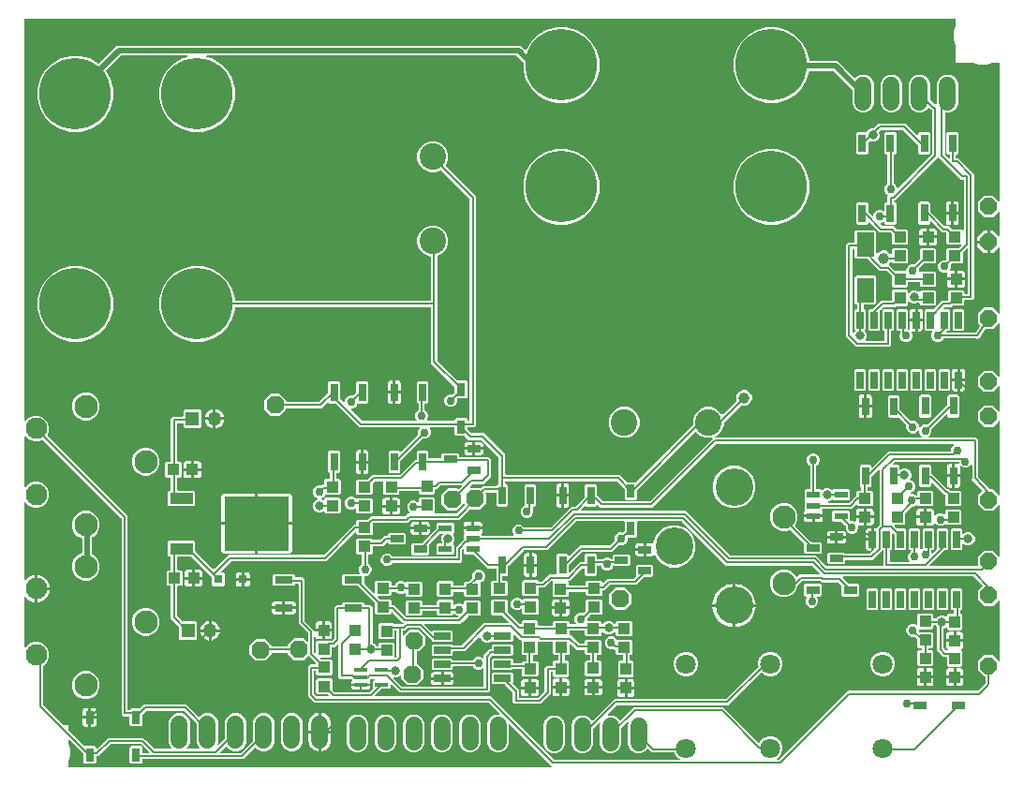
<source format=gbr>
G04 EAGLE Gerber RS-274X export*
G75*
%MOMM*%
%FSLAX34Y34*%
%LPD*%
%INTop Copper*%
%IPPOS*%
%AMOC8*
5,1,8,0,0,1.08239X$1,22.5*%
G01*
%ADD10P,1.732040X8X22.500000*%
%ADD11R,1.000000X1.100000*%
%ADD12R,1.258000X1.258000*%
%ADD13C,1.258000*%
%ADD14R,1.100000X1.000000*%
%ADD15R,2.100000X1.000000*%
%ADD16R,5.850000X4.900000*%
%ADD17R,0.750000X1.200000*%
%ADD18R,1.200000X0.750000*%
%ADD19R,0.800000X0.800000*%
%ADD20R,1.550000X2.200000*%
%ADD21R,0.650000X1.650000*%
%ADD22R,1.200000X0.600000*%
%ADD23R,0.650000X1.525000*%
%ADD24R,1.650000X0.650000*%
%ADD25R,1.525000X0.650000*%
%ADD26R,1.200000X0.400000*%
%ADD27C,6.462000*%
%ADD28C,2.400000*%
%ADD29C,2.100000*%
%ADD30C,1.950000*%
%ADD31C,1.800000*%
%ADD32R,1.200000X0.650000*%
%ADD33C,1.508000*%
%ADD34C,3.400000*%
%ADD35P,1.649562X8X22.500000*%
%ADD36C,0.200000*%
%ADD37C,0.756400*%
%ADD38C,1.006400*%
%ADD39C,0.508000*%
%ADD40C,0.152400*%
%ADD41C,0.806400*%

G36*
X689628Y49934D02*
X689628Y49934D01*
X689715Y49950D01*
X689804Y49959D01*
X689825Y49970D01*
X689848Y49974D01*
X689925Y50019D01*
X690005Y50059D01*
X690021Y50076D01*
X690042Y50088D01*
X690098Y50157D01*
X690159Y50222D01*
X690168Y50244D01*
X690183Y50262D01*
X690211Y50347D01*
X690246Y50429D01*
X690247Y50452D01*
X690255Y50475D01*
X690252Y50564D01*
X690256Y50653D01*
X690249Y50675D01*
X690248Y50699D01*
X690215Y50782D01*
X690187Y50866D01*
X690172Y50888D01*
X690164Y50907D01*
X690130Y50944D01*
X690076Y51017D01*
X688301Y52791D01*
X652013Y89079D01*
X651940Y89130D01*
X651871Y89186D01*
X651849Y89194D01*
X651829Y89208D01*
X651743Y89230D01*
X651659Y89258D01*
X651635Y89258D01*
X651612Y89263D01*
X651523Y89254D01*
X651434Y89252D01*
X651412Y89243D01*
X651389Y89240D01*
X651309Y89201D01*
X651227Y89167D01*
X651209Y89151D01*
X651188Y89141D01*
X651127Y89076D01*
X651061Y89016D01*
X651050Y88995D01*
X651034Y88978D01*
X650999Y88896D01*
X650958Y88816D01*
X650955Y88790D01*
X650946Y88771D01*
X650944Y88721D01*
X650931Y88631D01*
X650931Y71002D01*
X649478Y67496D01*
X646794Y64812D01*
X643288Y63359D01*
X639492Y63359D01*
X635986Y64812D01*
X633302Y67496D01*
X631849Y71002D01*
X631849Y89878D01*
X633302Y93384D01*
X635986Y96068D01*
X639492Y97521D01*
X642041Y97521D01*
X642129Y97537D01*
X642217Y97546D01*
X642238Y97556D01*
X642262Y97560D01*
X642339Y97606D01*
X642418Y97645D01*
X642435Y97662D01*
X642455Y97675D01*
X642511Y97744D01*
X642572Y97808D01*
X642581Y97830D01*
X642596Y97849D01*
X642625Y97933D01*
X642660Y98015D01*
X642661Y98039D01*
X642668Y98061D01*
X642666Y98150D01*
X642670Y98239D01*
X642662Y98262D01*
X642662Y98286D01*
X642628Y98368D01*
X642601Y98453D01*
X642585Y98474D01*
X642577Y98493D01*
X642543Y98531D01*
X642489Y98603D01*
X632791Y108301D01*
X632757Y108326D01*
X632728Y108357D01*
X632665Y108389D01*
X632607Y108430D01*
X632566Y108440D01*
X632528Y108460D01*
X632439Y108473D01*
X632390Y108486D01*
X632369Y108483D01*
X632343Y108487D01*
X475106Y108487D01*
X469737Y113856D01*
X469737Y141144D01*
X471356Y142763D01*
X476395Y142763D01*
X476460Y142774D01*
X476526Y142776D01*
X476569Y142794D01*
X476616Y142802D01*
X476673Y142836D01*
X476733Y142861D01*
X476768Y142892D01*
X476809Y142917D01*
X476851Y142968D01*
X476899Y143012D01*
X476921Y143054D01*
X476950Y143091D01*
X476971Y143153D01*
X477002Y143212D01*
X477010Y143266D01*
X477022Y143303D01*
X477021Y143343D01*
X477029Y143397D01*
X477029Y143801D01*
X477022Y143843D01*
X477024Y143885D01*
X477002Y143952D01*
X476990Y144022D01*
X476968Y144058D01*
X476955Y144099D01*
X476901Y144171D01*
X476875Y144215D01*
X476859Y144228D01*
X476843Y144249D01*
X470370Y150723D01*
X470316Y150761D01*
X470268Y150806D01*
X470224Y150824D01*
X470186Y150851D01*
X470122Y150868D01*
X470061Y150893D01*
X470014Y150895D01*
X469968Y150907D01*
X469903Y150900D01*
X469837Y150903D01*
X469792Y150889D01*
X469745Y150884D01*
X469686Y150855D01*
X469623Y150835D01*
X469579Y150802D01*
X469544Y150785D01*
X469517Y150756D01*
X469473Y150723D01*
X465563Y146813D01*
X457277Y146813D01*
X451418Y152672D01*
X451418Y152853D01*
X451407Y152918D01*
X451405Y152984D01*
X451387Y153027D01*
X451379Y153074D01*
X451345Y153131D01*
X451320Y153191D01*
X451289Y153226D01*
X451264Y153267D01*
X451213Y153309D01*
X451169Y153357D01*
X451127Y153379D01*
X451090Y153408D01*
X451028Y153429D01*
X450969Y153460D01*
X450915Y153468D01*
X450878Y153480D01*
X450838Y153479D01*
X450784Y153487D01*
X437151Y153487D01*
X437086Y153476D01*
X437020Y153474D01*
X436977Y153456D01*
X436930Y153448D01*
X436873Y153414D01*
X436813Y153389D01*
X436778Y153358D01*
X436737Y153333D01*
X436695Y153282D01*
X436647Y153238D01*
X436625Y153196D01*
X436596Y153159D01*
X436575Y153097D01*
X436544Y153038D01*
X436536Y152984D01*
X436524Y152947D01*
X436525Y152907D01*
X436517Y152853D01*
X436517Y151982D01*
X430658Y146123D01*
X422372Y146123D01*
X416513Y151982D01*
X416513Y160268D01*
X422372Y166127D01*
X430658Y166127D01*
X436517Y160268D01*
X436517Y159647D01*
X436528Y159582D01*
X436530Y159516D01*
X436548Y159473D01*
X436556Y159426D01*
X436590Y159369D01*
X436615Y159309D01*
X436646Y159274D01*
X436671Y159233D01*
X436722Y159191D01*
X436766Y159143D01*
X436808Y159121D01*
X436845Y159092D01*
X436907Y159071D01*
X436966Y159040D01*
X437020Y159032D01*
X437057Y159020D01*
X437097Y159021D01*
X437151Y159013D01*
X450784Y159013D01*
X450849Y159024D01*
X450915Y159026D01*
X450958Y159044D01*
X451005Y159052D01*
X451062Y159086D01*
X451122Y159111D01*
X451157Y159142D01*
X451198Y159167D01*
X451240Y159218D01*
X451288Y159262D01*
X451310Y159304D01*
X451339Y159341D01*
X451360Y159403D01*
X451391Y159462D01*
X451399Y159516D01*
X451411Y159553D01*
X451410Y159593D01*
X451418Y159647D01*
X451418Y160958D01*
X457277Y166817D01*
X465563Y166817D01*
X468655Y163725D01*
X468728Y163674D01*
X468797Y163618D01*
X468819Y163611D01*
X468839Y163597D01*
X468925Y163575D01*
X469009Y163546D01*
X469033Y163547D01*
X469056Y163541D01*
X469145Y163550D01*
X469234Y163553D01*
X469256Y163562D01*
X469279Y163564D01*
X469359Y163604D01*
X469441Y163637D01*
X469459Y163653D01*
X469480Y163664D01*
X469541Y163728D01*
X469607Y163789D01*
X469618Y163810D01*
X469634Y163827D01*
X469669Y163909D01*
X469710Y163988D01*
X469713Y164014D01*
X469722Y164034D01*
X469724Y164084D01*
X469737Y164174D01*
X469737Y171093D01*
X469730Y171135D01*
X469732Y171177D01*
X469710Y171244D01*
X469698Y171314D01*
X469676Y171350D01*
X469663Y171391D01*
X469609Y171463D01*
X469583Y171507D01*
X469567Y171520D01*
X469551Y171541D01*
X460987Y180106D01*
X460987Y215353D01*
X460976Y215418D01*
X460974Y215484D01*
X460956Y215527D01*
X460948Y215574D01*
X460914Y215631D01*
X460889Y215691D01*
X460858Y215726D01*
X460833Y215767D01*
X460782Y215809D01*
X460738Y215857D01*
X460696Y215879D01*
X460659Y215908D01*
X460597Y215929D01*
X460538Y215960D01*
X460484Y215968D01*
X460447Y215980D01*
X460407Y215979D01*
X460353Y215987D01*
X458730Y215987D01*
X458665Y215976D01*
X458599Y215974D01*
X458556Y215956D01*
X458509Y215948D01*
X458452Y215914D01*
X458392Y215889D01*
X458357Y215858D01*
X458316Y215833D01*
X458274Y215782D01*
X458226Y215738D01*
X458204Y215696D01*
X458175Y215659D01*
X458153Y215597D01*
X458123Y215538D01*
X458115Y215484D01*
X458103Y215447D01*
X458104Y215407D01*
X458096Y215353D01*
X458096Y215341D01*
X456924Y214169D01*
X438766Y214169D01*
X437594Y215341D01*
X437594Y223499D01*
X438766Y224671D01*
X456924Y224671D01*
X458096Y223499D01*
X458096Y222147D01*
X458107Y222082D01*
X458109Y222016D01*
X458127Y221973D01*
X458135Y221926D01*
X458169Y221869D01*
X458194Y221809D01*
X458225Y221774D01*
X458250Y221733D01*
X458301Y221691D01*
X458345Y221643D01*
X458387Y221621D01*
X458424Y221592D01*
X458486Y221571D01*
X458545Y221540D01*
X458599Y221532D01*
X458636Y221520D01*
X458676Y221521D01*
X458730Y221513D01*
X464894Y221513D01*
X466513Y219894D01*
X466513Y182657D01*
X466520Y182615D01*
X466518Y182573D01*
X466540Y182506D01*
X466552Y182436D01*
X466574Y182400D01*
X466587Y182359D01*
X466641Y182287D01*
X466667Y182243D01*
X466683Y182230D01*
X466699Y182209D01*
X475263Y173644D01*
X475263Y172965D01*
X475274Y172900D01*
X475276Y172835D01*
X475294Y172791D01*
X475302Y172744D01*
X475336Y172687D01*
X475361Y172627D01*
X475392Y172592D01*
X475417Y172551D01*
X475468Y172510D01*
X475512Y172461D01*
X475554Y172439D01*
X475591Y172410D01*
X475653Y172389D01*
X475712Y172358D01*
X475766Y172350D01*
X475803Y172338D01*
X475843Y172339D01*
X475897Y172331D01*
X482601Y172331D01*
X482601Y165559D01*
X478535Y165559D01*
X477889Y165732D01*
X477310Y166067D01*
X476837Y166540D01*
X476494Y167133D01*
X476492Y167149D01*
X476449Y167220D01*
X476414Y167295D01*
X476393Y167316D01*
X476377Y167342D01*
X476313Y167394D01*
X476254Y167452D01*
X476227Y167465D01*
X476203Y167484D01*
X476125Y167510D01*
X476049Y167544D01*
X476019Y167546D01*
X475991Y167556D01*
X475908Y167553D01*
X475825Y167559D01*
X475797Y167550D01*
X475766Y167549D01*
X475690Y167518D01*
X475610Y167494D01*
X475586Y167476D01*
X475559Y167465D01*
X475498Y167409D01*
X475431Y167359D01*
X475415Y167334D01*
X475393Y167313D01*
X475355Y167240D01*
X475311Y167170D01*
X475304Y167140D01*
X475290Y167114D01*
X475273Y166994D01*
X475263Y166951D01*
X475264Y166940D01*
X475263Y166928D01*
X475263Y153907D01*
X475270Y153865D01*
X475268Y153823D01*
X475290Y153756D01*
X475302Y153686D01*
X475324Y153650D01*
X475337Y153609D01*
X475375Y153557D01*
X475378Y153551D01*
X475388Y153540D01*
X475391Y153536D01*
X475417Y153493D01*
X475433Y153480D01*
X475448Y153459D01*
X475787Y153121D01*
X475860Y153070D01*
X475929Y153014D01*
X475951Y153006D01*
X475971Y152992D01*
X476057Y152970D01*
X476141Y152942D01*
X476165Y152942D01*
X476188Y152937D01*
X476277Y152946D01*
X476366Y152948D01*
X476387Y152957D01*
X476411Y152960D01*
X476491Y152999D01*
X476573Y153033D01*
X476591Y153049D01*
X476612Y153059D01*
X476673Y153124D01*
X476739Y153184D01*
X476750Y153205D01*
X476766Y153222D01*
X476801Y153305D01*
X476842Y153384D01*
X476845Y153410D01*
X476854Y153429D01*
X476856Y153479D01*
X476869Y153569D01*
X476869Y162929D01*
X478041Y164101D01*
X487094Y164101D01*
X487136Y164108D01*
X487179Y164106D01*
X487246Y164128D01*
X487315Y164140D01*
X487352Y164162D01*
X487392Y164175D01*
X487465Y164229D01*
X487502Y164251D01*
X490994Y164251D01*
X491036Y164258D01*
X491079Y164256D01*
X491146Y164278D01*
X491215Y164290D01*
X491252Y164312D01*
X491292Y164325D01*
X491365Y164379D01*
X491408Y164405D01*
X491422Y164421D01*
X491443Y164437D01*
X493063Y166057D01*
X493088Y166092D01*
X493119Y166121D01*
X493151Y166184D01*
X493192Y166241D01*
X493202Y166282D01*
X493222Y166320D01*
X493235Y166410D01*
X493248Y166459D01*
X493245Y166479D01*
X493249Y166506D01*
X493249Y194993D01*
X495007Y196751D01*
X499960Y196751D01*
X500025Y196762D01*
X500091Y196764D01*
X500134Y196782D01*
X500181Y196790D01*
X500238Y196824D01*
X500298Y196849D01*
X500333Y196880D01*
X500374Y196905D01*
X500416Y196956D01*
X500464Y197000D01*
X500486Y197042D01*
X500515Y197079D01*
X500536Y197141D01*
X500567Y197200D01*
X500575Y197254D01*
X500587Y197291D01*
X500586Y197331D01*
X500594Y197385D01*
X500594Y198099D01*
X501766Y199271D01*
X519924Y199271D01*
X521096Y198099D01*
X521096Y197385D01*
X521107Y197320D01*
X521109Y197254D01*
X521127Y197211D01*
X521135Y197164D01*
X521169Y197107D01*
X521194Y197047D01*
X521225Y197012D01*
X521250Y196971D01*
X521301Y196929D01*
X521345Y196881D01*
X521387Y196859D01*
X521424Y196830D01*
X521486Y196809D01*
X521545Y196778D01*
X521599Y196770D01*
X521636Y196758D01*
X521676Y196759D01*
X521730Y196751D01*
X526243Y196751D01*
X528001Y194993D01*
X528001Y162478D01*
X528010Y162425D01*
X528010Y162371D01*
X528030Y162316D01*
X528040Y162258D01*
X528068Y162211D01*
X528086Y162160D01*
X528125Y162115D01*
X528155Y162064D01*
X528197Y162030D01*
X528232Y161989D01*
X528293Y161952D01*
X528329Y161923D01*
X528358Y161913D01*
X528392Y161892D01*
X529667Y161364D01*
X531364Y159667D01*
X531375Y159642D01*
X531404Y159597D01*
X531424Y159547D01*
X531464Y159503D01*
X531496Y159453D01*
X531539Y159421D01*
X531576Y159381D01*
X531628Y159354D01*
X531675Y159319D01*
X531727Y159303D01*
X531775Y159278D01*
X531846Y159268D01*
X531890Y159255D01*
X531921Y159257D01*
X531961Y159251D01*
X532440Y159251D01*
X532505Y159262D01*
X532571Y159264D01*
X532614Y159282D01*
X532661Y159290D01*
X532718Y159324D01*
X532778Y159349D01*
X532813Y159380D01*
X532854Y159405D01*
X532896Y159456D01*
X532944Y159500D01*
X532966Y159542D01*
X532995Y159579D01*
X533016Y159641D01*
X533047Y159700D01*
X533055Y159754D01*
X533067Y159791D01*
X533066Y159831D01*
X533074Y159885D01*
X533074Y161724D01*
X534246Y162896D01*
X546904Y162896D01*
X548076Y161724D01*
X548076Y150054D01*
X548054Y150022D01*
X547998Y149953D01*
X547990Y149931D01*
X547977Y149911D01*
X547955Y149825D01*
X547926Y149741D01*
X547927Y149717D01*
X547921Y149694D01*
X547930Y149605D01*
X547933Y149516D01*
X547942Y149495D01*
X547944Y149471D01*
X547984Y149391D01*
X548017Y149309D01*
X548033Y149291D01*
X548044Y149270D01*
X548108Y149209D01*
X548168Y149143D01*
X548190Y149132D01*
X548207Y149116D01*
X548289Y149081D01*
X548368Y149040D01*
X548394Y149037D01*
X548413Y149028D01*
X548464Y149026D01*
X548553Y149013D01*
X548593Y149013D01*
X548627Y149019D01*
X548638Y149018D01*
X548642Y149020D01*
X548677Y149018D01*
X548744Y149040D01*
X548814Y149052D01*
X548850Y149074D01*
X548891Y149087D01*
X548963Y149141D01*
X549007Y149167D01*
X549020Y149183D01*
X549041Y149199D01*
X549551Y149709D01*
X549576Y149743D01*
X549607Y149772D01*
X549639Y149835D01*
X549680Y149893D01*
X549690Y149934D01*
X549710Y149972D01*
X549723Y150061D01*
X549736Y150110D01*
X549733Y150131D01*
X549737Y150157D01*
X549737Y172853D01*
X549726Y172918D01*
X549724Y172984D01*
X549706Y173027D01*
X549698Y173074D01*
X549664Y173131D01*
X549639Y173191D01*
X549608Y173226D01*
X549583Y173267D01*
X549532Y173309D01*
X549488Y173357D01*
X549446Y173379D01*
X549409Y173408D01*
X549347Y173429D01*
X549288Y173460D01*
X549234Y173468D01*
X549197Y173480D01*
X549157Y173479D01*
X549103Y173487D01*
X548710Y173487D01*
X548645Y173476D01*
X548579Y173474D01*
X548536Y173456D01*
X548489Y173448D01*
X548432Y173414D01*
X548372Y173389D01*
X548337Y173358D01*
X548296Y173333D01*
X548254Y173282D01*
X548206Y173238D01*
X548184Y173196D01*
X548155Y173159D01*
X548134Y173097D01*
X548103Y173038D01*
X548095Y172984D01*
X548083Y172947D01*
X548084Y172907D01*
X548076Y172853D01*
X548076Y167066D01*
X546904Y165894D01*
X534246Y165894D01*
X533074Y167066D01*
X533074Y178724D01*
X534246Y179896D01*
X546904Y179896D01*
X547601Y179199D01*
X547636Y179174D01*
X547664Y179143D01*
X547727Y179111D01*
X547785Y179070D01*
X547826Y179060D01*
X547864Y179040D01*
X547954Y179027D01*
X548002Y179014D01*
X548023Y179017D01*
X548049Y179013D01*
X554843Y179013D01*
X554885Y179020D01*
X554927Y179018D01*
X554994Y179040D01*
X555064Y179052D01*
X555100Y179074D01*
X555141Y179087D01*
X555214Y179141D01*
X555257Y179167D01*
X555270Y179183D01*
X555291Y179199D01*
X555644Y179552D01*
X555682Y179605D01*
X555727Y179653D01*
X555746Y179697D01*
X555773Y179736D01*
X555789Y179799D01*
X555815Y179860D01*
X555817Y179907D01*
X555828Y179953D01*
X555822Y180018D01*
X555825Y180084D01*
X555810Y180129D01*
X555805Y180176D01*
X555776Y180235D01*
X555756Y180298D01*
X555723Y180342D01*
X555706Y180377D01*
X555677Y180404D01*
X555644Y180448D01*
X546188Y189904D01*
X546115Y189955D01*
X546046Y190011D01*
X546024Y190019D01*
X546004Y190033D01*
X545918Y190055D01*
X545834Y190083D01*
X545810Y190083D01*
X545787Y190088D01*
X545698Y190079D01*
X545609Y190077D01*
X545587Y190068D01*
X545564Y190065D01*
X545484Y190026D01*
X545402Y189992D01*
X545384Y189976D01*
X545363Y189966D01*
X545302Y189901D01*
X545236Y189841D01*
X545225Y189820D01*
X545209Y189803D01*
X545174Y189721D01*
X545133Y189641D01*
X545130Y189615D01*
X545121Y189596D01*
X545119Y189546D01*
X545106Y189456D01*
X545106Y188691D01*
X543934Y187519D01*
X531276Y187519D01*
X530104Y188691D01*
X530104Y198226D01*
X530097Y198268D01*
X530099Y198310D01*
X530077Y198377D01*
X530065Y198447D01*
X530043Y198483D01*
X530030Y198524D01*
X529976Y198596D01*
X529950Y198640D01*
X529934Y198653D01*
X529918Y198674D01*
X514609Y213983D01*
X514581Y214004D01*
X514572Y214013D01*
X514567Y214015D01*
X514546Y214039D01*
X514483Y214071D01*
X514425Y214112D01*
X514384Y214122D01*
X514346Y214142D01*
X514257Y214155D01*
X514208Y214168D01*
X514187Y214165D01*
X514161Y214169D01*
X501766Y214169D01*
X500594Y215341D01*
X500594Y223499D01*
X501766Y224671D01*
X515731Y224671D01*
X515807Y224684D01*
X515885Y224690D01*
X515917Y224704D01*
X515952Y224710D01*
X516019Y224750D01*
X516089Y224782D01*
X516115Y224806D01*
X516145Y224825D01*
X516194Y224885D01*
X516249Y224939D01*
X516264Y224971D01*
X516287Y224999D01*
X516312Y225072D01*
X516344Y225142D01*
X516347Y225178D01*
X516359Y225211D01*
X516356Y225289D01*
X516363Y225366D01*
X516353Y225405D01*
X516352Y225436D01*
X516334Y225479D01*
X516317Y225548D01*
X515467Y227600D01*
X515467Y229900D01*
X516348Y232026D01*
X517974Y233652D01*
X518096Y233703D01*
X518141Y233732D01*
X518191Y233752D01*
X518235Y233792D01*
X518285Y233824D01*
X518317Y233867D01*
X518357Y233904D01*
X518384Y233956D01*
X518419Y234003D01*
X518435Y234055D01*
X518460Y234103D01*
X518470Y234174D01*
X518483Y234218D01*
X518481Y234249D01*
X518487Y234289D01*
X518487Y241860D01*
X518476Y241925D01*
X518474Y241991D01*
X518456Y242034D01*
X518448Y242081D01*
X518414Y242138D01*
X518389Y242198D01*
X518358Y242233D01*
X518333Y242274D01*
X518282Y242316D01*
X518238Y242364D01*
X518196Y242386D01*
X518159Y242415D01*
X518097Y242436D01*
X518038Y242467D01*
X517984Y242475D01*
X517947Y242487D01*
X517907Y242486D01*
X517853Y242494D01*
X514586Y242494D01*
X513414Y243666D01*
X513414Y255324D01*
X514586Y256496D01*
X527244Y256496D01*
X528291Y255449D01*
X528326Y255424D01*
X528354Y255393D01*
X528417Y255361D01*
X528475Y255320D01*
X528516Y255310D01*
X528554Y255290D01*
X528644Y255277D01*
X528692Y255264D01*
X528713Y255267D01*
X528739Y255263D01*
X534843Y255263D01*
X534885Y255270D01*
X534927Y255268D01*
X534994Y255290D01*
X535064Y255302D01*
X535100Y255324D01*
X535141Y255337D01*
X535213Y255391D01*
X535257Y255417D01*
X535270Y255433D01*
X535291Y255449D01*
X538856Y259013D01*
X541450Y259013D01*
X541515Y259024D01*
X541581Y259026D01*
X541624Y259044D01*
X541671Y259052D01*
X541728Y259086D01*
X541788Y259111D01*
X541823Y259142D01*
X541864Y259167D01*
X541906Y259218D01*
X541954Y259262D01*
X541976Y259304D01*
X542005Y259341D01*
X542026Y259403D01*
X542057Y259462D01*
X542065Y259516D01*
X542077Y259553D01*
X542076Y259593D01*
X542084Y259647D01*
X542084Y260474D01*
X543256Y261646D01*
X556914Y261646D01*
X558086Y260474D01*
X558086Y252316D01*
X556914Y251144D01*
X543256Y251144D01*
X542084Y252316D01*
X542084Y252853D01*
X542073Y252918D01*
X542071Y252984D01*
X542053Y253027D01*
X542045Y253074D01*
X542011Y253131D01*
X541986Y253191D01*
X541955Y253226D01*
X541930Y253267D01*
X541879Y253309D01*
X541835Y253357D01*
X541793Y253379D01*
X541756Y253408D01*
X541694Y253429D01*
X541635Y253460D01*
X541581Y253468D01*
X541544Y253480D01*
X541504Y253479D01*
X541450Y253487D01*
X541407Y253487D01*
X541365Y253480D01*
X541323Y253482D01*
X541256Y253460D01*
X541186Y253448D01*
X541150Y253426D01*
X541109Y253413D01*
X541037Y253359D01*
X540993Y253333D01*
X540980Y253318D01*
X540973Y253313D01*
X540970Y253310D01*
X540959Y253301D01*
X537394Y249737D01*
X529050Y249737D01*
X528985Y249726D01*
X528919Y249724D01*
X528876Y249706D01*
X528829Y249698D01*
X528772Y249664D01*
X528712Y249639D01*
X528677Y249608D01*
X528636Y249583D01*
X528594Y249532D01*
X528546Y249488D01*
X528524Y249446D01*
X528495Y249409D01*
X528474Y249347D01*
X528443Y249288D01*
X528435Y249234D01*
X528423Y249197D01*
X528424Y249157D01*
X528416Y249103D01*
X528416Y243666D01*
X527244Y242494D01*
X524647Y242494D01*
X524582Y242483D01*
X524516Y242481D01*
X524473Y242463D01*
X524426Y242455D01*
X524369Y242421D01*
X524309Y242396D01*
X524274Y242365D01*
X524233Y242340D01*
X524191Y242289D01*
X524143Y242245D01*
X524121Y242203D01*
X524092Y242166D01*
X524071Y242104D01*
X524040Y242045D01*
X524032Y241991D01*
X524020Y241954D01*
X524021Y241914D01*
X524013Y241860D01*
X524013Y234289D01*
X524022Y234235D01*
X524022Y234181D01*
X524042Y234126D01*
X524052Y234068D01*
X524080Y234021D01*
X524098Y233970D01*
X524137Y233925D01*
X524167Y233875D01*
X524209Y233840D01*
X524244Y233799D01*
X524305Y233762D01*
X524341Y233733D01*
X524370Y233723D01*
X524404Y233703D01*
X524526Y233652D01*
X526152Y232026D01*
X527033Y229900D01*
X527033Y227600D01*
X526152Y225474D01*
X524526Y223848D01*
X522400Y222967D01*
X521730Y222967D01*
X521665Y222956D01*
X521599Y222954D01*
X521556Y222936D01*
X521509Y222928D01*
X521452Y222894D01*
X521392Y222869D01*
X521357Y222838D01*
X521316Y222813D01*
X521274Y222762D01*
X521226Y222718D01*
X521204Y222676D01*
X521175Y222639D01*
X521154Y222577D01*
X521123Y222518D01*
X521115Y222464D01*
X521103Y222427D01*
X521104Y222387D01*
X521096Y222333D01*
X521096Y215574D01*
X521103Y215532D01*
X521101Y215490D01*
X521123Y215423D01*
X521135Y215353D01*
X521157Y215317D01*
X521170Y215276D01*
X521224Y215203D01*
X521250Y215160D01*
X521266Y215147D01*
X521282Y215126D01*
X529022Y207386D01*
X529095Y207335D01*
X529164Y207279D01*
X529186Y207271D01*
X529206Y207257D01*
X529292Y207235D01*
X529376Y207207D01*
X529400Y207207D01*
X529423Y207202D01*
X529512Y207211D01*
X529601Y207213D01*
X529623Y207222D01*
X529646Y207225D01*
X529726Y207264D01*
X529808Y207298D01*
X529826Y207314D01*
X529847Y207324D01*
X529908Y207389D01*
X529974Y207449D01*
X529985Y207470D01*
X530001Y207487D01*
X530036Y207569D01*
X530077Y207649D01*
X530080Y207675D01*
X530089Y207694D01*
X530091Y207744D01*
X530104Y207834D01*
X530104Y217349D01*
X531276Y218521D01*
X543934Y218521D01*
X545106Y217349D01*
X545106Y214647D01*
X545117Y214582D01*
X545119Y214516D01*
X545137Y214473D01*
X545145Y214426D01*
X545179Y214369D01*
X545204Y214309D01*
X545235Y214274D01*
X545260Y214233D01*
X545311Y214191D01*
X545355Y214143D01*
X545397Y214121D01*
X545434Y214092D01*
X545496Y214071D01*
X545555Y214040D01*
X545609Y214032D01*
X545646Y214020D01*
X545686Y214021D01*
X545740Y214013D01*
X547694Y214013D01*
X547747Y214022D01*
X547801Y214022D01*
X547857Y214042D01*
X547914Y214052D01*
X547961Y214080D01*
X548012Y214098D01*
X548057Y214137D01*
X548108Y214167D01*
X548142Y214209D01*
X548183Y214244D01*
X548220Y214305D01*
X548249Y214341D01*
X548259Y214370D01*
X548280Y214404D01*
X548848Y215776D01*
X550474Y217402D01*
X552600Y218283D01*
X554900Y218283D01*
X557026Y217402D01*
X557296Y217132D01*
X557350Y217095D01*
X557398Y217049D01*
X557441Y217031D01*
X557480Y217004D01*
X557544Y216988D01*
X557604Y216962D01*
X557652Y216960D01*
X557697Y216948D01*
X557763Y216955D01*
X557828Y216952D01*
X557873Y216966D01*
X557920Y216971D01*
X557980Y217001D01*
X558042Y217021D01*
X558086Y217053D01*
X558122Y217071D01*
X558149Y217099D01*
X558193Y217132D01*
X558961Y217901D01*
X571619Y217901D01*
X572791Y216729D01*
X572791Y205071D01*
X571619Y203899D01*
X558961Y203899D01*
X557789Y205071D01*
X557789Y206965D01*
X557776Y207041D01*
X557770Y207118D01*
X557756Y207151D01*
X557750Y207186D01*
X557710Y207252D01*
X557678Y207323D01*
X557654Y207348D01*
X557635Y207379D01*
X557575Y207428D01*
X557521Y207483D01*
X557489Y207498D01*
X557461Y207520D01*
X557388Y207545D01*
X557318Y207578D01*
X557282Y207581D01*
X557249Y207592D01*
X557171Y207590D01*
X557094Y207596D01*
X557055Y207586D01*
X557024Y207585D01*
X556981Y207568D01*
X556912Y207551D01*
X554900Y206717D01*
X552600Y206717D01*
X550474Y207598D01*
X549771Y208301D01*
X549736Y208326D01*
X549707Y208357D01*
X549644Y208389D01*
X549586Y208430D01*
X549545Y208440D01*
X549507Y208460D01*
X549418Y208473D01*
X549369Y208486D01*
X549348Y208483D01*
X549322Y208487D01*
X545740Y208487D01*
X545675Y208476D01*
X545609Y208474D01*
X545566Y208456D01*
X545519Y208448D01*
X545462Y208414D01*
X545402Y208389D01*
X545367Y208358D01*
X545326Y208333D01*
X545284Y208282D01*
X545236Y208238D01*
X545214Y208196D01*
X545185Y208159D01*
X545164Y208097D01*
X545133Y208038D01*
X545125Y207984D01*
X545113Y207947D01*
X545114Y207907D01*
X545106Y207853D01*
X545106Y205691D01*
X543934Y204519D01*
X533419Y204519D01*
X533331Y204503D01*
X533243Y204494D01*
X533222Y204484D01*
X533198Y204480D01*
X533121Y204434D01*
X533042Y204395D01*
X533025Y204378D01*
X533005Y204365D01*
X532949Y204296D01*
X532888Y204232D01*
X532879Y204210D01*
X532864Y204191D01*
X532835Y204107D01*
X532800Y204025D01*
X532799Y204001D01*
X532792Y203979D01*
X532794Y203890D01*
X532790Y203801D01*
X532798Y203778D01*
X532798Y203754D01*
X532832Y203672D01*
X532859Y203587D01*
X532875Y203566D01*
X532883Y203547D01*
X532917Y203509D01*
X532971Y203437D01*
X534701Y201706D01*
X534735Y201682D01*
X534764Y201651D01*
X534827Y201619D01*
X534885Y201578D01*
X534926Y201568D01*
X534964Y201548D01*
X535053Y201535D01*
X535102Y201522D01*
X535123Y201525D01*
X535149Y201521D01*
X543934Y201521D01*
X545106Y200349D01*
X545106Y197147D01*
X545117Y197082D01*
X545119Y197016D01*
X545137Y196973D01*
X545145Y196926D01*
X545179Y196869D01*
X545204Y196809D01*
X545235Y196774D01*
X545260Y196733D01*
X545311Y196691D01*
X545355Y196643D01*
X545397Y196621D01*
X545434Y196592D01*
X545496Y196571D01*
X545555Y196540D01*
X545609Y196532D01*
X545646Y196520D01*
X545686Y196521D01*
X545740Y196513D01*
X547394Y196513D01*
X558459Y185449D01*
X558493Y185424D01*
X558522Y185393D01*
X558585Y185361D01*
X558643Y185320D01*
X558684Y185310D01*
X558722Y185290D01*
X558811Y185277D01*
X558860Y185264D01*
X558881Y185267D01*
X558907Y185263D01*
X604843Y185263D01*
X604885Y185270D01*
X604927Y185268D01*
X604994Y185290D01*
X605064Y185302D01*
X605100Y185324D01*
X605141Y185337D01*
X605213Y185391D01*
X605257Y185417D01*
X605270Y185433D01*
X605291Y185448D01*
X605477Y185634D01*
X605528Y185708D01*
X605584Y185777D01*
X605592Y185799D01*
X605606Y185819D01*
X605628Y185905D01*
X605656Y185989D01*
X605656Y186013D01*
X605661Y186036D01*
X605652Y186125D01*
X605650Y186214D01*
X605641Y186235D01*
X605638Y186259D01*
X605599Y186339D01*
X605565Y186421D01*
X605549Y186439D01*
X605539Y186460D01*
X605474Y186521D01*
X605414Y186587D01*
X605393Y186598D01*
X605376Y186614D01*
X605294Y186649D01*
X605214Y186690D01*
X605188Y186693D01*
X605169Y186702D01*
X605134Y186703D01*
X602974Y187598D01*
X602212Y188360D01*
X602158Y188398D01*
X602110Y188443D01*
X602066Y188461D01*
X602028Y188488D01*
X601964Y188505D01*
X601903Y188530D01*
X601856Y188533D01*
X601810Y188544D01*
X601745Y188538D01*
X601679Y188540D01*
X601634Y188526D01*
X601587Y188521D01*
X601528Y188492D01*
X601465Y188472D01*
X601421Y188439D01*
X601386Y188422D01*
X601359Y188393D01*
X601315Y188360D01*
X600119Y187164D01*
X587461Y187164D01*
X586289Y188336D01*
X586289Y190353D01*
X586278Y190418D01*
X586276Y190484D01*
X586258Y190527D01*
X586250Y190574D01*
X586216Y190631D01*
X586191Y190691D01*
X586160Y190726D01*
X586135Y190767D01*
X586084Y190809D01*
X586040Y190857D01*
X585998Y190879D01*
X585961Y190908D01*
X585899Y190929D01*
X585840Y190960D01*
X585786Y190968D01*
X585749Y190980D01*
X585709Y190979D01*
X585655Y190987D01*
X573425Y190987D01*
X573360Y190976D01*
X573294Y190974D01*
X573251Y190956D01*
X573204Y190948D01*
X573147Y190914D01*
X573087Y190889D01*
X573052Y190858D01*
X573011Y190833D01*
X572969Y190782D01*
X572921Y190738D01*
X572899Y190696D01*
X572870Y190659D01*
X572849Y190597D01*
X572818Y190538D01*
X572810Y190484D01*
X572798Y190447D01*
X572799Y190407D01*
X572791Y190353D01*
X572791Y188071D01*
X571619Y186899D01*
X558961Y186899D01*
X557789Y188071D01*
X557789Y199729D01*
X558961Y200901D01*
X571619Y200901D01*
X572791Y199729D01*
X572791Y197147D01*
X572802Y197082D01*
X572804Y197016D01*
X572822Y196973D01*
X572830Y196926D01*
X572864Y196869D01*
X572889Y196809D01*
X572920Y196774D01*
X572945Y196733D01*
X572996Y196691D01*
X573040Y196643D01*
X573082Y196621D01*
X573119Y196592D01*
X573181Y196571D01*
X573240Y196540D01*
X573294Y196532D01*
X573331Y196520D01*
X573371Y196521D01*
X573425Y196513D01*
X585655Y196513D01*
X585720Y196524D01*
X585786Y196526D01*
X585829Y196544D01*
X585876Y196552D01*
X585933Y196586D01*
X585993Y196611D01*
X586028Y196642D01*
X586069Y196667D01*
X586111Y196718D01*
X586159Y196762D01*
X586181Y196804D01*
X586210Y196841D01*
X586231Y196903D01*
X586262Y196962D01*
X586270Y197016D01*
X586282Y197053D01*
X586281Y197093D01*
X586289Y197147D01*
X586289Y199994D01*
X587461Y201166D01*
X600119Y201166D01*
X601291Y199994D01*
X601291Y197250D01*
X601306Y197162D01*
X601316Y197074D01*
X601326Y197052D01*
X601330Y197029D01*
X601376Y196952D01*
X601415Y196873D01*
X601432Y196856D01*
X601445Y196836D01*
X601514Y196780D01*
X601578Y196719D01*
X601600Y196709D01*
X601619Y196695D01*
X601703Y196666D01*
X601785Y196631D01*
X601809Y196630D01*
X601831Y196623D01*
X601920Y196625D01*
X602009Y196621D01*
X602032Y196629D01*
X602056Y196629D01*
X602138Y196663D01*
X602223Y196690D01*
X602244Y196706D01*
X602263Y196714D01*
X602301Y196748D01*
X602373Y196801D01*
X602974Y197402D01*
X605100Y198283D01*
X607400Y198283D01*
X609526Y197402D01*
X609531Y197397D01*
X609605Y197346D01*
X609674Y197290D01*
X609696Y197282D01*
X609716Y197268D01*
X609802Y197246D01*
X609886Y197218D01*
X609910Y197218D01*
X609933Y197212D01*
X610022Y197222D01*
X610111Y197224D01*
X610132Y197233D01*
X610156Y197236D01*
X610236Y197275D01*
X610318Y197309D01*
X610336Y197325D01*
X610357Y197335D01*
X610418Y197400D01*
X610484Y197460D01*
X610495Y197481D01*
X610511Y197498D01*
X610546Y197580D01*
X610587Y197660D01*
X610590Y197686D01*
X610599Y197705D01*
X610601Y197755D01*
X610614Y197845D01*
X610614Y199604D01*
X611786Y200776D01*
X624444Y200776D01*
X625616Y199604D01*
X625616Y187946D01*
X624444Y186774D01*
X614694Y186774D01*
X614652Y186767D01*
X614610Y186769D01*
X614543Y186747D01*
X614473Y186735D01*
X614437Y186713D01*
X614396Y186700D01*
X614323Y186646D01*
X614280Y186620D01*
X614267Y186604D01*
X614246Y186588D01*
X609199Y181541D01*
X607394Y179737D01*
X575701Y179737D01*
X575613Y179721D01*
X575525Y179712D01*
X575504Y179702D01*
X575480Y179698D01*
X575403Y179652D01*
X575324Y179613D01*
X575307Y179596D01*
X575287Y179583D01*
X575231Y179514D01*
X575170Y179450D01*
X575161Y179428D01*
X575146Y179409D01*
X575117Y179325D01*
X575082Y179243D01*
X575081Y179219D01*
X575074Y179197D01*
X575076Y179108D01*
X575072Y179019D01*
X575080Y178996D01*
X575080Y178972D01*
X575114Y178890D01*
X575141Y178805D01*
X575157Y178784D01*
X575165Y178765D01*
X575199Y178727D01*
X575253Y178655D01*
X581065Y172842D01*
X581119Y172804D01*
X581167Y172759D01*
X581211Y172741D01*
X581250Y172714D01*
X581313Y172697D01*
X581374Y172672D01*
X581421Y172670D01*
X581467Y172658D01*
X581532Y172665D01*
X581598Y172662D01*
X581643Y172676D01*
X581690Y172681D01*
X581749Y172710D01*
X581812Y172730D01*
X581856Y172763D01*
X581891Y172780D01*
X581918Y172809D01*
X581962Y172842D01*
X582586Y173466D01*
X599494Y173466D01*
X600666Y172294D01*
X600666Y164136D01*
X599494Y162964D01*
X582586Y162964D01*
X581414Y164136D01*
X581414Y164416D01*
X581407Y164458D01*
X581409Y164500D01*
X581387Y164567D01*
X581375Y164637D01*
X581353Y164673D01*
X581340Y164714D01*
X581286Y164786D01*
X581260Y164830D01*
X581244Y164843D01*
X581228Y164864D01*
X579551Y166541D01*
X570291Y175801D01*
X570257Y175826D01*
X570228Y175857D01*
X570165Y175889D01*
X570107Y175930D01*
X570066Y175940D01*
X570028Y175960D01*
X569939Y175973D01*
X569890Y175986D01*
X569869Y175983D01*
X569843Y175987D01*
X560157Y175987D01*
X560115Y175980D01*
X560073Y175982D01*
X560006Y175960D01*
X559936Y175948D01*
X559900Y175926D01*
X559859Y175913D01*
X559786Y175859D01*
X559743Y175833D01*
X559730Y175817D01*
X559709Y175801D01*
X559199Y175291D01*
X559198Y175291D01*
X557394Y173487D01*
X555897Y173487D01*
X555832Y173476D01*
X555766Y173474D01*
X555723Y173456D01*
X555676Y173448D01*
X555619Y173414D01*
X555559Y173389D01*
X555524Y173358D01*
X555483Y173333D01*
X555441Y173282D01*
X555393Y173238D01*
X555371Y173196D01*
X555342Y173159D01*
X555321Y173097D01*
X555290Y173038D01*
X555282Y172984D01*
X555270Y172947D01*
X555271Y172907D01*
X555263Y172853D01*
X555263Y169944D01*
X555279Y169856D01*
X555288Y169767D01*
X555298Y169746D01*
X555302Y169723D01*
X555348Y169646D01*
X555387Y169566D01*
X555404Y169550D01*
X555417Y169529D01*
X555486Y169473D01*
X555550Y169412D01*
X555572Y169403D01*
X555591Y169388D01*
X555675Y169360D01*
X555757Y169325D01*
X555781Y169324D01*
X555803Y169316D01*
X555892Y169319D01*
X555981Y169315D01*
X556004Y169322D01*
X556028Y169323D01*
X556110Y169356D01*
X556195Y169384D01*
X556216Y169399D01*
X556235Y169407D01*
X556273Y169441D01*
X556345Y169495D01*
X561357Y174507D01*
X569643Y174507D01*
X575502Y168648D01*
X575502Y160362D01*
X569643Y154503D01*
X568397Y154503D01*
X568332Y154492D01*
X568266Y154490D01*
X568223Y154472D01*
X568176Y154464D01*
X568119Y154430D01*
X568059Y154405D01*
X568024Y154374D01*
X567983Y154349D01*
X567941Y154298D01*
X567893Y154254D01*
X567871Y154212D01*
X567842Y154175D01*
X567821Y154113D01*
X567790Y154054D01*
X567782Y154000D01*
X567770Y153963D01*
X567771Y153923D01*
X567763Y153869D01*
X567763Y144600D01*
X567770Y144558D01*
X567768Y144515D01*
X567790Y144448D01*
X567802Y144379D01*
X567824Y144342D01*
X567837Y144302D01*
X567891Y144229D01*
X567917Y144186D01*
X567933Y144172D01*
X567949Y144151D01*
X573872Y138228D01*
X573872Y129942D01*
X568013Y124083D01*
X559727Y124083D01*
X553868Y129942D01*
X553868Y132556D01*
X553853Y132643D01*
X553843Y132732D01*
X553833Y132753D01*
X553829Y132776D01*
X553783Y132853D01*
X553744Y132933D01*
X553727Y132949D01*
X553714Y132970D01*
X553645Y133026D01*
X553581Y133087D01*
X553559Y133096D01*
X553540Y133111D01*
X553456Y133139D01*
X553374Y133174D01*
X553350Y133175D01*
X553328Y133183D01*
X553239Y133180D01*
X553150Y133184D01*
X553127Y133177D01*
X553103Y133176D01*
X553021Y133143D01*
X552936Y133115D01*
X552915Y133100D01*
X552896Y133092D01*
X552858Y133058D01*
X552786Y133004D01*
X552167Y132386D01*
X549950Y131467D01*
X547721Y131467D01*
X547633Y131451D01*
X547545Y131442D01*
X547524Y131432D01*
X547500Y131428D01*
X547424Y131382D01*
X547344Y131343D01*
X547327Y131326D01*
X547307Y131313D01*
X547251Y131244D01*
X547190Y131180D01*
X547181Y131158D01*
X547166Y131139D01*
X547137Y131055D01*
X547102Y130973D01*
X547101Y130949D01*
X547094Y130927D01*
X547096Y130838D01*
X547092Y130749D01*
X547100Y130726D01*
X547100Y130702D01*
X547134Y130620D01*
X547161Y130535D01*
X547177Y130514D01*
X547185Y130495D01*
X547219Y130457D01*
X547273Y130385D01*
X554709Y122949D01*
X554743Y122924D01*
X554772Y122893D01*
X554835Y122861D01*
X554893Y122820D01*
X554934Y122810D01*
X554972Y122790D01*
X555061Y122777D01*
X555110Y122764D01*
X555131Y122767D01*
X555157Y122763D01*
X627853Y122763D01*
X627918Y122774D01*
X627984Y122776D01*
X628027Y122794D01*
X628074Y122802D01*
X628131Y122836D01*
X628191Y122861D01*
X628226Y122892D01*
X628267Y122917D01*
X628309Y122968D01*
X628357Y123012D01*
X628379Y123054D01*
X628408Y123091D01*
X628429Y123153D01*
X628460Y123212D01*
X628468Y123266D01*
X628480Y123303D01*
X628479Y123343D01*
X628487Y123397D01*
X628487Y138778D01*
X628472Y138866D01*
X628462Y138954D01*
X628452Y138976D01*
X628448Y138999D01*
X628402Y139076D01*
X628363Y139155D01*
X628346Y139172D01*
X628333Y139192D01*
X628264Y139248D01*
X628200Y139309D01*
X628178Y139319D01*
X628159Y139333D01*
X628075Y139362D01*
X627993Y139397D01*
X627969Y139398D01*
X627947Y139405D01*
X627858Y139403D01*
X627769Y139407D01*
X627746Y139399D01*
X627722Y139399D01*
X627640Y139365D01*
X627555Y139338D01*
X627534Y139322D01*
X627515Y139314D01*
X627477Y139280D01*
X627405Y139227D01*
X627026Y138848D01*
X624900Y137967D01*
X622600Y137967D01*
X620474Y138848D01*
X618848Y140474D01*
X618797Y140596D01*
X618768Y140641D01*
X618748Y140691D01*
X618708Y140735D01*
X618676Y140785D01*
X618633Y140817D01*
X618596Y140857D01*
X618544Y140884D01*
X618497Y140919D01*
X618445Y140935D01*
X618397Y140960D01*
X618326Y140970D01*
X618282Y140983D01*
X618251Y140981D01*
X618211Y140987D01*
X601300Y140987D01*
X601235Y140976D01*
X601169Y140974D01*
X601126Y140956D01*
X601079Y140948D01*
X601022Y140914D01*
X600962Y140889D01*
X600927Y140858D01*
X600886Y140833D01*
X600844Y140782D01*
X600796Y140738D01*
X600774Y140696D01*
X600745Y140659D01*
X600724Y140597D01*
X600693Y140538D01*
X600685Y140484D01*
X600673Y140447D01*
X600674Y140407D01*
X600666Y140353D01*
X600666Y138736D01*
X599494Y137564D01*
X582586Y137564D01*
X581414Y138736D01*
X581414Y146894D01*
X582586Y148066D01*
X599494Y148066D01*
X600809Y146750D01*
X600820Y146733D01*
X600871Y146691D01*
X600915Y146643D01*
X600957Y146621D01*
X600994Y146592D01*
X601056Y146571D01*
X601115Y146540D01*
X601169Y146532D01*
X601206Y146520D01*
X601246Y146521D01*
X601300Y146513D01*
X618211Y146513D01*
X618265Y146522D01*
X618319Y146522D01*
X618374Y146542D01*
X618432Y146552D01*
X618479Y146580D01*
X618530Y146598D01*
X618575Y146637D01*
X618625Y146667D01*
X618660Y146709D01*
X618701Y146744D01*
X618738Y146805D01*
X618767Y146841D01*
X618777Y146870D01*
X618797Y146904D01*
X618848Y147026D01*
X620474Y148652D01*
X622600Y149533D01*
X624900Y149533D01*
X627026Y148652D01*
X627405Y148273D01*
X627478Y148223D01*
X627547Y148167D01*
X627569Y148159D01*
X627589Y148145D01*
X627675Y148123D01*
X627759Y148095D01*
X627783Y148095D01*
X627806Y148089D01*
X627895Y148099D01*
X627984Y148101D01*
X628005Y148110D01*
X628029Y148113D01*
X628109Y148152D01*
X628191Y148186D01*
X628209Y148202D01*
X628230Y148212D01*
X628291Y148277D01*
X628357Y148337D01*
X628368Y148358D01*
X628384Y148375D01*
X628419Y148457D01*
X628460Y148537D01*
X628463Y148563D01*
X628472Y148582D01*
X628474Y148632D01*
X628487Y148722D01*
X628487Y151144D01*
X633856Y156513D01*
X635020Y156513D01*
X635085Y156524D01*
X635151Y156526D01*
X635194Y156544D01*
X635241Y156552D01*
X635298Y156586D01*
X635358Y156611D01*
X635393Y156642D01*
X635434Y156667D01*
X635476Y156718D01*
X635524Y156762D01*
X635546Y156804D01*
X635575Y156841D01*
X635596Y156903D01*
X635627Y156962D01*
X635635Y157016D01*
X635647Y157053D01*
X635646Y157093D01*
X635654Y157147D01*
X635654Y159594D01*
X636826Y160766D01*
X653734Y160766D01*
X654906Y159594D01*
X654906Y151436D01*
X653734Y150264D01*
X636826Y150264D01*
X636572Y150518D01*
X636518Y150556D01*
X636470Y150601D01*
X636427Y150619D01*
X636388Y150646D01*
X636324Y150663D01*
X636264Y150688D01*
X636217Y150690D01*
X636171Y150702D01*
X636105Y150695D01*
X636040Y150698D01*
X635995Y150684D01*
X635948Y150679D01*
X635889Y150650D01*
X635826Y150630D01*
X635782Y150597D01*
X635747Y150580D01*
X635719Y150551D01*
X635675Y150518D01*
X634198Y149041D01*
X634174Y149007D01*
X634143Y148978D01*
X634111Y148915D01*
X634070Y148857D01*
X634060Y148816D01*
X634040Y148778D01*
X634027Y148689D01*
X634014Y148640D01*
X634017Y148619D01*
X634013Y148593D01*
X634013Y118856D01*
X632394Y117237D01*
X552606Y117237D01*
X545418Y124424D01*
X545345Y124475D01*
X545276Y124531D01*
X545254Y124539D01*
X545234Y124553D01*
X545148Y124575D01*
X545064Y124603D01*
X545040Y124603D01*
X545017Y124608D01*
X544928Y124599D01*
X544839Y124597D01*
X544817Y124588D01*
X544794Y124585D01*
X544714Y124546D01*
X544632Y124512D01*
X544614Y124496D01*
X544593Y124486D01*
X544532Y124421D01*
X544466Y124361D01*
X544455Y124340D01*
X544439Y124323D01*
X544404Y124241D01*
X544363Y124161D01*
X544360Y124135D01*
X544351Y124116D01*
X544349Y124066D01*
X544336Y123976D01*
X544336Y121806D01*
X543164Y120634D01*
X536054Y120634D01*
X536012Y120627D01*
X535970Y120629D01*
X535903Y120607D01*
X535833Y120595D01*
X535797Y120573D01*
X535756Y120560D01*
X535684Y120506D01*
X535640Y120480D01*
X535627Y120464D01*
X535606Y120448D01*
X530253Y115095D01*
X530202Y115022D01*
X530146Y114953D01*
X530138Y114931D01*
X530124Y114911D01*
X530102Y114825D01*
X530074Y114741D01*
X530074Y114717D01*
X530069Y114694D01*
X530078Y114605D01*
X530080Y114516D01*
X530089Y114494D01*
X530092Y114471D01*
X530131Y114391D01*
X530165Y114309D01*
X530181Y114291D01*
X530191Y114270D01*
X530256Y114209D01*
X530316Y114143D01*
X530337Y114132D01*
X530354Y114116D01*
X530436Y114081D01*
X530516Y114040D01*
X530542Y114037D01*
X530561Y114028D01*
X530611Y114026D01*
X530701Y114013D01*
X634894Y114013D01*
X636698Y112209D01*
X636699Y112209D01*
X692209Y56699D01*
X692243Y56674D01*
X692272Y56643D01*
X692335Y56611D01*
X692393Y56570D01*
X692434Y56560D01*
X692472Y56540D01*
X692561Y56527D01*
X692610Y56514D01*
X692631Y56517D01*
X692657Y56513D01*
X805126Y56513D01*
X805225Y56531D01*
X805325Y56545D01*
X805335Y56550D01*
X805347Y56552D01*
X805434Y56604D01*
X805522Y56652D01*
X805530Y56660D01*
X805540Y56667D01*
X805604Y56745D01*
X805670Y56820D01*
X805674Y56832D01*
X805682Y56841D01*
X805714Y56936D01*
X805750Y57030D01*
X805750Y57042D01*
X805754Y57053D01*
X805751Y57153D01*
X805751Y57254D01*
X805747Y57266D01*
X805747Y57278D01*
X805709Y57370D01*
X805675Y57465D01*
X805667Y57474D01*
X805663Y57485D01*
X805595Y57560D01*
X805530Y57636D01*
X805518Y57643D01*
X805511Y57651D01*
X805470Y57672D01*
X805369Y57733D01*
X805234Y57789D01*
X802139Y60884D01*
X801223Y63096D01*
X801193Y63141D01*
X801173Y63191D01*
X801133Y63235D01*
X801102Y63285D01*
X801058Y63317D01*
X801022Y63357D01*
X800969Y63384D01*
X800922Y63419D01*
X800870Y63435D01*
X800822Y63460D01*
X800752Y63470D01*
X800707Y63483D01*
X800677Y63481D01*
X800637Y63487D01*
X780106Y63487D01*
X777166Y66427D01*
X777112Y66464D01*
X777064Y66509D01*
X777021Y66528D01*
X776982Y66555D01*
X776918Y66571D01*
X776858Y66597D01*
X776810Y66599D01*
X776765Y66611D01*
X776699Y66604D01*
X776634Y66607D01*
X776589Y66592D01*
X776542Y66587D01*
X776483Y66558D01*
X776420Y66538D01*
X776376Y66505D01*
X776340Y66488D01*
X776313Y66459D01*
X776269Y66427D01*
X773914Y64072D01*
X770408Y62619D01*
X766612Y62619D01*
X763106Y64072D01*
X760422Y66756D01*
X758969Y70262D01*
X758969Y89138D01*
X759287Y89904D01*
X759308Y90002D01*
X759333Y90100D01*
X759332Y90111D01*
X759334Y90123D01*
X759320Y90223D01*
X759310Y90323D01*
X759305Y90333D01*
X759303Y90345D01*
X759255Y90434D01*
X759210Y90524D01*
X759202Y90532D01*
X759196Y90543D01*
X759120Y90609D01*
X759047Y90678D01*
X759036Y90682D01*
X759027Y90690D01*
X758933Y90726D01*
X758841Y90765D01*
X758829Y90766D01*
X758818Y90770D01*
X758717Y90771D01*
X758616Y90775D01*
X758605Y90772D01*
X758593Y90772D01*
X758498Y90737D01*
X758403Y90707D01*
X758392Y90699D01*
X758382Y90695D01*
X758347Y90665D01*
X758252Y90595D01*
X752837Y85179D01*
X752812Y85145D01*
X752781Y85116D01*
X752749Y85053D01*
X752708Y84995D01*
X752698Y84954D01*
X752678Y84916D01*
X752665Y84827D01*
X752652Y84778D01*
X752655Y84757D01*
X752651Y84731D01*
X752651Y70262D01*
X751198Y66756D01*
X748514Y64072D01*
X745008Y62619D01*
X741212Y62619D01*
X737706Y64072D01*
X735022Y66756D01*
X733569Y70262D01*
X733569Y89138D01*
X733604Y89221D01*
X733625Y89319D01*
X733650Y89417D01*
X733649Y89429D01*
X733652Y89440D01*
X733637Y89540D01*
X733627Y89640D01*
X733622Y89650D01*
X733620Y89662D01*
X733572Y89751D01*
X733528Y89841D01*
X733519Y89849D01*
X733513Y89860D01*
X733438Y89926D01*
X733364Y89995D01*
X733353Y90000D01*
X733345Y90007D01*
X733250Y90043D01*
X733158Y90082D01*
X733146Y90083D01*
X733135Y90087D01*
X733034Y90088D01*
X732934Y90092D01*
X732922Y90089D01*
X732910Y90089D01*
X732816Y90055D01*
X732720Y90024D01*
X732709Y90016D01*
X732700Y90012D01*
X732665Y89983D01*
X732569Y89912D01*
X727437Y84779D01*
X727412Y84745D01*
X727381Y84716D01*
X727349Y84653D01*
X727308Y84595D01*
X727298Y84554D01*
X727278Y84516D01*
X727265Y84427D01*
X727252Y84378D01*
X727255Y84357D01*
X727251Y84331D01*
X727251Y70262D01*
X725798Y66756D01*
X723114Y64072D01*
X719608Y62619D01*
X715812Y62619D01*
X712306Y64072D01*
X709622Y66756D01*
X708169Y70262D01*
X708169Y89138D01*
X709622Y92644D01*
X712306Y95328D01*
X715812Y96781D01*
X719608Y96781D01*
X723114Y95328D01*
X725798Y92644D01*
X725930Y92327D01*
X725971Y92262D01*
X726006Y92192D01*
X726032Y92168D01*
X726051Y92138D01*
X726113Y92092D01*
X726169Y92039D01*
X726202Y92025D01*
X726230Y92003D01*
X726304Y91981D01*
X726376Y91951D01*
X726411Y91950D01*
X726445Y91939D01*
X726522Y91945D01*
X726600Y91941D01*
X726634Y91952D01*
X726669Y91954D01*
X726740Y91986D01*
X726813Y92010D01*
X726846Y92034D01*
X726874Y92046D01*
X726907Y92079D01*
X726964Y92121D01*
X746356Y111513D01*
X847343Y111513D01*
X847385Y111520D01*
X847427Y111518D01*
X847494Y111540D01*
X847564Y111552D01*
X847600Y111574D01*
X847641Y111587D01*
X847713Y111641D01*
X847757Y111667D01*
X847770Y111683D01*
X847791Y111699D01*
X876527Y140434D01*
X876558Y140479D01*
X876597Y140517D01*
X876622Y140570D01*
X876655Y140619D01*
X876669Y140671D01*
X876692Y140720D01*
X876697Y140779D01*
X876711Y140836D01*
X876706Y140890D01*
X876710Y140944D01*
X876693Y141013D01*
X876688Y141059D01*
X876675Y141086D01*
X876665Y141126D01*
X876664Y141127D01*
X876664Y145503D01*
X878339Y149546D01*
X881434Y152641D01*
X885477Y154316D01*
X889853Y154316D01*
X893896Y152641D01*
X896991Y149546D01*
X898666Y145503D01*
X898666Y141127D01*
X896991Y137084D01*
X893896Y133989D01*
X889853Y132314D01*
X885477Y132314D01*
X881434Y133989D01*
X880113Y135309D01*
X880059Y135347D01*
X880011Y135392D01*
X879968Y135410D01*
X879929Y135437D01*
X879865Y135454D01*
X879805Y135479D01*
X879758Y135482D01*
X879712Y135493D01*
X879646Y135486D01*
X879581Y135489D01*
X879536Y135475D01*
X879489Y135470D01*
X879430Y135441D01*
X879367Y135421D01*
X879323Y135388D01*
X879288Y135371D01*
X879260Y135342D01*
X879216Y135309D01*
X849894Y105987D01*
X748907Y105987D01*
X748865Y105980D01*
X748823Y105982D01*
X748756Y105960D01*
X748686Y105948D01*
X748650Y105926D01*
X748609Y105913D01*
X748537Y105859D01*
X748493Y105833D01*
X748480Y105817D01*
X748459Y105801D01*
X740438Y97781D01*
X740380Y97698D01*
X740320Y97618D01*
X740316Y97606D01*
X740310Y97596D01*
X740285Y97499D01*
X740256Y97403D01*
X740257Y97391D01*
X740254Y97379D01*
X740264Y97279D01*
X740271Y97179D01*
X740276Y97168D01*
X740277Y97156D01*
X740322Y97066D01*
X740363Y96974D01*
X740371Y96966D01*
X740376Y96955D01*
X740449Y96886D01*
X740520Y96814D01*
X740531Y96809D01*
X740540Y96801D01*
X740632Y96762D01*
X740724Y96719D01*
X740735Y96718D01*
X740746Y96714D01*
X740847Y96709D01*
X740947Y96701D01*
X740960Y96704D01*
X740970Y96704D01*
X741014Y96718D01*
X741129Y96746D01*
X741212Y96781D01*
X745008Y96781D01*
X748514Y95328D01*
X751198Y92644D01*
X751213Y92610D01*
X751254Y92545D01*
X751289Y92475D01*
X751315Y92451D01*
X751334Y92421D01*
X751396Y92375D01*
X751452Y92321D01*
X751485Y92308D01*
X751513Y92286D01*
X751587Y92264D01*
X751659Y92234D01*
X751694Y92232D01*
X751728Y92222D01*
X751805Y92227D01*
X751883Y92224D01*
X751916Y92235D01*
X751952Y92237D01*
X752023Y92269D01*
X752096Y92293D01*
X752129Y92317D01*
X752157Y92329D01*
X752190Y92362D01*
X752247Y92404D01*
X763856Y104013D01*
X844894Y104013D01*
X876854Y72053D01*
X876918Y72009D01*
X876976Y71958D01*
X877009Y71945D01*
X877038Y71925D01*
X877113Y71906D01*
X877186Y71878D01*
X877221Y71878D01*
X877256Y71869D01*
X877332Y71877D01*
X877410Y71876D01*
X877443Y71889D01*
X877479Y71892D01*
X877548Y71926D01*
X877621Y71953D01*
X877648Y71976D01*
X877680Y71992D01*
X877733Y72048D01*
X877792Y72098D01*
X877813Y72133D01*
X877834Y72155D01*
X877852Y72198D01*
X877889Y72259D01*
X878339Y73346D01*
X881434Y76441D01*
X885477Y78116D01*
X889853Y78116D01*
X893896Y76441D01*
X896991Y73346D01*
X898666Y69303D01*
X898666Y64927D01*
X896991Y60884D01*
X893896Y57789D01*
X893761Y57733D01*
X893677Y57679D01*
X893590Y57627D01*
X893582Y57618D01*
X893572Y57612D01*
X893512Y57531D01*
X893448Y57453D01*
X893445Y57442D01*
X893437Y57432D01*
X893409Y57336D01*
X893376Y57241D01*
X893377Y57229D01*
X893373Y57217D01*
X893380Y57117D01*
X893383Y57016D01*
X893388Y57005D01*
X893388Y56994D01*
X893430Y56902D01*
X893467Y56809D01*
X893475Y56800D01*
X893480Y56789D01*
X893551Y56717D01*
X893619Y56643D01*
X893629Y56637D01*
X893638Y56629D01*
X893729Y56586D01*
X893818Y56540D01*
X893831Y56538D01*
X893841Y56534D01*
X893886Y56530D01*
X894004Y56513D01*
X894843Y56513D01*
X894885Y56520D01*
X894927Y56518D01*
X894994Y56540D01*
X895064Y56552D01*
X895100Y56574D01*
X895141Y56587D01*
X895213Y56641D01*
X895257Y56667D01*
X895270Y56683D01*
X895291Y56699D01*
X957606Y119013D01*
X1075003Y119013D01*
X1075045Y119020D01*
X1075087Y119018D01*
X1075154Y119040D01*
X1075224Y119052D01*
X1075260Y119074D01*
X1075301Y119087D01*
X1075373Y119141D01*
X1075417Y119167D01*
X1075430Y119183D01*
X1075451Y119199D01*
X1081509Y125256D01*
X1081544Y125306D01*
X1081586Y125350D01*
X1081613Y125405D01*
X1081637Y125440D01*
X1081646Y125475D01*
X1081667Y125519D01*
X1081790Y125921D01*
X1081790Y125922D01*
X1081817Y126106D01*
X1081817Y131285D01*
X1081806Y131350D01*
X1081804Y131416D01*
X1081786Y131459D01*
X1081778Y131506D01*
X1081744Y131563D01*
X1081719Y131623D01*
X1081688Y131658D01*
X1081663Y131699D01*
X1081612Y131741D01*
X1081568Y131789D01*
X1081526Y131811D01*
X1081489Y131840D01*
X1081427Y131861D01*
X1081368Y131892D01*
X1081314Y131900D01*
X1081277Y131912D01*
X1081237Y131911D01*
X1081183Y131919D01*
X1080595Y131919D01*
X1074959Y137555D01*
X1074959Y145525D01*
X1080595Y151161D01*
X1088565Y151161D01*
X1093659Y146067D01*
X1093732Y146016D01*
X1093801Y145960D01*
X1093823Y145953D01*
X1093843Y145939D01*
X1093929Y145917D01*
X1094013Y145888D01*
X1094037Y145889D01*
X1094060Y145883D01*
X1094149Y145892D01*
X1094238Y145895D01*
X1094260Y145904D01*
X1094283Y145906D01*
X1094363Y145946D01*
X1094445Y145979D01*
X1094463Y145995D01*
X1094484Y146006D01*
X1094545Y146071D01*
X1094611Y146131D01*
X1094622Y146152D01*
X1094638Y146169D01*
X1094673Y146251D01*
X1094714Y146330D01*
X1094717Y146356D01*
X1094726Y146376D01*
X1094728Y146426D01*
X1094741Y146516D01*
X1094741Y200294D01*
X1094725Y200382D01*
X1094716Y200471D01*
X1094706Y200492D01*
X1094702Y200515D01*
X1094656Y200592D01*
X1094617Y200672D01*
X1094600Y200688D01*
X1094587Y200708D01*
X1094518Y200764D01*
X1094454Y200826D01*
X1094432Y200835D01*
X1094413Y200850D01*
X1094329Y200878D01*
X1094247Y200913D01*
X1094223Y200914D01*
X1094201Y200922D01*
X1094112Y200919D01*
X1094023Y200923D01*
X1094000Y200916D01*
X1093976Y200915D01*
X1093894Y200882D01*
X1093809Y200854D01*
X1093788Y200839D01*
X1093769Y200831D01*
X1093731Y200797D01*
X1093659Y200743D01*
X1088565Y195649D01*
X1080595Y195649D01*
X1074959Y201285D01*
X1074959Y209255D01*
X1078917Y213212D01*
X1078947Y213256D01*
X1078986Y213294D01*
X1079011Y213348D01*
X1079045Y213397D01*
X1079058Y213449D01*
X1079081Y213497D01*
X1079086Y213556D01*
X1079101Y213614D01*
X1079095Y213667D01*
X1079100Y213721D01*
X1079084Y213778D01*
X1079077Y213837D01*
X1079054Y213885D01*
X1079039Y213937D01*
X1078999Y213996D01*
X1078978Y214038D01*
X1078956Y214059D01*
X1078934Y214092D01*
X1071585Y222034D01*
X1071542Y222067D01*
X1071505Y222107D01*
X1071453Y222134D01*
X1071406Y222169D01*
X1071354Y222185D01*
X1071305Y222210D01*
X1071236Y222220D01*
X1071191Y222233D01*
X1071160Y222231D01*
X1071120Y222237D01*
X953538Y222237D01*
X953450Y222221D01*
X953361Y222212D01*
X953340Y222202D01*
X953317Y222198D01*
X953240Y222152D01*
X953160Y222113D01*
X953144Y222096D01*
X953124Y222083D01*
X953068Y222014D01*
X953006Y221950D01*
X952997Y221928D01*
X952982Y221909D01*
X952954Y221825D01*
X952919Y221743D01*
X952918Y221719D01*
X952910Y221697D01*
X952913Y221608D01*
X952909Y221519D01*
X952916Y221496D01*
X952917Y221472D01*
X952950Y221390D01*
X952978Y221305D01*
X952993Y221284D01*
X953001Y221265D01*
X953035Y221227D01*
X953089Y221154D01*
X953187Y221057D01*
X958197Y216047D01*
X958232Y216022D01*
X958261Y215991D01*
X958324Y215959D01*
X958381Y215918D01*
X958422Y215908D01*
X958460Y215888D01*
X958550Y215875D01*
X958599Y215862D01*
X958619Y215865D01*
X958646Y215861D01*
X966824Y215861D01*
X967996Y214689D01*
X967996Y205531D01*
X966824Y204359D01*
X953166Y204359D01*
X951994Y205531D01*
X951994Y213499D01*
X951987Y213541D01*
X951989Y213584D01*
X951971Y213639D01*
X951971Y213640D01*
X951970Y213641D01*
X951967Y213651D01*
X951955Y213720D01*
X951933Y213757D01*
X951920Y213797D01*
X951891Y213836D01*
X951886Y213848D01*
X951866Y213870D01*
X951840Y213913D01*
X951824Y213927D01*
X951808Y213948D01*
X948943Y216813D01*
X948908Y216838D01*
X948879Y216869D01*
X948816Y216901D01*
X948759Y216942D01*
X948718Y216952D01*
X948680Y216972D01*
X948590Y216985D01*
X948541Y216998D01*
X948521Y216995D01*
X948494Y216999D01*
X933757Y216999D01*
X932693Y218063D01*
X932658Y218088D01*
X932629Y218119D01*
X932566Y218151D01*
X932509Y218192D01*
X932468Y218202D01*
X932430Y218222D01*
X932340Y218235D01*
X932291Y218248D01*
X932271Y218245D01*
X932244Y218249D01*
X916506Y218249D01*
X916464Y218242D01*
X916421Y218244D01*
X916354Y218222D01*
X916285Y218210D01*
X916248Y218188D01*
X916208Y218175D01*
X916135Y218121D01*
X916092Y218095D01*
X916078Y218079D01*
X916057Y218063D01*
X912387Y214393D01*
X912362Y214358D01*
X912331Y214329D01*
X912299Y214266D01*
X912258Y214209D01*
X912248Y214168D01*
X912228Y214130D01*
X912215Y214040D01*
X912202Y213991D01*
X912205Y213971D01*
X912201Y213944D01*
X912201Y213638D01*
X910298Y209044D01*
X906781Y205527D01*
X902187Y203624D01*
X897213Y203624D01*
X892619Y205527D01*
X889102Y209044D01*
X887199Y213638D01*
X887199Y218612D01*
X889102Y223206D01*
X892619Y226723D01*
X897213Y228626D01*
X902187Y228626D01*
X906781Y226723D01*
X910298Y223206D01*
X910642Y222376D01*
X910683Y222310D01*
X910718Y222241D01*
X910744Y222217D01*
X910763Y222187D01*
X910825Y222140D01*
X910881Y222087D01*
X910914Y222073D01*
X910942Y222052D01*
X911016Y222030D01*
X911088Y222000D01*
X911123Y221998D01*
X911157Y221988D01*
X911235Y221993D01*
X911312Y221990D01*
X911346Y222000D01*
X911381Y222003D01*
X911452Y222035D01*
X911525Y222058D01*
X911558Y222082D01*
X911586Y222095D01*
X911619Y222127D01*
X911676Y222170D01*
X913757Y224251D01*
X931561Y224251D01*
X931649Y224267D01*
X931737Y224276D01*
X931758Y224286D01*
X931782Y224290D01*
X931858Y224336D01*
X931938Y224375D01*
X931955Y224392D01*
X931975Y224405D01*
X932031Y224474D01*
X932092Y224538D01*
X932101Y224560D01*
X932116Y224579D01*
X932145Y224663D01*
X932180Y224745D01*
X932181Y224769D01*
X932188Y224791D01*
X932186Y224880D01*
X932190Y224969D01*
X932182Y224992D01*
X932182Y225016D01*
X932148Y225098D01*
X932121Y225183D01*
X932105Y225204D01*
X932097Y225223D01*
X932063Y225261D01*
X932009Y225333D01*
X925291Y232051D01*
X925257Y232076D01*
X925228Y232107D01*
X925165Y232139D01*
X925107Y232180D01*
X925066Y232190D01*
X925028Y232210D01*
X924939Y232223D01*
X924890Y232236D01*
X924869Y232233D01*
X924843Y232237D01*
X847606Y232237D01*
X807791Y272051D01*
X807757Y272076D01*
X807728Y272107D01*
X807665Y272139D01*
X807607Y272180D01*
X807566Y272190D01*
X807528Y272210D01*
X807439Y272223D01*
X807390Y272236D01*
X807369Y272233D01*
X807343Y272237D01*
X767875Y272237D01*
X767810Y272226D01*
X767744Y272224D01*
X767701Y272206D01*
X767654Y272198D01*
X767597Y272164D01*
X767537Y272139D01*
X767502Y272108D01*
X767461Y272083D01*
X767419Y272032D01*
X767371Y271988D01*
X767349Y271946D01*
X767320Y271909D01*
X767299Y271847D01*
X767268Y271788D01*
X767260Y271734D01*
X767248Y271697D01*
X767249Y271657D01*
X767241Y271603D01*
X767241Y258716D01*
X766069Y257544D01*
X758917Y257544D01*
X758852Y257533D01*
X758786Y257531D01*
X758743Y257513D01*
X758696Y257505D01*
X758639Y257471D01*
X758579Y257446D01*
X758544Y257415D01*
X758503Y257390D01*
X758461Y257339D01*
X758413Y257295D01*
X758391Y257253D01*
X758362Y257216D01*
X758341Y257154D01*
X758310Y257095D01*
X758302Y257041D01*
X758290Y257004D01*
X758291Y256964D01*
X758283Y256910D01*
X758283Y255100D01*
X757402Y252974D01*
X755776Y251348D01*
X753650Y250467D01*
X751350Y250467D01*
X751228Y250518D01*
X751175Y250529D01*
X751126Y250550D01*
X751067Y250553D01*
X751009Y250565D01*
X750956Y250558D01*
X750901Y250560D01*
X750845Y250542D01*
X750787Y250534D01*
X750739Y250508D01*
X750688Y250492D01*
X750631Y250449D01*
X750590Y250427D01*
X750570Y250404D01*
X750537Y250380D01*
X744894Y244737D01*
X717657Y244737D01*
X717615Y244730D01*
X717573Y244732D01*
X717506Y244710D01*
X717436Y244698D01*
X717400Y244676D01*
X717359Y244663D01*
X717287Y244609D01*
X717243Y244583D01*
X717230Y244567D01*
X717209Y244551D01*
X705312Y232654D01*
X705287Y232620D01*
X705256Y232591D01*
X705224Y232528D01*
X705183Y232470D01*
X705173Y232429D01*
X705153Y232391D01*
X705140Y232302D01*
X705127Y232253D01*
X705130Y232232D01*
X705126Y232206D01*
X705126Y226814D01*
X705138Y226746D01*
X705139Y226698D01*
X705146Y226681D01*
X705151Y226638D01*
X705161Y226617D01*
X705165Y226593D01*
X705211Y226517D01*
X705223Y226492D01*
X705224Y226490D01*
X705250Y226437D01*
X705267Y226420D01*
X705280Y226400D01*
X705349Y226344D01*
X705413Y226283D01*
X705435Y226274D01*
X705454Y226259D01*
X705538Y226230D01*
X705620Y226195D01*
X705644Y226194D01*
X705666Y226187D01*
X705755Y226189D01*
X705844Y226185D01*
X705867Y226193D01*
X705891Y226193D01*
X705973Y226227D01*
X706058Y226254D01*
X706079Y226270D01*
X706098Y226278D01*
X706136Y226312D01*
X706170Y226337D01*
X706189Y226348D01*
X706194Y226355D01*
X706208Y226366D01*
X713301Y233459D01*
X715106Y235263D01*
X719390Y235263D01*
X719455Y235274D01*
X719521Y235276D01*
X719564Y235294D01*
X719611Y235302D01*
X719668Y235336D01*
X719728Y235361D01*
X719763Y235392D01*
X719804Y235417D01*
X719846Y235468D01*
X719894Y235512D01*
X719916Y235554D01*
X719945Y235591D01*
X719966Y235653D01*
X719997Y235712D01*
X720005Y235766D01*
X720017Y235803D01*
X720016Y235843D01*
X720024Y235897D01*
X720024Y241674D01*
X721196Y242846D01*
X729354Y242846D01*
X730526Y241674D01*
X730526Y238397D01*
X730537Y238332D01*
X730539Y238266D01*
X730557Y238223D01*
X730565Y238176D01*
X730599Y238119D01*
X730624Y238059D01*
X730655Y238024D01*
X730680Y237983D01*
X730731Y237941D01*
X730775Y237893D01*
X730817Y237871D01*
X730854Y237842D01*
X730916Y237821D01*
X730975Y237790D01*
X731029Y237782D01*
X731066Y237770D01*
X731106Y237771D01*
X731160Y237763D01*
X735572Y237763D01*
X735614Y237770D01*
X735656Y237768D01*
X735723Y237790D01*
X735793Y237802D01*
X735829Y237824D01*
X735870Y237837D01*
X735943Y237891D01*
X735986Y237917D01*
X735999Y237933D01*
X736020Y237949D01*
X736724Y238652D01*
X738850Y239533D01*
X741150Y239533D01*
X743276Y238652D01*
X743777Y238151D01*
X743850Y238101D01*
X743919Y238045D01*
X743941Y238037D01*
X743961Y238023D01*
X744047Y238001D01*
X744131Y237973D01*
X744155Y237973D01*
X744178Y237967D01*
X744267Y237977D01*
X744356Y237979D01*
X744378Y237988D01*
X744401Y237991D01*
X744481Y238030D01*
X744563Y238064D01*
X744581Y238080D01*
X744602Y238090D01*
X744663Y238155D01*
X744729Y238215D01*
X744740Y238236D01*
X744756Y238253D01*
X744791Y238335D01*
X744832Y238415D01*
X744835Y238441D01*
X744844Y238460D01*
X744846Y238510D01*
X744859Y238600D01*
X744859Y241019D01*
X746031Y242191D01*
X759689Y242191D01*
X760861Y241019D01*
X760861Y232861D01*
X759689Y231689D01*
X745829Y231689D01*
X745776Y231680D01*
X745722Y231680D01*
X745667Y231660D01*
X745609Y231650D01*
X745562Y231622D01*
X745511Y231604D01*
X745466Y231565D01*
X745415Y231535D01*
X745381Y231493D01*
X745340Y231458D01*
X745303Y231397D01*
X745274Y231361D01*
X745264Y231332D01*
X745243Y231298D01*
X744902Y230474D01*
X743276Y228848D01*
X741150Y227967D01*
X738850Y227967D01*
X736724Y228848D01*
X735098Y230474D01*
X734530Y231846D01*
X734500Y231891D01*
X734480Y231941D01*
X734440Y231985D01*
X734408Y232035D01*
X734365Y232067D01*
X734329Y232107D01*
X734276Y232134D01*
X734229Y232169D01*
X734177Y232185D01*
X734129Y232210D01*
X734059Y232220D01*
X734014Y232233D01*
X733983Y232231D01*
X733944Y232237D01*
X731160Y232237D01*
X731095Y232226D01*
X731029Y232224D01*
X730986Y232206D01*
X730939Y232198D01*
X730882Y232164D01*
X730822Y232139D01*
X730787Y232108D01*
X730746Y232083D01*
X730704Y232032D01*
X730656Y231988D01*
X730634Y231946D01*
X730605Y231909D01*
X730584Y231847D01*
X730553Y231788D01*
X730545Y231734D01*
X730533Y231697D01*
X730534Y231657D01*
X730526Y231603D01*
X730526Y223516D01*
X729354Y222344D01*
X721196Y222344D01*
X720024Y223516D01*
X720024Y229103D01*
X720013Y229168D01*
X720011Y229234D01*
X719993Y229277D01*
X719985Y229324D01*
X719951Y229381D01*
X719926Y229441D01*
X719895Y229476D01*
X719870Y229517D01*
X719819Y229559D01*
X719775Y229607D01*
X719733Y229629D01*
X719696Y229658D01*
X719634Y229679D01*
X719575Y229710D01*
X719521Y229718D01*
X719484Y229730D01*
X719444Y229729D01*
X719390Y229737D01*
X717657Y229737D01*
X717615Y229730D01*
X717573Y229732D01*
X717506Y229710D01*
X717436Y229698D01*
X717400Y229676D01*
X717359Y229663D01*
X717287Y229609D01*
X717243Y229583D01*
X717230Y229567D01*
X717209Y229551D01*
X706144Y218487D01*
X705423Y218487D01*
X705336Y218472D01*
X705247Y218462D01*
X705226Y218452D01*
X705203Y218448D01*
X705126Y218402D01*
X705046Y218363D01*
X705030Y218346D01*
X705009Y218333D01*
X704953Y218264D01*
X704892Y218200D01*
X704883Y218178D01*
X704868Y218159D01*
X704839Y218075D01*
X704805Y217993D01*
X704804Y217969D01*
X704796Y217947D01*
X704799Y217858D01*
X704795Y217769D01*
X704802Y217746D01*
X704803Y217722D01*
X704836Y217640D01*
X704863Y217555D01*
X704879Y217534D01*
X704887Y217515D01*
X704921Y217477D01*
X704975Y217405D01*
X705516Y216864D01*
X705516Y214647D01*
X705527Y214582D01*
X705529Y214516D01*
X705547Y214473D01*
X705555Y214426D01*
X705589Y214369D01*
X705614Y214309D01*
X705645Y214274D01*
X705670Y214233D01*
X705721Y214191D01*
X705765Y214143D01*
X705807Y214121D01*
X705844Y214092D01*
X705906Y214071D01*
X705965Y214040D01*
X706019Y214032D01*
X706056Y214020D01*
X706096Y214021D01*
X706150Y214013D01*
X720010Y214013D01*
X720075Y214024D01*
X720141Y214026D01*
X720184Y214044D01*
X720231Y214052D01*
X720288Y214086D01*
X720348Y214111D01*
X720383Y214142D01*
X720424Y214167D01*
X720466Y214218D01*
X720514Y214262D01*
X720536Y214304D01*
X720565Y214341D01*
X720586Y214403D01*
X720617Y214462D01*
X720625Y214516D01*
X720637Y214553D01*
X720636Y214593D01*
X720644Y214647D01*
X720644Y217474D01*
X721816Y218646D01*
X734474Y218646D01*
X735646Y217474D01*
X735646Y217334D01*
X735662Y217246D01*
X735671Y217158D01*
X735681Y217137D01*
X735685Y217113D01*
X735731Y217037D01*
X735770Y216957D01*
X735787Y216940D01*
X735800Y216920D01*
X735869Y216864D01*
X735933Y216803D01*
X735955Y216794D01*
X735974Y216779D01*
X736058Y216750D01*
X736140Y216715D01*
X736164Y216714D01*
X736186Y216707D01*
X736275Y216709D01*
X736364Y216705D01*
X736387Y216713D01*
X736411Y216713D01*
X736493Y216747D01*
X736578Y216774D01*
X736599Y216790D01*
X736618Y216798D01*
X736656Y216832D01*
X736728Y216886D01*
X740106Y220263D01*
X763593Y220263D01*
X763635Y220270D01*
X763677Y220268D01*
X763744Y220290D01*
X763814Y220302D01*
X763850Y220324D01*
X763891Y220337D01*
X763963Y220391D01*
X764007Y220417D01*
X764020Y220433D01*
X764041Y220449D01*
X765908Y222315D01*
X765946Y222369D01*
X765991Y222417D01*
X766009Y222461D01*
X766036Y222500D01*
X766053Y222563D01*
X766078Y222624D01*
X766080Y222671D01*
X766092Y222717D01*
X766085Y222782D01*
X766088Y222848D01*
X766074Y222893D01*
X766069Y222940D01*
X766040Y222999D01*
X766020Y223062D01*
X765987Y223106D01*
X765970Y223141D01*
X765941Y223168D01*
X765908Y223212D01*
X765859Y223261D01*
X765859Y231419D01*
X767031Y232591D01*
X780689Y232591D01*
X781861Y231419D01*
X781861Y223261D01*
X780689Y222089D01*
X773759Y222089D01*
X773717Y222082D01*
X773675Y222084D01*
X773608Y222062D01*
X773538Y222050D01*
X773502Y222028D01*
X773461Y222015D01*
X773389Y221961D01*
X773345Y221935D01*
X773332Y221919D01*
X773311Y221903D01*
X766144Y214737D01*
X742657Y214737D01*
X742615Y214730D01*
X742573Y214732D01*
X742506Y214710D01*
X742436Y214698D01*
X742400Y214676D01*
X742359Y214663D01*
X742287Y214609D01*
X742243Y214583D01*
X742230Y214567D01*
X742209Y214551D01*
X737394Y209737D01*
X736280Y209737D01*
X736215Y209726D01*
X736149Y209724D01*
X736106Y209706D01*
X736059Y209698D01*
X736002Y209664D01*
X735942Y209639D01*
X735907Y209608D01*
X735866Y209583D01*
X735824Y209532D01*
X735776Y209488D01*
X735754Y209446D01*
X735725Y209409D01*
X735704Y209347D01*
X735673Y209288D01*
X735665Y209234D01*
X735653Y209197D01*
X735654Y209166D01*
X735653Y209163D01*
X735653Y209152D01*
X735646Y209103D01*
X735646Y205816D01*
X734474Y204644D01*
X721816Y204644D01*
X720644Y205816D01*
X720644Y207853D01*
X720633Y207918D01*
X720631Y207984D01*
X720613Y208027D01*
X720605Y208074D01*
X720571Y208131D01*
X720546Y208191D01*
X720515Y208226D01*
X720490Y208267D01*
X720439Y208309D01*
X720395Y208357D01*
X720353Y208379D01*
X720316Y208408D01*
X720254Y208429D01*
X720195Y208460D01*
X720141Y208468D01*
X720104Y208480D01*
X720064Y208479D01*
X720010Y208487D01*
X706150Y208487D01*
X706085Y208476D01*
X706019Y208474D01*
X705976Y208456D01*
X705929Y208448D01*
X705872Y208414D01*
X705812Y208389D01*
X705777Y208358D01*
X705736Y208333D01*
X705694Y208282D01*
X705646Y208238D01*
X705624Y208196D01*
X705595Y208159D01*
X705574Y208097D01*
X705543Y208038D01*
X705535Y207984D01*
X705523Y207947D01*
X705524Y207907D01*
X705516Y207853D01*
X705516Y205206D01*
X704344Y204034D01*
X691686Y204034D01*
X690514Y205206D01*
X690514Y216864D01*
X691055Y217405D01*
X691106Y217478D01*
X691162Y217547D01*
X691170Y217569D01*
X691183Y217589D01*
X691205Y217675D01*
X691234Y217759D01*
X691233Y217783D01*
X691239Y217806D01*
X691230Y217895D01*
X691227Y217984D01*
X691218Y218006D01*
X691216Y218029D01*
X691176Y218109D01*
X691143Y218191D01*
X691127Y218209D01*
X691116Y218230D01*
X691052Y218291D01*
X690992Y218357D01*
X690970Y218368D01*
X690953Y218384D01*
X690871Y218419D01*
X690792Y218460D01*
X690766Y218463D01*
X690747Y218472D01*
X690696Y218474D01*
X690607Y218487D01*
X690157Y218487D01*
X690115Y218480D01*
X690073Y218482D01*
X690006Y218460D01*
X689936Y218448D01*
X689900Y218426D01*
X689859Y218413D01*
X689787Y218359D01*
X689743Y218333D01*
X689730Y218317D01*
X689709Y218301D01*
X683644Y212237D01*
X678750Y212237D01*
X678685Y212226D01*
X678619Y212224D01*
X678576Y212206D01*
X678529Y212198D01*
X678472Y212164D01*
X678412Y212139D01*
X678377Y212108D01*
X678336Y212083D01*
X678294Y212032D01*
X678246Y211988D01*
X678224Y211946D01*
X678195Y211909D01*
X678174Y211847D01*
X678143Y211788D01*
X678135Y211734D01*
X678123Y211697D01*
X678124Y211657D01*
X678116Y211603D01*
X678116Y206041D01*
X676944Y204869D01*
X664286Y204869D01*
X663114Y206041D01*
X663114Y217699D01*
X664286Y218871D01*
X676944Y218871D01*
X677866Y217949D01*
X677901Y217924D01*
X677929Y217893D01*
X677992Y217861D01*
X678050Y217820D01*
X678091Y217810D01*
X678129Y217790D01*
X678219Y217777D01*
X678267Y217764D01*
X678288Y217767D01*
X678314Y217763D01*
X681093Y217763D01*
X681135Y217770D01*
X681177Y217768D01*
X681244Y217790D01*
X681314Y217802D01*
X681350Y217824D01*
X681391Y217837D01*
X681463Y217891D01*
X681507Y217917D01*
X681520Y217933D01*
X681541Y217949D01*
X687606Y224013D01*
X693990Y224013D01*
X694055Y224024D01*
X694121Y224026D01*
X694164Y224044D01*
X694211Y224052D01*
X694268Y224086D01*
X694328Y224111D01*
X694363Y224142D01*
X694404Y224167D01*
X694446Y224218D01*
X694494Y224262D01*
X694516Y224304D01*
X694545Y224341D01*
X694566Y224403D01*
X694597Y224462D01*
X694605Y224516D01*
X694617Y224553D01*
X694616Y224593D01*
X694624Y224647D01*
X694624Y241674D01*
X695796Y242846D01*
X703954Y242846D01*
X705149Y241650D01*
X705151Y241638D01*
X705161Y241617D01*
X705165Y241593D01*
X705211Y241516D01*
X705250Y241437D01*
X705267Y241420D01*
X705280Y241400D01*
X705349Y241344D01*
X705413Y241283D01*
X705435Y241274D01*
X705454Y241259D01*
X705538Y241230D01*
X705620Y241195D01*
X705644Y241194D01*
X705666Y241187D01*
X705755Y241189D01*
X705844Y241185D01*
X705867Y241193D01*
X705891Y241193D01*
X705973Y241227D01*
X706058Y241254D01*
X706079Y241270D01*
X706098Y241278D01*
X706136Y241312D01*
X706208Y241366D01*
X715106Y250263D01*
X742343Y250263D01*
X742385Y250270D01*
X742427Y250268D01*
X742494Y250290D01*
X742564Y250302D01*
X742600Y250324D01*
X742641Y250337D01*
X742713Y250391D01*
X742757Y250417D01*
X742770Y250433D01*
X742791Y250449D01*
X746630Y254287D01*
X746661Y254332D01*
X746700Y254370D01*
X746715Y254402D01*
X746737Y254429D01*
X746745Y254452D01*
X746758Y254471D01*
X746772Y254524D01*
X746795Y254573D01*
X746797Y254608D01*
X746809Y254642D01*
X746808Y254665D01*
X746814Y254689D01*
X746808Y254743D01*
X746813Y254796D01*
X746803Y254836D01*
X746802Y254866D01*
X746793Y254888D01*
X746791Y254912D01*
X746777Y254939D01*
X746768Y254978D01*
X746717Y255100D01*
X746717Y257400D01*
X747598Y259526D01*
X749224Y261152D01*
X751350Y262033D01*
X753650Y262033D01*
X753772Y261982D01*
X753825Y261971D01*
X753874Y261950D01*
X753933Y261947D01*
X753991Y261935D01*
X754044Y261942D01*
X754099Y261940D01*
X754155Y261958D01*
X754213Y261966D01*
X754261Y261992D01*
X754312Y262008D01*
X754369Y262051D01*
X754410Y262073D01*
X754430Y262096D01*
X754463Y262120D01*
X755553Y263211D01*
X755578Y263245D01*
X755609Y263274D01*
X755641Y263337D01*
X755682Y263395D01*
X755692Y263436D01*
X755712Y263474D01*
X755725Y263563D01*
X755738Y263612D01*
X755735Y263633D01*
X755739Y263659D01*
X755739Y271603D01*
X755728Y271668D01*
X755726Y271734D01*
X755708Y271777D01*
X755700Y271824D01*
X755666Y271881D01*
X755641Y271941D01*
X755610Y271976D01*
X755585Y272017D01*
X755534Y272059D01*
X755490Y272107D01*
X755448Y272129D01*
X755411Y272158D01*
X755349Y272179D01*
X755290Y272210D01*
X755236Y272218D01*
X755199Y272230D01*
X755159Y272229D01*
X755105Y272237D01*
X712657Y272237D01*
X712615Y272230D01*
X712573Y272232D01*
X712506Y272210D01*
X712436Y272198D01*
X712400Y272176D01*
X712359Y272163D01*
X712287Y272109D01*
X712243Y272083D01*
X712230Y272067D01*
X712209Y272051D01*
X686144Y245987D01*
X665157Y245987D01*
X665115Y245980D01*
X665073Y245982D01*
X665006Y245960D01*
X664936Y245948D01*
X664900Y245926D01*
X664859Y245913D01*
X664787Y245859D01*
X664743Y245833D01*
X664730Y245817D01*
X664709Y245801D01*
X650742Y231834D01*
X650717Y231800D01*
X650686Y231771D01*
X650654Y231708D01*
X650613Y231650D01*
X650603Y231609D01*
X650583Y231571D01*
X650570Y231482D01*
X650557Y231433D01*
X650560Y231412D01*
X650556Y231386D01*
X650556Y223651D01*
X649384Y222479D01*
X645897Y222479D01*
X645832Y222468D01*
X645766Y222466D01*
X645723Y222448D01*
X645676Y222440D01*
X645619Y222406D01*
X645559Y222381D01*
X645524Y222350D01*
X645483Y222325D01*
X645441Y222274D01*
X645393Y222230D01*
X645371Y222188D01*
X645342Y222151D01*
X645321Y222089D01*
X645290Y222030D01*
X645282Y221976D01*
X645270Y221939D01*
X645271Y221899D01*
X645263Y221845D01*
X645263Y219095D01*
X645274Y219030D01*
X645276Y218964D01*
X645294Y218921D01*
X645302Y218874D01*
X645336Y218817D01*
X645361Y218757D01*
X645392Y218722D01*
X645417Y218681D01*
X645468Y218639D01*
X645512Y218591D01*
X645554Y218569D01*
X645591Y218540D01*
X645653Y218519D01*
X645712Y218488D01*
X645766Y218480D01*
X645803Y218468D01*
X645843Y218469D01*
X645897Y218461D01*
X648784Y218461D01*
X649956Y217289D01*
X649956Y205631D01*
X648784Y204459D01*
X636126Y204459D01*
X634954Y205631D01*
X634954Y217289D01*
X636126Y218461D01*
X639103Y218461D01*
X639168Y218472D01*
X639234Y218474D01*
X639277Y218492D01*
X639324Y218500D01*
X639381Y218534D01*
X639441Y218559D01*
X639476Y218590D01*
X639517Y218615D01*
X639558Y218666D01*
X639607Y218710D01*
X639629Y218752D01*
X639658Y218789D01*
X639679Y218851D01*
X639710Y218910D01*
X639718Y218964D01*
X639730Y219001D01*
X639729Y219041D01*
X639737Y219095D01*
X639737Y229103D01*
X639726Y229168D01*
X639724Y229234D01*
X639706Y229277D01*
X639698Y229324D01*
X639664Y229381D01*
X639639Y229441D01*
X639608Y229476D01*
X639583Y229517D01*
X639532Y229559D01*
X639488Y229607D01*
X639446Y229629D01*
X639409Y229658D01*
X639347Y229679D01*
X639288Y229710D01*
X639234Y229718D01*
X639197Y229730D01*
X639157Y229729D01*
X639103Y229737D01*
X631356Y229737D01*
X619314Y241778D01*
X619280Y241803D01*
X619251Y241834D01*
X619188Y241866D01*
X619130Y241907D01*
X619089Y241917D01*
X619051Y241937D01*
X618962Y241950D01*
X618913Y241963D01*
X618892Y241960D01*
X618866Y241964D01*
X611831Y241964D01*
X610659Y243136D01*
X610659Y246471D01*
X610644Y246559D01*
X610634Y246647D01*
X610624Y246668D01*
X610620Y246692D01*
X610574Y246769D01*
X610535Y246848D01*
X610518Y246865D01*
X610505Y246885D01*
X610437Y246941D01*
X610372Y247002D01*
X610350Y247011D01*
X610331Y247026D01*
X610247Y247055D01*
X610165Y247090D01*
X610141Y247091D01*
X610119Y247098D01*
X610030Y247096D01*
X609941Y247100D01*
X609918Y247092D01*
X609894Y247092D01*
X609812Y247058D01*
X609727Y247031D01*
X609706Y247015D01*
X609687Y247007D01*
X609649Y246973D01*
X609577Y246919D01*
X609198Y246541D01*
X609174Y246507D01*
X609143Y246478D01*
X609111Y246415D01*
X609070Y246357D01*
X609060Y246316D01*
X609040Y246278D01*
X609027Y246189D01*
X609014Y246140D01*
X609017Y246119D01*
X609013Y246093D01*
X609013Y236356D01*
X607394Y234737D01*
X546789Y234737D01*
X546735Y234728D01*
X546681Y234728D01*
X546626Y234708D01*
X546568Y234698D01*
X546521Y234670D01*
X546470Y234652D01*
X546425Y234613D01*
X546375Y234583D01*
X546340Y234541D01*
X546299Y234506D01*
X546262Y234445D01*
X546233Y234409D01*
X546223Y234380D01*
X546203Y234346D01*
X546152Y234224D01*
X544526Y232598D01*
X542400Y231717D01*
X540100Y231717D01*
X537974Y232598D01*
X536348Y234224D01*
X535467Y236350D01*
X535467Y238650D01*
X536348Y240776D01*
X537974Y242402D01*
X540100Y243283D01*
X542400Y243283D01*
X544526Y242402D01*
X546152Y240776D01*
X546203Y240654D01*
X546232Y240609D01*
X546252Y240559D01*
X546292Y240515D01*
X546324Y240465D01*
X546367Y240433D01*
X546404Y240393D01*
X546456Y240366D01*
X546503Y240331D01*
X546555Y240315D01*
X546603Y240290D01*
X546674Y240280D01*
X546718Y240267D01*
X546749Y240269D01*
X546789Y240263D01*
X602853Y240263D01*
X602918Y240274D01*
X602984Y240276D01*
X603027Y240294D01*
X603074Y240302D01*
X603131Y240336D01*
X603191Y240361D01*
X603226Y240392D01*
X603267Y240417D01*
X603309Y240468D01*
X603357Y240512D01*
X603379Y240554D01*
X603408Y240591D01*
X603429Y240653D01*
X603460Y240712D01*
X603468Y240766D01*
X603480Y240803D01*
X603479Y240843D01*
X603487Y240897D01*
X603487Y248644D01*
X610473Y255631D01*
X610498Y255665D01*
X610529Y255694D01*
X610561Y255757D01*
X610602Y255815D01*
X610612Y255856D01*
X610632Y255894D01*
X610645Y255983D01*
X610658Y256032D01*
X610655Y256053D01*
X610659Y256079D01*
X610659Y260294D01*
X610750Y260385D01*
X610788Y260439D01*
X610833Y260487D01*
X610851Y260530D01*
X610878Y260569D01*
X610895Y260633D01*
X610920Y260693D01*
X610922Y260740D01*
X610934Y260786D01*
X610927Y260852D01*
X610930Y260917D01*
X610916Y260962D01*
X610911Y261009D01*
X610882Y261068D01*
X610862Y261131D01*
X610829Y261175D01*
X610812Y261210D01*
X610783Y261237D01*
X610750Y261282D01*
X610627Y261405D01*
X610292Y261984D01*
X610119Y262630D01*
X610119Y264696D01*
X618025Y264696D01*
X618090Y264707D01*
X618155Y264709D01*
X618199Y264727D01*
X618246Y264735D01*
X618302Y264769D01*
X618363Y264794D01*
X618398Y264826D01*
X618439Y264850D01*
X618480Y264901D01*
X618529Y264945D01*
X618551Y264987D01*
X618580Y265024D01*
X618601Y265086D01*
X618631Y265145D01*
X618640Y265199D01*
X618652Y265236D01*
X618651Y265276D01*
X618659Y265330D01*
X618659Y265966D01*
X618661Y265966D01*
X618661Y265330D01*
X618673Y265265D01*
X618674Y265200D01*
X618692Y265156D01*
X618701Y265109D01*
X618734Y265052D01*
X618759Y264992D01*
X618791Y264957D01*
X618815Y264916D01*
X618866Y264875D01*
X618910Y264826D01*
X618952Y264804D01*
X618989Y264775D01*
X619051Y264754D01*
X619110Y264723D01*
X619164Y264715D01*
X619201Y264703D01*
X619241Y264704D01*
X619295Y264696D01*
X627201Y264696D01*
X627201Y262630D01*
X627028Y261984D01*
X626693Y261405D01*
X626570Y261282D01*
X626532Y261228D01*
X626487Y261180D01*
X626469Y261136D01*
X626442Y261097D01*
X626425Y261034D01*
X626400Y260973D01*
X626398Y260926D01*
X626386Y260880D01*
X626393Y260815D01*
X626390Y260749D01*
X626404Y260704D01*
X626409Y260657D01*
X626438Y260598D01*
X626458Y260535D01*
X626491Y260491D01*
X626508Y260456D01*
X626537Y260429D01*
X626570Y260385D01*
X626661Y260294D01*
X626661Y259647D01*
X626672Y259582D01*
X626674Y259516D01*
X626692Y259473D01*
X626700Y259426D01*
X626734Y259369D01*
X626759Y259309D01*
X626790Y259274D01*
X626815Y259233D01*
X626866Y259191D01*
X626910Y259143D01*
X626952Y259121D01*
X626989Y259092D01*
X627051Y259071D01*
X627110Y259040D01*
X627164Y259032D01*
X627201Y259020D01*
X627241Y259021D01*
X627295Y259013D01*
X655028Y259013D01*
X655116Y259028D01*
X655204Y259038D01*
X655226Y259048D01*
X655249Y259052D01*
X655326Y259098D01*
X655405Y259137D01*
X655422Y259154D01*
X655442Y259167D01*
X655498Y259236D01*
X655559Y259300D01*
X655569Y259322D01*
X655583Y259341D01*
X655612Y259425D01*
X655647Y259507D01*
X655648Y259531D01*
X655655Y259553D01*
X655653Y259642D01*
X655657Y259731D01*
X655649Y259754D01*
X655649Y259778D01*
X655615Y259860D01*
X655588Y259945D01*
X655572Y259966D01*
X655564Y259985D01*
X655530Y260023D01*
X655477Y260095D01*
X655098Y260474D01*
X654217Y262600D01*
X654217Y264900D01*
X655098Y267026D01*
X656724Y268652D01*
X658850Y269533D01*
X661150Y269533D01*
X663276Y268652D01*
X664902Y267026D01*
X664953Y266904D01*
X664982Y266859D01*
X665002Y266809D01*
X665042Y266765D01*
X665074Y266715D01*
X665117Y266683D01*
X665154Y266643D01*
X665206Y266616D01*
X665253Y266581D01*
X665305Y266565D01*
X665353Y266540D01*
X665424Y266530D01*
X665468Y266517D01*
X665499Y266519D01*
X665539Y266513D01*
X688593Y266513D01*
X688635Y266520D01*
X688677Y266518D01*
X688744Y266540D01*
X688814Y266552D01*
X688850Y266574D01*
X688891Y266587D01*
X688963Y266641D01*
X689007Y266667D01*
X689020Y266683D01*
X689041Y266699D01*
X707606Y285263D01*
X711093Y285263D01*
X711135Y285270D01*
X711177Y285268D01*
X711244Y285290D01*
X711314Y285302D01*
X711350Y285324D01*
X711391Y285337D01*
X711463Y285391D01*
X711507Y285417D01*
X711520Y285433D01*
X711541Y285449D01*
X719551Y293459D01*
X719552Y293459D01*
X719838Y293746D01*
X719863Y293780D01*
X719894Y293809D01*
X719926Y293872D01*
X719967Y293930D01*
X719977Y293971D01*
X719997Y294009D01*
X720010Y294098D01*
X720023Y294147D01*
X720020Y294168D01*
X720024Y294194D01*
X720024Y304674D01*
X721196Y305846D01*
X729354Y305846D01*
X730526Y304674D01*
X730526Y295897D01*
X730537Y295832D01*
X730539Y295766D01*
X730557Y295723D01*
X730565Y295676D01*
X730599Y295619D01*
X730624Y295559D01*
X730655Y295524D01*
X730680Y295483D01*
X730731Y295441D01*
X730775Y295393D01*
X730817Y295371D01*
X730854Y295342D01*
X730916Y295321D01*
X730975Y295290D01*
X731029Y295282D01*
X731066Y295270D01*
X731106Y295271D01*
X731142Y295265D01*
X735959Y290449D01*
X735993Y290424D01*
X736022Y290393D01*
X736085Y290361D01*
X736143Y290320D01*
X736184Y290310D01*
X736222Y290290D01*
X736311Y290277D01*
X736360Y290264D01*
X736381Y290267D01*
X736407Y290263D01*
X778593Y290263D01*
X778635Y290270D01*
X778677Y290268D01*
X778744Y290290D01*
X778814Y290302D01*
X778850Y290324D01*
X778891Y290337D01*
X778963Y290391D01*
X779007Y290417D01*
X779020Y290433D01*
X779041Y290449D01*
X835167Y346574D01*
X835224Y346656D01*
X835285Y346737D01*
X835288Y346748D01*
X835295Y346758D01*
X835320Y346855D01*
X835349Y346952D01*
X835348Y346964D01*
X835351Y346975D01*
X835340Y347075D01*
X835334Y347176D01*
X835329Y347187D01*
X835327Y347198D01*
X835283Y347289D01*
X835242Y347380D01*
X835233Y347389D01*
X835228Y347400D01*
X835155Y347469D01*
X835084Y347540D01*
X835073Y347545D01*
X835065Y347553D01*
X834972Y347593D01*
X834881Y347635D01*
X834869Y347636D01*
X834858Y347641D01*
X834758Y347645D01*
X834657Y347654D01*
X834645Y347650D01*
X834634Y347651D01*
X834591Y347637D01*
X834475Y347608D01*
X834285Y347529D01*
X828715Y347529D01*
X823569Y349661D01*
X820435Y352795D01*
X820381Y352832D01*
X820333Y352877D01*
X820290Y352896D01*
X820251Y352923D01*
X820187Y352939D01*
X820127Y352965D01*
X820080Y352967D01*
X820034Y352979D01*
X819968Y352972D01*
X819903Y352975D01*
X819858Y352960D01*
X819811Y352955D01*
X819752Y352926D01*
X819689Y352906D01*
X819645Y352873D01*
X819610Y352856D01*
X819582Y352827D01*
X819538Y352795D01*
X767427Y300683D01*
X767402Y300648D01*
X767371Y300619D01*
X767339Y300556D01*
X767298Y300499D01*
X767288Y300458D01*
X767268Y300420D01*
X767255Y300330D01*
X767242Y300281D01*
X767245Y300261D01*
X767241Y300234D01*
X767241Y292716D01*
X766069Y291544D01*
X756911Y291544D01*
X755739Y292716D01*
X755739Y301004D01*
X755732Y301046D01*
X755734Y301089D01*
X755712Y301156D01*
X755700Y301225D01*
X755678Y301262D01*
X755665Y301302D01*
X755611Y301375D01*
X755585Y301418D01*
X755569Y301432D01*
X755553Y301453D01*
X748943Y308063D01*
X748908Y308088D01*
X748879Y308119D01*
X748816Y308151D01*
X748759Y308192D01*
X748718Y308202D01*
X748680Y308222D01*
X748590Y308235D01*
X748541Y308248D01*
X748521Y308245D01*
X748494Y308249D01*
X648635Y308249D01*
X648570Y308238D01*
X648504Y308236D01*
X648461Y308218D01*
X648414Y308210D01*
X648357Y308176D01*
X648297Y308151D01*
X648262Y308120D01*
X648221Y308095D01*
X648179Y308044D01*
X648131Y308000D01*
X648109Y307958D01*
X648080Y307921D01*
X648059Y307859D01*
X648028Y307800D01*
X648020Y307746D01*
X648008Y307709D01*
X648009Y307669D01*
X648001Y307615D01*
X648001Y306615D01*
X648012Y306550D01*
X648014Y306484D01*
X648032Y306441D01*
X648040Y306394D01*
X648074Y306337D01*
X648099Y306277D01*
X648130Y306242D01*
X648155Y306201D01*
X648206Y306159D01*
X648250Y306111D01*
X648292Y306089D01*
X648329Y306060D01*
X648391Y306039D01*
X648450Y306008D01*
X648504Y306000D01*
X648541Y305988D01*
X648581Y305989D01*
X648635Y305981D01*
X649384Y305981D01*
X650556Y304809D01*
X650556Y286651D01*
X649384Y285479D01*
X641226Y285479D01*
X640054Y286651D01*
X640054Y297615D01*
X640043Y297680D01*
X640041Y297746D01*
X640023Y297789D01*
X640015Y297836D01*
X639981Y297893D01*
X639956Y297953D01*
X639925Y297988D01*
X639900Y298029D01*
X639849Y298071D01*
X639805Y298119D01*
X639763Y298141D01*
X639726Y298170D01*
X639664Y298191D01*
X639605Y298222D01*
X639551Y298230D01*
X639514Y298242D01*
X639474Y298241D01*
X639420Y298249D01*
X630457Y298249D01*
X630369Y298234D01*
X630280Y298224D01*
X630259Y298214D01*
X630236Y298210D01*
X630159Y298164D01*
X630079Y298125D01*
X630063Y298108D01*
X630042Y298095D01*
X629986Y298026D01*
X629925Y297962D01*
X629916Y297940D01*
X629901Y297921D01*
X629873Y297837D01*
X629838Y297755D01*
X629837Y297731D01*
X629829Y297709D01*
X629832Y297620D01*
X629828Y297531D01*
X629835Y297508D01*
X629836Y297484D01*
X629869Y297402D01*
X629897Y297317D01*
X629912Y297296D01*
X629920Y297277D01*
X629954Y297239D01*
X630008Y297167D01*
X630432Y296743D01*
X630432Y288457D01*
X624573Y282598D01*
X616243Y282598D01*
X616204Y282625D01*
X616140Y282642D01*
X616079Y282668D01*
X616032Y282670D01*
X615987Y282681D01*
X615921Y282675D01*
X615855Y282678D01*
X615810Y282663D01*
X615763Y282658D01*
X615705Y282629D01*
X615642Y282609D01*
X615598Y282576D01*
X615562Y282559D01*
X615535Y282530D01*
X615491Y282497D01*
X606243Y273249D01*
X562756Y273249D01*
X562714Y273242D01*
X562671Y273244D01*
X562604Y273222D01*
X562535Y273210D01*
X562498Y273188D01*
X562458Y273175D01*
X562385Y273121D01*
X562342Y273095D01*
X562328Y273079D01*
X562307Y273063D01*
X559993Y270749D01*
X529050Y270749D01*
X528985Y270738D01*
X528919Y270736D01*
X528876Y270718D01*
X528829Y270710D01*
X528772Y270676D01*
X528712Y270651D01*
X528677Y270620D01*
X528636Y270595D01*
X528594Y270544D01*
X528546Y270500D01*
X528524Y270458D01*
X528495Y270421D01*
X528474Y270359D01*
X528443Y270300D01*
X528435Y270246D01*
X528423Y270209D01*
X528424Y270169D01*
X528416Y270115D01*
X528416Y260666D01*
X527244Y259494D01*
X514586Y259494D01*
X513414Y260666D01*
X513414Y261389D01*
X513398Y261477D01*
X513389Y261566D01*
X513379Y261587D01*
X513375Y261610D01*
X513329Y261687D01*
X513290Y261767D01*
X513273Y261783D01*
X513260Y261803D01*
X513191Y261860D01*
X513127Y261921D01*
X513105Y261930D01*
X513086Y261945D01*
X513002Y261973D01*
X512920Y262008D01*
X512896Y262009D01*
X512874Y262017D01*
X512785Y262014D01*
X512696Y262018D01*
X512673Y262011D01*
X512649Y262010D01*
X512567Y261977D01*
X512482Y261949D01*
X512461Y261934D01*
X512442Y261926D01*
X512404Y261892D01*
X512332Y261838D01*
X486243Y235749D01*
X400256Y235749D01*
X400214Y235742D01*
X400171Y235744D01*
X400104Y235722D01*
X400035Y235710D01*
X399998Y235688D01*
X399958Y235675D01*
X399885Y235621D01*
X399842Y235595D01*
X399828Y235579D01*
X399807Y235563D01*
X391037Y226793D01*
X390986Y226720D01*
X390930Y226651D01*
X390923Y226629D01*
X390909Y226609D01*
X390887Y226523D01*
X390858Y226439D01*
X390859Y226415D01*
X390853Y226392D01*
X390862Y226303D01*
X390865Y226214D01*
X390874Y226192D01*
X390876Y226169D01*
X390916Y226089D01*
X390949Y226007D01*
X390965Y225989D01*
X390976Y225968D01*
X391041Y225907D01*
X391101Y225841D01*
X391122Y225830D01*
X391139Y225814D01*
X391221Y225779D01*
X391300Y225738D01*
X391326Y225735D01*
X391346Y225726D01*
X391396Y225724D01*
X391486Y225711D01*
X393664Y225711D01*
X394836Y224539D01*
X394836Y214881D01*
X393664Y213709D01*
X384006Y213709D01*
X382834Y214881D01*
X382834Y221409D01*
X382827Y221451D01*
X382829Y221494D01*
X382807Y221561D01*
X382795Y221630D01*
X382773Y221667D01*
X382760Y221707D01*
X382706Y221780D01*
X382680Y221823D01*
X382664Y221837D01*
X382648Y221858D01*
X381188Y223318D01*
X364238Y240268D01*
X364203Y240293D01*
X364174Y240324D01*
X364111Y240356D01*
X364054Y240397D01*
X364013Y240407D01*
X363975Y240427D01*
X363885Y240440D01*
X363836Y240453D01*
X363816Y240450D01*
X363789Y240454D01*
X352385Y240454D01*
X352320Y240443D01*
X352254Y240441D01*
X352211Y240423D01*
X352164Y240415D01*
X352107Y240381D01*
X352047Y240356D01*
X352012Y240325D01*
X351971Y240300D01*
X351929Y240249D01*
X351881Y240205D01*
X351859Y240163D01*
X351830Y240126D01*
X351809Y240064D01*
X351778Y240005D01*
X351770Y239951D01*
X351758Y239914D01*
X351759Y239874D01*
X351751Y239820D01*
X351751Y228510D01*
X351762Y228445D01*
X351764Y228379D01*
X351782Y228336D01*
X351790Y228289D01*
X351824Y228232D01*
X351849Y228172D01*
X351880Y228137D01*
X351905Y228096D01*
X351956Y228054D01*
X352000Y228006D01*
X352042Y227984D01*
X352079Y227955D01*
X352141Y227934D01*
X352200Y227903D01*
X352254Y227895D01*
X352291Y227883D01*
X352331Y227884D01*
X352385Y227876D01*
X355514Y227876D01*
X356686Y226704D01*
X356686Y215046D01*
X355514Y213874D01*
X352385Y213874D01*
X352320Y213863D01*
X352254Y213861D01*
X352211Y213843D01*
X352164Y213835D01*
X352107Y213801D01*
X352047Y213776D01*
X352012Y213745D01*
X351971Y213720D01*
X351929Y213669D01*
X351881Y213625D01*
X351859Y213583D01*
X351830Y213546D01*
X351809Y213484D01*
X351778Y213425D01*
X351770Y213371D01*
X351758Y213334D01*
X351759Y213294D01*
X351751Y213240D01*
X351751Y186506D01*
X351758Y186464D01*
X351756Y186421D01*
X351778Y186354D01*
X351790Y186285D01*
X351812Y186248D01*
X351825Y186208D01*
X351879Y186135D01*
X351905Y186092D01*
X351921Y186078D01*
X351937Y186057D01*
X356192Y181802D01*
X356227Y181777D01*
X356256Y181746D01*
X356319Y181714D01*
X356376Y181673D01*
X356417Y181663D01*
X356455Y181643D01*
X356545Y181630D01*
X356594Y181617D01*
X356614Y181620D01*
X356641Y181616D01*
X368259Y181616D01*
X369431Y180444D01*
X369431Y166206D01*
X368259Y165034D01*
X354021Y165034D01*
X352849Y166206D01*
X352849Y176394D01*
X352842Y176436D01*
X352844Y176479D01*
X352822Y176546D01*
X352810Y176615D01*
X352788Y176652D01*
X352775Y176692D01*
X352721Y176765D01*
X352695Y176808D01*
X352679Y176822D01*
X352663Y176843D01*
X347693Y181813D01*
X345749Y183757D01*
X345749Y213240D01*
X345738Y213305D01*
X345736Y213371D01*
X345718Y213414D01*
X345710Y213461D01*
X345676Y213518D01*
X345651Y213578D01*
X345620Y213613D01*
X345595Y213654D01*
X345544Y213696D01*
X345500Y213744D01*
X345458Y213766D01*
X345421Y213795D01*
X345359Y213816D01*
X345300Y213847D01*
X345246Y213855D01*
X345209Y213867D01*
X345169Y213866D01*
X345115Y213874D01*
X342856Y213874D01*
X341684Y215046D01*
X341684Y226704D01*
X342856Y227876D01*
X345115Y227876D01*
X345180Y227887D01*
X345246Y227889D01*
X345289Y227907D01*
X345336Y227915D01*
X345393Y227949D01*
X345453Y227974D01*
X345488Y228005D01*
X345529Y228030D01*
X345571Y228081D01*
X345619Y228125D01*
X345641Y228167D01*
X345670Y228204D01*
X345691Y228266D01*
X345722Y228325D01*
X345730Y228379D01*
X345742Y228416D01*
X345741Y228456D01*
X345749Y228510D01*
X345749Y239820D01*
X345738Y239885D01*
X345736Y239951D01*
X345718Y239994D01*
X345710Y240041D01*
X345676Y240098D01*
X345651Y240158D01*
X345620Y240193D01*
X345595Y240234D01*
X345544Y240276D01*
X345500Y240324D01*
X345458Y240346D01*
X345421Y240375D01*
X345359Y240396D01*
X345300Y240427D01*
X345246Y240435D01*
X345209Y240447D01*
X345169Y240446D01*
X345115Y240454D01*
X343961Y240454D01*
X342789Y241626D01*
X342789Y253284D01*
X343961Y254456D01*
X366619Y254456D01*
X367791Y253284D01*
X367791Y245466D01*
X367798Y245424D01*
X367796Y245381D01*
X367818Y245314D01*
X367830Y245245D01*
X367852Y245208D01*
X367865Y245168D01*
X367919Y245095D01*
X367945Y245052D01*
X367961Y245038D01*
X367977Y245017D01*
X383927Y229067D01*
X383980Y229030D01*
X384028Y228984D01*
X384072Y228966D01*
X384111Y228939D01*
X384174Y228923D01*
X384235Y228897D01*
X384282Y228895D01*
X384328Y228883D01*
X384393Y228890D01*
X384459Y228887D01*
X384504Y228901D01*
X384551Y228906D01*
X384610Y228935D01*
X384673Y228956D01*
X384717Y228988D01*
X384752Y229006D01*
X384779Y229035D01*
X384823Y229067D01*
X397507Y241751D01*
X483494Y241751D01*
X483536Y241758D01*
X483579Y241756D01*
X483646Y241778D01*
X483715Y241790D01*
X483752Y241812D01*
X483792Y241825D01*
X483865Y241879D01*
X483908Y241905D01*
X483922Y241921D01*
X483943Y241937D01*
X511257Y269251D01*
X512780Y269251D01*
X512845Y269262D01*
X512911Y269264D01*
X512954Y269282D01*
X513001Y269290D01*
X513058Y269324D01*
X513118Y269349D01*
X513153Y269380D01*
X513194Y269405D01*
X513236Y269456D01*
X513284Y269500D01*
X513306Y269542D01*
X513335Y269579D01*
X513356Y269641D01*
X513387Y269700D01*
X513395Y269754D01*
X513407Y269791D01*
X513406Y269831D01*
X513414Y269885D01*
X513414Y272324D01*
X514586Y273496D01*
X522739Y273496D01*
X522781Y273503D01*
X522824Y273501D01*
X522891Y273523D01*
X522960Y273535D01*
X522997Y273557D01*
X523037Y273570D01*
X523110Y273624D01*
X523153Y273650D01*
X523167Y273666D01*
X523188Y273682D01*
X526257Y276751D01*
X557244Y276751D01*
X557286Y276758D01*
X557329Y276756D01*
X557396Y276778D01*
X557465Y276790D01*
X557502Y276812D01*
X557542Y276825D01*
X557615Y276879D01*
X557658Y276905D01*
X557672Y276921D01*
X557693Y276937D01*
X560007Y279251D01*
X561040Y279251D01*
X561128Y279266D01*
X561216Y279276D01*
X561238Y279286D01*
X561261Y279290D01*
X561338Y279336D01*
X561417Y279375D01*
X561434Y279392D01*
X561454Y279405D01*
X561510Y279474D01*
X561571Y279538D01*
X561581Y279560D01*
X561595Y279579D01*
X561624Y279663D01*
X561659Y279745D01*
X561660Y279769D01*
X561667Y279791D01*
X561665Y279880D01*
X561669Y279969D01*
X561661Y279992D01*
X561661Y280016D01*
X561627Y280098D01*
X561600Y280183D01*
X561584Y280204D01*
X561576Y280223D01*
X561542Y280261D01*
X561489Y280333D01*
X560098Y281724D01*
X559217Y283850D01*
X559217Y286150D01*
X560098Y288276D01*
X561724Y289902D01*
X563850Y290783D01*
X566150Y290783D01*
X568276Y289902D01*
X568427Y289751D01*
X568500Y289701D01*
X568569Y289645D01*
X568591Y289637D01*
X568611Y289623D01*
X568697Y289601D01*
X568781Y289573D01*
X568805Y289573D01*
X568828Y289567D01*
X568917Y289577D01*
X569006Y289579D01*
X569027Y289588D01*
X569051Y289591D01*
X569131Y289630D01*
X569213Y289664D01*
X569231Y289680D01*
X569252Y289690D01*
X569313Y289755D01*
X569379Y289815D01*
X569390Y289836D01*
X569406Y289853D01*
X569441Y289935D01*
X569482Y290015D01*
X569485Y290041D01*
X569494Y290060D01*
X569496Y290110D01*
X569509Y290200D01*
X569509Y292379D01*
X570681Y293551D01*
X583339Y293551D01*
X584511Y292379D01*
X584511Y280721D01*
X584123Y280333D01*
X584072Y280260D01*
X584016Y280191D01*
X584008Y280169D01*
X583995Y280149D01*
X583973Y280063D01*
X583944Y279979D01*
X583945Y279955D01*
X583939Y279932D01*
X583948Y279843D01*
X583951Y279754D01*
X583960Y279733D01*
X583962Y279709D01*
X584002Y279629D01*
X584035Y279547D01*
X584051Y279529D01*
X584062Y279508D01*
X584126Y279447D01*
X584186Y279381D01*
X584208Y279370D01*
X584225Y279354D01*
X584307Y279319D01*
X584386Y279278D01*
X584412Y279275D01*
X584431Y279266D01*
X584482Y279264D01*
X584571Y279251D01*
X603494Y279251D01*
X603536Y279258D01*
X603579Y279256D01*
X603646Y279278D01*
X603715Y279290D01*
X603752Y279312D01*
X603792Y279325D01*
X603865Y279379D01*
X603908Y279405D01*
X603922Y279421D01*
X603943Y279437D01*
X611247Y286741D01*
X611285Y286795D01*
X611330Y286843D01*
X611349Y286886D01*
X611375Y286925D01*
X611392Y286989D01*
X611418Y287050D01*
X611420Y287097D01*
X611431Y287143D01*
X611425Y287208D01*
X611428Y287274D01*
X611413Y287319D01*
X611408Y287366D01*
X611379Y287425D01*
X611359Y287487D01*
X611326Y287532D01*
X611309Y287567D01*
X611280Y287594D01*
X611247Y287638D01*
X610868Y288017D01*
X610815Y288054D01*
X610767Y288100D01*
X610723Y288118D01*
X610684Y288145D01*
X610621Y288161D01*
X610560Y288187D01*
X610513Y288189D01*
X610467Y288201D01*
X610402Y288194D01*
X610336Y288197D01*
X610291Y288183D01*
X610244Y288178D01*
X610185Y288149D01*
X610122Y288128D01*
X610078Y288096D01*
X610043Y288078D01*
X610016Y288050D01*
X609972Y288017D01*
X604228Y282273D01*
X595942Y282273D01*
X590083Y288132D01*
X590083Y296418D01*
X595942Y302277D01*
X604228Y302277D01*
X605225Y301279D01*
X605279Y301242D01*
X605327Y301197D01*
X605371Y301178D01*
X605409Y301151D01*
X605473Y301135D01*
X605534Y301109D01*
X605581Y301107D01*
X605627Y301095D01*
X605692Y301102D01*
X605758Y301099D01*
X605803Y301114D01*
X605850Y301119D01*
X605909Y301148D01*
X605972Y301168D01*
X606016Y301201D01*
X606051Y301218D01*
X606078Y301247D01*
X606122Y301279D01*
X608497Y303655D01*
X608548Y303728D01*
X608604Y303797D01*
X608612Y303819D01*
X608626Y303839D01*
X608648Y303925D01*
X608676Y304009D01*
X608676Y304033D01*
X608681Y304056D01*
X608672Y304145D01*
X608670Y304234D01*
X608661Y304256D01*
X608658Y304279D01*
X608619Y304359D01*
X608585Y304441D01*
X608569Y304459D01*
X608559Y304480D01*
X608494Y304541D01*
X608434Y304607D01*
X608413Y304618D01*
X608396Y304634D01*
X608314Y304669D01*
X608234Y304710D01*
X608208Y304713D01*
X608189Y304722D01*
X608139Y304724D01*
X608049Y304737D01*
X590157Y304737D01*
X590115Y304730D01*
X590073Y304732D01*
X590006Y304710D01*
X589936Y304698D01*
X589900Y304676D01*
X589859Y304663D01*
X589786Y304609D01*
X589743Y304583D01*
X589730Y304567D01*
X589709Y304552D01*
X587949Y302791D01*
X587948Y302791D01*
X586144Y300987D01*
X585145Y300987D01*
X585080Y300976D01*
X585014Y300974D01*
X584971Y300956D01*
X584924Y300948D01*
X584867Y300914D01*
X584807Y300889D01*
X584772Y300858D01*
X584731Y300833D01*
X584689Y300782D01*
X584641Y300738D01*
X584619Y300696D01*
X584590Y300659D01*
X584569Y300597D01*
X584538Y300538D01*
X584530Y300484D01*
X584518Y300447D01*
X584519Y300407D01*
X584511Y300353D01*
X584511Y297721D01*
X583339Y296549D01*
X570681Y296549D01*
X569509Y297721D01*
X569509Y299103D01*
X569498Y299168D01*
X569496Y299234D01*
X569478Y299277D01*
X569470Y299324D01*
X569436Y299381D01*
X569411Y299441D01*
X569380Y299476D01*
X569355Y299517D01*
X569304Y299559D01*
X569260Y299607D01*
X569218Y299629D01*
X569181Y299658D01*
X569119Y299679D01*
X569060Y299710D01*
X569006Y299718D01*
X568969Y299730D01*
X568929Y299729D01*
X568875Y299737D01*
X552970Y299737D01*
X552905Y299726D01*
X552839Y299724D01*
X552796Y299706D01*
X552749Y299698D01*
X552692Y299664D01*
X552632Y299639D01*
X552597Y299608D01*
X552556Y299583D01*
X552514Y299532D01*
X552466Y299488D01*
X552444Y299446D01*
X552415Y299409D01*
X552394Y299347D01*
X552363Y299288D01*
X552355Y299234D01*
X552343Y299197D01*
X552344Y299157D01*
X552336Y299103D01*
X552336Y297101D01*
X551164Y295929D01*
X538506Y295929D01*
X537334Y297101D01*
X537334Y307853D01*
X537323Y307918D01*
X537321Y307984D01*
X537303Y308027D01*
X537295Y308074D01*
X537261Y308131D01*
X537236Y308191D01*
X537205Y308226D01*
X537180Y308267D01*
X537129Y308309D01*
X537085Y308357D01*
X537043Y308379D01*
X537006Y308408D01*
X536944Y308429D01*
X536885Y308460D01*
X536831Y308468D01*
X536794Y308480D01*
X536754Y308479D01*
X536700Y308487D01*
X530157Y308487D01*
X530115Y308480D01*
X530073Y308482D01*
X530006Y308460D01*
X529936Y308448D01*
X529900Y308426D01*
X529859Y308413D01*
X529786Y308359D01*
X529743Y308333D01*
X529730Y308317D01*
X529709Y308302D01*
X528182Y306774D01*
X528157Y306740D01*
X528126Y306711D01*
X528094Y306648D01*
X528053Y306590D01*
X528043Y306549D01*
X528023Y306511D01*
X528010Y306422D01*
X527997Y306373D01*
X528000Y306352D01*
X527996Y306326D01*
X527996Y297386D01*
X526824Y296214D01*
X514166Y296214D01*
X512994Y297386D01*
X512994Y309044D01*
X514166Y310216D01*
X523546Y310216D01*
X523588Y310223D01*
X523630Y310221D01*
X523697Y310243D01*
X523767Y310255D01*
X523803Y310277D01*
X523844Y310290D01*
X523916Y310344D01*
X523960Y310370D01*
X523973Y310386D01*
X523994Y310402D01*
X525802Y312209D01*
X527606Y314013D01*
X552343Y314013D01*
X552385Y314020D01*
X552427Y314018D01*
X552494Y314040D01*
X552564Y314052D01*
X552600Y314074D01*
X552641Y314087D01*
X552713Y314141D01*
X552757Y314167D01*
X552770Y314183D01*
X552791Y314199D01*
X566356Y327763D01*
X567150Y327763D01*
X567215Y327774D01*
X567281Y327776D01*
X567324Y327794D01*
X567371Y327802D01*
X567428Y327836D01*
X567488Y327861D01*
X567523Y327892D01*
X567564Y327917D01*
X567606Y327968D01*
X567654Y328012D01*
X567676Y328054D01*
X567705Y328091D01*
X567726Y328153D01*
X567757Y328212D01*
X567765Y328266D01*
X567777Y328303D01*
X567776Y328343D01*
X567784Y328397D01*
X567784Y334844D01*
X568956Y336016D01*
X577114Y336016D01*
X578286Y334844D01*
X578286Y329647D01*
X578297Y329582D01*
X578299Y329516D01*
X578317Y329473D01*
X578325Y329426D01*
X578359Y329369D01*
X578384Y329309D01*
X578415Y329274D01*
X578440Y329233D01*
X578491Y329191D01*
X578535Y329143D01*
X578577Y329121D01*
X578614Y329092D01*
X578676Y329071D01*
X578735Y329040D01*
X578789Y329032D01*
X578826Y329020D01*
X578866Y329021D01*
X578920Y329013D01*
X589840Y329013D01*
X589905Y329024D01*
X589971Y329026D01*
X590014Y329044D01*
X590061Y329052D01*
X590118Y329086D01*
X590178Y329111D01*
X590213Y329142D01*
X590254Y329167D01*
X590296Y329218D01*
X590344Y329262D01*
X590366Y329304D01*
X590395Y329341D01*
X590416Y329403D01*
X590447Y329462D01*
X590455Y329516D01*
X590467Y329553D01*
X590466Y329593D01*
X590474Y329647D01*
X590474Y332364D01*
X591646Y333536D01*
X605304Y333536D01*
X606476Y332364D01*
X606476Y330897D01*
X606487Y330832D01*
X606489Y330766D01*
X606507Y330723D01*
X606515Y330676D01*
X606549Y330619D01*
X606574Y330559D01*
X606605Y330524D01*
X606630Y330483D01*
X606681Y330441D01*
X606725Y330393D01*
X606767Y330371D01*
X606804Y330342D01*
X606866Y330321D01*
X606925Y330290D01*
X606979Y330282D01*
X607016Y330270D01*
X607056Y330271D01*
X607110Y330263D01*
X633644Y330263D01*
X635263Y328644D01*
X635263Y312606D01*
X628644Y305987D01*
X618907Y305987D01*
X618865Y305980D01*
X618823Y305982D01*
X618756Y305960D01*
X618686Y305948D01*
X618650Y305926D01*
X618609Y305913D01*
X618536Y305859D01*
X618493Y305833D01*
X618480Y305817D01*
X618459Y305802D01*
X616342Y303684D01*
X616291Y303611D01*
X616235Y303542D01*
X616227Y303520D01*
X616213Y303500D01*
X616191Y303414D01*
X616163Y303330D01*
X616163Y303306D01*
X616158Y303283D01*
X616167Y303194D01*
X616169Y303105D01*
X616178Y303083D01*
X616181Y303060D01*
X616220Y302980D01*
X616254Y302898D01*
X616270Y302880D01*
X616280Y302859D01*
X616345Y302798D01*
X616405Y302732D01*
X616426Y302721D01*
X616443Y302705D01*
X616525Y302670D01*
X616605Y302629D01*
X616631Y302626D01*
X616650Y302617D01*
X616700Y302615D01*
X616790Y302602D01*
X624573Y302602D01*
X624767Y302408D01*
X624821Y302370D01*
X624869Y302325D01*
X624912Y302306D01*
X624951Y302280D01*
X625015Y302263D01*
X625076Y302237D01*
X625123Y302235D01*
X625168Y302224D01*
X625234Y302230D01*
X625300Y302227D01*
X625345Y302242D01*
X625392Y302247D01*
X625451Y302276D01*
X625513Y302296D01*
X625557Y302329D01*
X625593Y302346D01*
X625620Y302375D01*
X625664Y302408D01*
X627507Y304251D01*
X639420Y304251D01*
X639485Y304262D01*
X639551Y304264D01*
X639594Y304282D01*
X639641Y304290D01*
X639698Y304324D01*
X639758Y304349D01*
X639793Y304380D01*
X639834Y304405D01*
X639876Y304456D01*
X639924Y304500D01*
X639946Y304542D01*
X639975Y304579D01*
X639996Y304641D01*
X640027Y304700D01*
X640035Y304754D01*
X640047Y304791D01*
X640047Y304801D01*
X641226Y305981D01*
X641365Y305981D01*
X641430Y305992D01*
X641496Y305994D01*
X641539Y306012D01*
X641586Y306020D01*
X641643Y306054D01*
X641703Y306079D01*
X641738Y306110D01*
X641779Y306135D01*
X641821Y306186D01*
X641869Y306230D01*
X641891Y306272D01*
X641920Y306309D01*
X641941Y306371D01*
X641972Y306430D01*
X641980Y306484D01*
X641992Y306521D01*
X641991Y306561D01*
X641999Y306615D01*
X641999Y329744D01*
X641992Y329786D01*
X641994Y329829D01*
X641972Y329896D01*
X641960Y329965D01*
X641938Y330002D01*
X641925Y330042D01*
X641871Y330115D01*
X641845Y330158D01*
X641829Y330172D01*
X641813Y330193D01*
X626443Y345563D01*
X626408Y345588D01*
X626379Y345619D01*
X626316Y345651D01*
X626259Y345692D01*
X626218Y345702D01*
X626180Y345722D01*
X626090Y345735D01*
X626041Y345748D01*
X626021Y345745D01*
X625994Y345749D01*
X615007Y345749D01*
X611603Y349153D01*
X611568Y349178D01*
X611539Y349209D01*
X611476Y349241D01*
X611419Y349282D01*
X611378Y349292D01*
X611340Y349312D01*
X611250Y349325D01*
X611201Y349338D01*
X611181Y349335D01*
X611154Y349339D01*
X603496Y349339D01*
X602324Y350511D01*
X602324Y356365D01*
X602313Y356430D01*
X602311Y356496D01*
X602293Y356539D01*
X602285Y356586D01*
X602251Y356643D01*
X602226Y356703D01*
X602195Y356738D01*
X602170Y356779D01*
X602119Y356821D01*
X602075Y356869D01*
X602033Y356891D01*
X601996Y356920D01*
X601934Y356941D01*
X601875Y356972D01*
X601821Y356980D01*
X601784Y356992D01*
X601744Y356991D01*
X601690Y356999D01*
X580210Y356999D01*
X580122Y356984D01*
X580034Y356974D01*
X580012Y356964D01*
X579989Y356960D01*
X579912Y356914D01*
X579833Y356875D01*
X579816Y356858D01*
X579796Y356845D01*
X579740Y356776D01*
X579679Y356712D01*
X579669Y356690D01*
X579655Y356671D01*
X579626Y356587D01*
X579591Y356505D01*
X579590Y356481D01*
X579583Y356459D01*
X579585Y356370D01*
X579581Y356281D01*
X579589Y356258D01*
X579589Y356234D01*
X579623Y356152D01*
X579650Y356067D01*
X579666Y356046D01*
X579674Y356027D01*
X579708Y355989D01*
X579761Y355917D01*
X579902Y355776D01*
X580783Y353650D01*
X580783Y351350D01*
X579902Y349224D01*
X578276Y347598D01*
X576150Y346717D01*
X573850Y346717D01*
X573728Y346768D01*
X573676Y346779D01*
X573626Y346800D01*
X573567Y346803D01*
X573509Y346815D01*
X573456Y346808D01*
X573401Y346810D01*
X573345Y346792D01*
X573287Y346784D01*
X573239Y346758D01*
X573188Y346742D01*
X573131Y346699D01*
X573090Y346677D01*
X573069Y346654D01*
X573037Y346630D01*
X553072Y326664D01*
X553047Y326630D01*
X553016Y326601D01*
X552984Y326538D01*
X552943Y326480D01*
X552933Y326439D01*
X552913Y326401D01*
X552900Y326312D01*
X552887Y326263D01*
X552890Y326242D01*
X552886Y326216D01*
X552886Y316686D01*
X551714Y315514D01*
X543556Y315514D01*
X542384Y316686D01*
X542384Y334844D01*
X543556Y336016D01*
X551714Y336016D01*
X552713Y335017D01*
X552767Y334979D01*
X552815Y334934D01*
X552858Y334916D01*
X552897Y334889D01*
X552961Y334872D01*
X553021Y334847D01*
X553068Y334845D01*
X553114Y334833D01*
X553180Y334840D01*
X553245Y334837D01*
X553290Y334851D01*
X553337Y334856D01*
X553396Y334885D01*
X553459Y334905D01*
X553503Y334938D01*
X553538Y334955D01*
X553566Y334984D01*
X553610Y335017D01*
X569130Y350537D01*
X569161Y350582D01*
X569200Y350620D01*
X569225Y350673D01*
X569258Y350721D01*
X569272Y350774D01*
X569295Y350823D01*
X569299Y350882D01*
X569314Y350939D01*
X569309Y350993D01*
X569313Y351047D01*
X569296Y351116D01*
X569291Y351162D01*
X569277Y351189D01*
X569268Y351228D01*
X569217Y351350D01*
X569217Y353650D01*
X570098Y355776D01*
X570239Y355917D01*
X570289Y355990D01*
X570345Y356059D01*
X570353Y356081D01*
X570367Y356101D01*
X570389Y356187D01*
X570417Y356271D01*
X570417Y356295D01*
X570423Y356318D01*
X570413Y356407D01*
X570411Y356496D01*
X570402Y356517D01*
X570399Y356541D01*
X570360Y356621D01*
X570326Y356703D01*
X570310Y356721D01*
X570300Y356742D01*
X570235Y356803D01*
X570175Y356869D01*
X570154Y356880D01*
X570137Y356896D01*
X570055Y356931D01*
X569975Y356972D01*
X569949Y356975D01*
X569930Y356984D01*
X569880Y356986D01*
X569790Y356999D01*
X516257Y356999D01*
X494928Y378328D01*
X494893Y378353D01*
X494864Y378384D01*
X494801Y378416D01*
X494744Y378457D01*
X494703Y378467D01*
X494665Y378487D01*
X494575Y378500D01*
X494526Y378513D01*
X494506Y378510D01*
X494479Y378514D01*
X489141Y378514D01*
X488273Y379382D01*
X488219Y379420D01*
X488171Y379465D01*
X488128Y379484D01*
X488089Y379511D01*
X488025Y379527D01*
X487965Y379553D01*
X487917Y379555D01*
X487872Y379566D01*
X487806Y379560D01*
X487740Y379563D01*
X487695Y379548D01*
X487648Y379543D01*
X487590Y379514D01*
X487527Y379494D01*
X487483Y379461D01*
X487447Y379444D01*
X487420Y379415D01*
X487376Y379382D01*
X484436Y376443D01*
X482493Y374499D01*
X450456Y374499D01*
X450391Y374488D01*
X450325Y374486D01*
X450282Y374468D01*
X450235Y374460D01*
X450178Y374426D01*
X450118Y374401D01*
X450083Y374370D01*
X450042Y374345D01*
X450000Y374294D01*
X449952Y374250D01*
X449930Y374208D01*
X449901Y374171D01*
X449880Y374109D01*
X449849Y374050D01*
X449841Y373996D01*
X449829Y373959D01*
X449830Y373919D01*
X449822Y373865D01*
X449822Y373252D01*
X443963Y367393D01*
X435677Y367393D01*
X429818Y373252D01*
X429818Y381538D01*
X435677Y387397D01*
X443963Y387397D01*
X449822Y381538D01*
X449822Y381135D01*
X449833Y381070D01*
X449835Y381004D01*
X449853Y380961D01*
X449861Y380914D01*
X449895Y380857D01*
X449920Y380797D01*
X449951Y380762D01*
X449976Y380721D01*
X450027Y380679D01*
X450071Y380631D01*
X450113Y380609D01*
X450150Y380580D01*
X450212Y380559D01*
X450271Y380528D01*
X450325Y380520D01*
X450362Y380508D01*
X450402Y380509D01*
X450456Y380501D01*
X479744Y380501D01*
X479786Y380508D01*
X479829Y380506D01*
X479896Y380528D01*
X479965Y380540D01*
X480002Y380562D01*
X480042Y380575D01*
X480115Y380629D01*
X480158Y380655D01*
X480172Y380671D01*
X480193Y380687D01*
X487783Y388277D01*
X487808Y388312D01*
X487839Y388341D01*
X487871Y388404D01*
X487912Y388461D01*
X487922Y388502D01*
X487942Y388540D01*
X487955Y388630D01*
X487968Y388679D01*
X487965Y388699D01*
X487969Y388726D01*
X487969Y397844D01*
X489141Y399016D01*
X497299Y399016D01*
X498471Y397844D01*
X498471Y383536D01*
X498478Y383494D01*
X498476Y383451D01*
X498498Y383384D01*
X498510Y383315D01*
X498532Y383278D01*
X498545Y383238D01*
X498599Y383165D01*
X498625Y383122D01*
X498641Y383108D01*
X498656Y383087D01*
X501885Y379859D01*
X501917Y379836D01*
X501939Y379813D01*
X501975Y379795D01*
X502027Y379752D01*
X502049Y379745D01*
X502069Y379731D01*
X502128Y379716D01*
X502138Y379711D01*
X502159Y379707D01*
X502239Y379680D01*
X502263Y379681D01*
X502286Y379675D01*
X502375Y379684D01*
X502464Y379687D01*
X502486Y379696D01*
X502509Y379698D01*
X502589Y379738D01*
X502671Y379771D01*
X502689Y379787D01*
X502710Y379798D01*
X502747Y379836D01*
X502747Y379837D01*
X502748Y379838D01*
X502771Y379863D01*
X502837Y379923D01*
X502848Y379944D01*
X502864Y379961D01*
X502882Y380003D01*
X502888Y380011D01*
X502900Y380045D01*
X502940Y380122D01*
X502943Y380148D01*
X502952Y380168D01*
X502953Y380202D01*
X502960Y380223D01*
X502959Y380255D01*
X502967Y380308D01*
X502967Y381150D01*
X503848Y383276D01*
X505474Y384902D01*
X507600Y385783D01*
X509900Y385783D01*
X510022Y385732D01*
X510074Y385721D01*
X510124Y385700D01*
X510183Y385697D01*
X510241Y385685D01*
X510294Y385692D01*
X510349Y385690D01*
X510405Y385708D01*
X510463Y385716D01*
X510511Y385742D01*
X510562Y385758D01*
X510619Y385801D01*
X510660Y385823D01*
X510681Y385846D01*
X510713Y385870D01*
X513183Y388341D01*
X513208Y388375D01*
X513239Y388404D01*
X513271Y388467D01*
X513312Y388525D01*
X513322Y388566D01*
X513342Y388604D01*
X513355Y388693D01*
X513368Y388742D01*
X513365Y388763D01*
X513369Y388789D01*
X513369Y397844D01*
X514541Y399016D01*
X522699Y399016D01*
X523871Y397844D01*
X523871Y379686D01*
X522699Y378514D01*
X514818Y378514D01*
X514764Y378505D01*
X514710Y378505D01*
X514655Y378485D01*
X514597Y378475D01*
X514550Y378447D01*
X514499Y378429D01*
X514454Y378390D01*
X514404Y378360D01*
X514369Y378318D01*
X514328Y378283D01*
X514291Y378222D01*
X514262Y378186D01*
X514252Y378157D01*
X514232Y378123D01*
X513652Y376724D01*
X512026Y375098D01*
X509900Y374217D01*
X509058Y374217D01*
X508970Y374201D01*
X508881Y374192D01*
X508860Y374182D01*
X508837Y374178D01*
X508760Y374132D01*
X508680Y374093D01*
X508664Y374076D01*
X508644Y374063D01*
X508587Y373994D01*
X508526Y373930D01*
X508517Y373908D01*
X508502Y373889D01*
X508474Y373805D01*
X508439Y373723D01*
X508438Y373699D01*
X508430Y373677D01*
X508433Y373588D01*
X508429Y373499D01*
X508436Y373476D01*
X508437Y373452D01*
X508470Y373370D01*
X508498Y373285D01*
X508513Y373264D01*
X508521Y373245D01*
X508555Y373207D01*
X508609Y373135D01*
X518557Y363187D01*
X518592Y363162D01*
X518621Y363131D01*
X518684Y363099D01*
X518741Y363058D01*
X518782Y363048D01*
X518820Y363028D01*
X518910Y363015D01*
X518959Y363002D01*
X518979Y363005D01*
X519006Y363001D01*
X567290Y363001D01*
X567378Y363016D01*
X567466Y363026D01*
X567488Y363036D01*
X567511Y363040D01*
X567588Y363086D01*
X567667Y363125D01*
X567684Y363142D01*
X567704Y363155D01*
X567760Y363224D01*
X567821Y363288D01*
X567831Y363310D01*
X567845Y363329D01*
X567874Y363413D01*
X567909Y363495D01*
X567910Y363519D01*
X567917Y363541D01*
X567915Y363630D01*
X567919Y363719D01*
X567911Y363742D01*
X567911Y363766D01*
X567877Y363848D01*
X567850Y363933D01*
X567834Y363954D01*
X567826Y363973D01*
X567792Y364011D01*
X567739Y364083D01*
X567598Y364224D01*
X566717Y366350D01*
X566717Y368650D01*
X567598Y370776D01*
X569224Y372402D01*
X569346Y372453D01*
X569391Y372482D01*
X569441Y372502D01*
X569485Y372542D01*
X569535Y372574D01*
X569567Y372617D01*
X569607Y372654D01*
X569634Y372706D01*
X569669Y372753D01*
X569685Y372805D01*
X569710Y372853D01*
X569720Y372924D01*
X569733Y372968D01*
X569731Y372999D01*
X569737Y373039D01*
X569737Y377880D01*
X569726Y377945D01*
X569724Y378011D01*
X569706Y378054D01*
X569698Y378101D01*
X569664Y378158D01*
X569639Y378218D01*
X569608Y378253D01*
X569583Y378294D01*
X569532Y378336D01*
X569488Y378384D01*
X569446Y378406D01*
X569409Y378435D01*
X569347Y378456D01*
X569288Y378487D01*
X569234Y378495D01*
X569197Y378507D01*
X569157Y378506D01*
X569103Y378514D01*
X568956Y378514D01*
X567784Y379686D01*
X567784Y397844D01*
X568956Y399016D01*
X577114Y399016D01*
X578286Y397844D01*
X578286Y379686D01*
X577114Y378514D01*
X575897Y378514D01*
X575832Y378503D01*
X575766Y378501D01*
X575723Y378483D01*
X575676Y378475D01*
X575619Y378441D01*
X575559Y378416D01*
X575524Y378385D01*
X575483Y378360D01*
X575441Y378309D01*
X575393Y378265D01*
X575371Y378223D01*
X575342Y378186D01*
X575321Y378124D01*
X575290Y378065D01*
X575282Y378011D01*
X575270Y377974D01*
X575271Y377934D01*
X575263Y377880D01*
X575263Y373039D01*
X575272Y372985D01*
X575272Y372931D01*
X575292Y372876D01*
X575302Y372818D01*
X575330Y372771D01*
X575348Y372720D01*
X575387Y372675D01*
X575417Y372625D01*
X575459Y372590D01*
X575494Y372549D01*
X575555Y372512D01*
X575591Y372483D01*
X575620Y372473D01*
X575654Y372453D01*
X575776Y372402D01*
X577402Y370776D01*
X578283Y368650D01*
X578283Y366350D01*
X577402Y364224D01*
X577261Y364083D01*
X577211Y364010D01*
X577155Y363941D01*
X577147Y363919D01*
X577133Y363899D01*
X577111Y363813D01*
X577083Y363729D01*
X577083Y363705D01*
X577077Y363682D01*
X577087Y363593D01*
X577089Y363504D01*
X577098Y363483D01*
X577101Y363459D01*
X577140Y363379D01*
X577174Y363297D01*
X577190Y363279D01*
X577200Y363258D01*
X577265Y363197D01*
X577325Y363131D01*
X577346Y363120D01*
X577363Y363104D01*
X577445Y363069D01*
X577525Y363028D01*
X577551Y363025D01*
X577570Y363016D01*
X577620Y363014D01*
X577710Y363001D01*
X601690Y363001D01*
X601755Y363012D01*
X601821Y363014D01*
X601864Y363032D01*
X601911Y363040D01*
X601968Y363074D01*
X602028Y363099D01*
X602063Y363130D01*
X602104Y363155D01*
X602146Y363206D01*
X602194Y363250D01*
X602216Y363292D01*
X602245Y363329D01*
X602266Y363391D01*
X602297Y363450D01*
X602305Y363504D01*
X602317Y363541D01*
X602316Y363581D01*
X602324Y363635D01*
X602324Y364169D01*
X603496Y365341D01*
X612654Y365341D01*
X613826Y364169D01*
X613826Y363635D01*
X613837Y363570D01*
X613839Y363504D01*
X613857Y363461D01*
X613865Y363414D01*
X613899Y363357D01*
X613924Y363297D01*
X613955Y363262D01*
X613980Y363221D01*
X614031Y363179D01*
X614075Y363131D01*
X614117Y363109D01*
X614154Y363080D01*
X614216Y363059D01*
X614275Y363028D01*
X614329Y363020D01*
X614366Y363008D01*
X614406Y363009D01*
X614460Y363001D01*
X615115Y363001D01*
X615180Y363012D01*
X615246Y363014D01*
X615289Y363032D01*
X615336Y363040D01*
X615393Y363074D01*
X615453Y363099D01*
X615488Y363130D01*
X615529Y363155D01*
X615571Y363206D01*
X615619Y363250D01*
X615641Y363292D01*
X615670Y363329D01*
X615691Y363391D01*
X615722Y363450D01*
X615730Y363504D01*
X615742Y363541D01*
X615741Y363581D01*
X615749Y363635D01*
X615749Y563494D01*
X615742Y563536D01*
X615744Y563579D01*
X615722Y563646D01*
X615710Y563715D01*
X615688Y563752D01*
X615675Y563792D01*
X615621Y563865D01*
X615595Y563908D01*
X615579Y563922D01*
X615563Y563943D01*
X590265Y589241D01*
X590221Y589272D01*
X590182Y589311D01*
X590129Y589336D01*
X590081Y589369D01*
X590028Y589383D01*
X589979Y589406D01*
X589921Y589411D01*
X589863Y589425D01*
X589810Y589420D01*
X589756Y589424D01*
X589687Y589407D01*
X589640Y589402D01*
X589613Y589389D01*
X589574Y589379D01*
X585205Y587569D01*
X579635Y587569D01*
X574489Y589701D01*
X570551Y593639D01*
X568419Y598785D01*
X568419Y604355D01*
X570551Y609501D01*
X574489Y613439D01*
X579635Y615571D01*
X585205Y615571D01*
X590351Y613439D01*
X594289Y609501D01*
X596421Y604355D01*
X596421Y598785D01*
X594471Y594077D01*
X594459Y594024D01*
X594438Y593974D01*
X594435Y593915D01*
X594423Y593858D01*
X594430Y593804D01*
X594428Y593750D01*
X594446Y593694D01*
X594454Y593636D01*
X594480Y593588D01*
X594496Y593536D01*
X594539Y593479D01*
X594561Y593438D01*
X594584Y593418D01*
X594608Y593386D01*
X619807Y568187D01*
X621751Y566243D01*
X621751Y358757D01*
X619993Y356999D01*
X614460Y356999D01*
X614395Y356988D01*
X614329Y356986D01*
X614286Y356968D01*
X614239Y356960D01*
X614182Y356926D01*
X614122Y356901D01*
X614087Y356870D01*
X614046Y356845D01*
X614004Y356794D01*
X613956Y356750D01*
X613934Y356708D01*
X613905Y356671D01*
X613884Y356609D01*
X613853Y356550D01*
X613845Y356496D01*
X613833Y356459D01*
X613834Y356419D01*
X613826Y356365D01*
X613826Y355681D01*
X613833Y355639D01*
X613831Y355596D01*
X613853Y355529D01*
X613865Y355460D01*
X613887Y355423D01*
X613900Y355383D01*
X613954Y355310D01*
X613980Y355267D01*
X613996Y355253D01*
X614012Y355232D01*
X617307Y351937D01*
X617336Y351916D01*
X617346Y351906D01*
X617350Y351904D01*
X617371Y351881D01*
X617434Y351849D01*
X617491Y351808D01*
X617532Y351798D01*
X617570Y351778D01*
X617660Y351765D01*
X617709Y351752D01*
X617729Y351755D01*
X617756Y351751D01*
X628743Y351751D01*
X648001Y332493D01*
X648001Y314885D01*
X648012Y314820D01*
X648014Y314754D01*
X648032Y314711D01*
X648040Y314664D01*
X648074Y314607D01*
X648099Y314547D01*
X648131Y314512D01*
X648155Y314471D01*
X648206Y314429D01*
X648250Y314381D01*
X648292Y314359D01*
X648329Y314330D01*
X648391Y314309D01*
X648450Y314278D01*
X648504Y314270D01*
X648541Y314258D01*
X648581Y314259D01*
X648635Y314251D01*
X751243Y314251D01*
X757762Y307732D01*
X757797Y307707D01*
X757826Y307676D01*
X757889Y307644D01*
X757946Y307603D01*
X757987Y307593D01*
X758025Y307573D01*
X758115Y307560D01*
X758164Y307547D01*
X758184Y307550D01*
X758211Y307546D01*
X765539Y307546D01*
X765581Y307553D01*
X765624Y307551D01*
X765691Y307573D01*
X765760Y307585D01*
X765797Y307607D01*
X765837Y307620D01*
X765910Y307674D01*
X765953Y307700D01*
X765967Y307716D01*
X765988Y307732D01*
X817313Y359057D01*
X817338Y359092D01*
X817369Y359121D01*
X817401Y359184D01*
X817442Y359241D01*
X817452Y359282D01*
X817472Y359320D01*
X817485Y359410D01*
X817498Y359459D01*
X817495Y359479D01*
X817499Y359506D01*
X817499Y364315D01*
X819631Y369461D01*
X823569Y373399D01*
X828715Y375531D01*
X834285Y375531D01*
X839431Y373399D01*
X843369Y369461D01*
X843547Y369031D01*
X843589Y368966D01*
X843623Y368897D01*
X843649Y368872D01*
X843668Y368842D01*
X843730Y368796D01*
X843787Y368743D01*
X843819Y368729D01*
X843848Y368707D01*
X843922Y368685D01*
X843993Y368655D01*
X844029Y368654D01*
X844063Y368643D01*
X844140Y368649D01*
X844217Y368645D01*
X844251Y368656D01*
X844287Y368658D01*
X844357Y368690D01*
X844431Y368714D01*
X844463Y368738D01*
X844491Y368750D01*
X844525Y368783D01*
X844582Y368825D01*
X856825Y381068D01*
X856856Y381113D01*
X856894Y381151D01*
X856919Y381204D01*
X856953Y381253D01*
X856966Y381305D01*
X856989Y381354D01*
X856994Y381413D01*
X857009Y381470D01*
X857003Y381524D01*
X857008Y381578D01*
X856990Y381647D01*
X856986Y381693D01*
X856972Y381720D01*
X856962Y381760D01*
X856717Y382351D01*
X856717Y385149D01*
X857788Y387734D01*
X859766Y389712D01*
X862351Y390783D01*
X865149Y390783D01*
X867734Y389712D01*
X869712Y387734D01*
X870783Y385149D01*
X870783Y382351D01*
X869712Y379766D01*
X867734Y377788D01*
X865149Y376717D01*
X862351Y376717D01*
X861760Y376962D01*
X861707Y376974D01*
X861657Y376995D01*
X861598Y376998D01*
X861540Y377010D01*
X861487Y377003D01*
X861433Y377005D01*
X861377Y376987D01*
X861318Y376979D01*
X861271Y376953D01*
X861219Y376936D01*
X861162Y376894D01*
X861121Y376872D01*
X861101Y376849D01*
X861068Y376825D01*
X845687Y361443D01*
X845662Y361408D01*
X845631Y361379D01*
X845599Y361316D01*
X845558Y361259D01*
X845548Y361218D01*
X845528Y361180D01*
X845515Y361090D01*
X845502Y361041D01*
X845505Y361021D01*
X845501Y360994D01*
X845501Y358745D01*
X843369Y353599D01*
X839431Y349661D01*
X837843Y349003D01*
X837758Y348949D01*
X837671Y348897D01*
X837664Y348888D01*
X837654Y348882D01*
X837593Y348801D01*
X837530Y348723D01*
X837526Y348712D01*
X837519Y348702D01*
X837490Y348606D01*
X837458Y348511D01*
X837458Y348499D01*
X837455Y348487D01*
X837462Y348386D01*
X837465Y348286D01*
X837469Y348275D01*
X837470Y348264D01*
X837511Y348171D01*
X837549Y348079D01*
X837557Y348070D01*
X837562Y348059D01*
X837633Y347987D01*
X837700Y347913D01*
X837711Y347907D01*
X837719Y347899D01*
X837810Y347857D01*
X837900Y347810D01*
X837913Y347808D01*
X837923Y347804D01*
X837968Y347800D01*
X838085Y347783D01*
X1023798Y347783D01*
X1023886Y347799D01*
X1023974Y347808D01*
X1023996Y347818D01*
X1024019Y347822D01*
X1024096Y347868D01*
X1024175Y347907D01*
X1024192Y347924D01*
X1024212Y347937D01*
X1024268Y348006D01*
X1024329Y348070D01*
X1024339Y348092D01*
X1024353Y348111D01*
X1024382Y348195D01*
X1024417Y348277D01*
X1024418Y348301D01*
X1024425Y348323D01*
X1024423Y348412D01*
X1024427Y348501D01*
X1024419Y348524D01*
X1024419Y348548D01*
X1024385Y348630D01*
X1024358Y348715D01*
X1024342Y348736D01*
X1024334Y348755D01*
X1024300Y348793D01*
X1024247Y348865D01*
X1022598Y350514D01*
X1021717Y352640D01*
X1021717Y353258D01*
X1021702Y353346D01*
X1021692Y353434D01*
X1021682Y353456D01*
X1021678Y353479D01*
X1021632Y353556D01*
X1021593Y353635D01*
X1021576Y353652D01*
X1021563Y353672D01*
X1021494Y353728D01*
X1021430Y353789D01*
X1021408Y353799D01*
X1021389Y353813D01*
X1021305Y353842D01*
X1021223Y353877D01*
X1021199Y353878D01*
X1021177Y353885D01*
X1021088Y353883D01*
X1020999Y353887D01*
X1020976Y353879D01*
X1020952Y353879D01*
X1020870Y353845D01*
X1020785Y353818D01*
X1020764Y353802D01*
X1020745Y353794D01*
X1020707Y353760D01*
X1020635Y353707D01*
X1019526Y352598D01*
X1017400Y351717D01*
X1015100Y351717D01*
X1012974Y352598D01*
X1011348Y354224D01*
X1010467Y356350D01*
X1010467Y358650D01*
X1010518Y358772D01*
X1010529Y358825D01*
X1010550Y358874D01*
X1010553Y358933D01*
X1010565Y358991D01*
X1010558Y359044D01*
X1010560Y359099D01*
X1010542Y359155D01*
X1010534Y359213D01*
X1010508Y359261D01*
X1010492Y359312D01*
X1010449Y359369D01*
X1010427Y359410D01*
X1010404Y359430D01*
X1010380Y359463D01*
X1003857Y365986D01*
X1003803Y366023D01*
X1003755Y366068D01*
X1003712Y366087D01*
X1003673Y366114D01*
X1003609Y366130D01*
X1003549Y366156D01*
X1003501Y366158D01*
X1003456Y366170D01*
X1003390Y366163D01*
X1003325Y366166D01*
X1003280Y366151D01*
X1003233Y366147D01*
X1003174Y366117D01*
X1003111Y366097D01*
X1003067Y366065D01*
X1003031Y366047D01*
X1003004Y366018D01*
X1002960Y365986D01*
X1002879Y365904D01*
X994721Y365904D01*
X993549Y367076D01*
X993549Y385234D01*
X994721Y386406D01*
X1002879Y386406D01*
X1004051Y385234D01*
X1004051Y373869D01*
X1004058Y373827D01*
X1004056Y373785D01*
X1004078Y373718D01*
X1004090Y373648D01*
X1004112Y373612D01*
X1004125Y373571D01*
X1004179Y373498D01*
X1004205Y373455D01*
X1004221Y373442D01*
X1004237Y373421D01*
X1014287Y363370D01*
X1014320Y363347D01*
X1014343Y363323D01*
X1014353Y363317D01*
X1014370Y363300D01*
X1014423Y363276D01*
X1014471Y363242D01*
X1014524Y363228D01*
X1014573Y363205D01*
X1014632Y363201D01*
X1014689Y363186D01*
X1014743Y363192D01*
X1014796Y363187D01*
X1014866Y363204D01*
X1014912Y363209D01*
X1014939Y363223D01*
X1014978Y363232D01*
X1015100Y363283D01*
X1017400Y363283D01*
X1019526Y362402D01*
X1021152Y360776D01*
X1022033Y358650D01*
X1022033Y358032D01*
X1022048Y357944D01*
X1022058Y357856D01*
X1022068Y357834D01*
X1022072Y357811D01*
X1022118Y357734D01*
X1022157Y357655D01*
X1022174Y357638D01*
X1022187Y357618D01*
X1022256Y357562D01*
X1022320Y357501D01*
X1022342Y357491D01*
X1022361Y357477D01*
X1022445Y357448D01*
X1022527Y357413D01*
X1022551Y357412D01*
X1022573Y357405D01*
X1022662Y357407D01*
X1022751Y357403D01*
X1022774Y357411D01*
X1022798Y357411D01*
X1022880Y357445D01*
X1022965Y357472D01*
X1022986Y357488D01*
X1023005Y357496D01*
X1023043Y357530D01*
X1023115Y357583D01*
X1024224Y358692D01*
X1026350Y359573D01*
X1028650Y359573D01*
X1028772Y359522D01*
X1028824Y359511D01*
X1028874Y359490D01*
X1028933Y359487D01*
X1028991Y359475D01*
X1029044Y359482D01*
X1029099Y359480D01*
X1029155Y359498D01*
X1029213Y359506D01*
X1029261Y359532D01*
X1029312Y359548D01*
X1029369Y359591D01*
X1029410Y359613D01*
X1029431Y359636D01*
X1029463Y359660D01*
X1047449Y377646D01*
X1047470Y377676D01*
X1047505Y377710D01*
X1047564Y377788D01*
X1047612Y377880D01*
X1047667Y377987D01*
X1047667Y377988D01*
X1047667Y377991D01*
X1047694Y378173D01*
X1047694Y385389D01*
X1048866Y386561D01*
X1057024Y386561D01*
X1058196Y385389D01*
X1058196Y367231D01*
X1057024Y366059D01*
X1048866Y366059D01*
X1047694Y367231D01*
X1047694Y368546D01*
X1047678Y368634D01*
X1047669Y368722D01*
X1047659Y368743D01*
X1047655Y368767D01*
X1047609Y368844D01*
X1047570Y368923D01*
X1047553Y368940D01*
X1047540Y368960D01*
X1047471Y369016D01*
X1047407Y369077D01*
X1047385Y369086D01*
X1047366Y369101D01*
X1047282Y369130D01*
X1047200Y369165D01*
X1047176Y369166D01*
X1047154Y369173D01*
X1047065Y369171D01*
X1046976Y369175D01*
X1046953Y369167D01*
X1046929Y369167D01*
X1046847Y369133D01*
X1046762Y369106D01*
X1046741Y369090D01*
X1046722Y369082D01*
X1046684Y369048D01*
X1046612Y368994D01*
X1033370Y355753D01*
X1033339Y355708D01*
X1033300Y355670D01*
X1033275Y355617D01*
X1033242Y355569D01*
X1033228Y355516D01*
X1033205Y355467D01*
X1033201Y355408D01*
X1033186Y355351D01*
X1033191Y355297D01*
X1033187Y355243D01*
X1033204Y355174D01*
X1033209Y355128D01*
X1033223Y355101D01*
X1033232Y355062D01*
X1033283Y354940D01*
X1033283Y352640D01*
X1032402Y350514D01*
X1030753Y348865D01*
X1030703Y348792D01*
X1030647Y348723D01*
X1030639Y348701D01*
X1030625Y348681D01*
X1030603Y348595D01*
X1030575Y348511D01*
X1030575Y348487D01*
X1030569Y348464D01*
X1030579Y348375D01*
X1030581Y348286D01*
X1030590Y348264D01*
X1030593Y348241D01*
X1030632Y348161D01*
X1030666Y348079D01*
X1030682Y348061D01*
X1030692Y348040D01*
X1030757Y347979D01*
X1030817Y347913D01*
X1030838Y347902D01*
X1030855Y347886D01*
X1030937Y347851D01*
X1031017Y347810D01*
X1031043Y347807D01*
X1031062Y347798D01*
X1031112Y347796D01*
X1031202Y347783D01*
X1073664Y347783D01*
X1075283Y346164D01*
X1075283Y312562D01*
X1075288Y312532D01*
X1075286Y312502D01*
X1075308Y312423D01*
X1075322Y312341D01*
X1075338Y312315D01*
X1075346Y312286D01*
X1075413Y312187D01*
X1075437Y312148D01*
X1075445Y312142D01*
X1075452Y312131D01*
X1085491Y301299D01*
X1085535Y301266D01*
X1085572Y301226D01*
X1085624Y301199D01*
X1085671Y301164D01*
X1085723Y301148D01*
X1085771Y301123D01*
X1085841Y301113D01*
X1085886Y301100D01*
X1085916Y301102D01*
X1085957Y301096D01*
X1088565Y301096D01*
X1093659Y296002D01*
X1093732Y295951D01*
X1093801Y295895D01*
X1093823Y295888D01*
X1093843Y295874D01*
X1093929Y295852D01*
X1094013Y295823D01*
X1094037Y295824D01*
X1094060Y295818D01*
X1094149Y295827D01*
X1094238Y295830D01*
X1094260Y295839D01*
X1094283Y295841D01*
X1094363Y295881D01*
X1094445Y295914D01*
X1094463Y295930D01*
X1094484Y295941D01*
X1094545Y296006D01*
X1094611Y296066D01*
X1094622Y296087D01*
X1094638Y296104D01*
X1094673Y296186D01*
X1094714Y296265D01*
X1094717Y296291D01*
X1094726Y296311D01*
X1094728Y296361D01*
X1094741Y296451D01*
X1094741Y362269D01*
X1094725Y362357D01*
X1094716Y362446D01*
X1094706Y362467D01*
X1094702Y362490D01*
X1094656Y362567D01*
X1094617Y362647D01*
X1094600Y362663D01*
X1094587Y362683D01*
X1094518Y362739D01*
X1094454Y362801D01*
X1094432Y362810D01*
X1094413Y362825D01*
X1094329Y362853D01*
X1094247Y362888D01*
X1094223Y362889D01*
X1094201Y362897D01*
X1094112Y362894D01*
X1094023Y362898D01*
X1094000Y362891D01*
X1093976Y362890D01*
X1093894Y362857D01*
X1093809Y362829D01*
X1093788Y362814D01*
X1093769Y362806D01*
X1093731Y362772D01*
X1093659Y362718D01*
X1088565Y357624D01*
X1080595Y357624D01*
X1074959Y363260D01*
X1074959Y371230D01*
X1080595Y376866D01*
X1088565Y376866D01*
X1093659Y371772D01*
X1093732Y371721D01*
X1093801Y371665D01*
X1093823Y371658D01*
X1093843Y371644D01*
X1093929Y371622D01*
X1094013Y371593D01*
X1094037Y371594D01*
X1094060Y371588D01*
X1094149Y371597D01*
X1094238Y371600D01*
X1094260Y371609D01*
X1094283Y371611D01*
X1094363Y371651D01*
X1094445Y371684D01*
X1094463Y371700D01*
X1094484Y371711D01*
X1094545Y371776D01*
X1094611Y371836D01*
X1094622Y371857D01*
X1094638Y371874D01*
X1094673Y371956D01*
X1094714Y372035D01*
X1094717Y372061D01*
X1094726Y372081D01*
X1094728Y372131D01*
X1094741Y372221D01*
X1094741Y393689D01*
X1094728Y393765D01*
X1094728Y393767D01*
X1094727Y393768D01*
X1094725Y393777D01*
X1094716Y393866D01*
X1094706Y393887D01*
X1094702Y393910D01*
X1094656Y393987D01*
X1094617Y394067D01*
X1094600Y394083D01*
X1094587Y394103D01*
X1094518Y394159D01*
X1094454Y394221D01*
X1094432Y394230D01*
X1094413Y394245D01*
X1094329Y394273D01*
X1094247Y394308D01*
X1094223Y394309D01*
X1094201Y394317D01*
X1094112Y394314D01*
X1094023Y394318D01*
X1094000Y394311D01*
X1093976Y394310D01*
X1093894Y394277D01*
X1093809Y394249D01*
X1093788Y394234D01*
X1093769Y394226D01*
X1093731Y394192D01*
X1093659Y394138D01*
X1088565Y389044D01*
X1080595Y389044D01*
X1074959Y394680D01*
X1074959Y402650D01*
X1080595Y408286D01*
X1088565Y408286D01*
X1093659Y403192D01*
X1093732Y403141D01*
X1093801Y403085D01*
X1093823Y403078D01*
X1093843Y403064D01*
X1093929Y403042D01*
X1094013Y403013D01*
X1094037Y403014D01*
X1094060Y403008D01*
X1094149Y403017D01*
X1094238Y403020D01*
X1094260Y403029D01*
X1094283Y403031D01*
X1094363Y403071D01*
X1094445Y403104D01*
X1094463Y403120D01*
X1094484Y403131D01*
X1094545Y403196D01*
X1094611Y403256D01*
X1094622Y403277D01*
X1094638Y403294D01*
X1094673Y403376D01*
X1094714Y403455D01*
X1094717Y403481D01*
X1094726Y403501D01*
X1094728Y403551D01*
X1094741Y403641D01*
X1094741Y450624D01*
X1094725Y450712D01*
X1094716Y450801D01*
X1094706Y450822D01*
X1094702Y450845D01*
X1094656Y450922D01*
X1094617Y451002D01*
X1094600Y451018D01*
X1094587Y451038D01*
X1094518Y451094D01*
X1094454Y451156D01*
X1094432Y451165D01*
X1094413Y451180D01*
X1094329Y451208D01*
X1094247Y451243D01*
X1094223Y451244D01*
X1094201Y451252D01*
X1094112Y451249D01*
X1094023Y451253D01*
X1094000Y451246D01*
X1093976Y451245D01*
X1093894Y451212D01*
X1093809Y451184D01*
X1093788Y451169D01*
X1093769Y451161D01*
X1093731Y451127D01*
X1093659Y451073D01*
X1088565Y445979D01*
X1082121Y445979D01*
X1082015Y445960D01*
X1081900Y445940D01*
X1081796Y445878D01*
X1081707Y445826D01*
X1081707Y445825D01*
X1081706Y445824D01*
X1081585Y445684D01*
X1077588Y439356D01*
X1077556Y439278D01*
X1077518Y439202D01*
X1077513Y439171D01*
X1077504Y439148D01*
X1077502Y439098D01*
X1077490Y439017D01*
X1077490Y438856D01*
X1076949Y438314D01*
X1076920Y438273D01*
X1076861Y438205D01*
X1076452Y437557D01*
X1076295Y437522D01*
X1076217Y437489D01*
X1076137Y437463D01*
X1076111Y437444D01*
X1076088Y437434D01*
X1076052Y437400D01*
X1075986Y437351D01*
X1075872Y437237D01*
X1075106Y437237D01*
X1075057Y437228D01*
X1074966Y437222D01*
X1074220Y437053D01*
X1074083Y437139D01*
X1074005Y437171D01*
X1073930Y437210D01*
X1073898Y437214D01*
X1073875Y437224D01*
X1073826Y437225D01*
X1073744Y437237D01*
X1044289Y437237D01*
X1044235Y437228D01*
X1044181Y437228D01*
X1044126Y437208D01*
X1044068Y437198D01*
X1044021Y437170D01*
X1043970Y437152D01*
X1043925Y437113D01*
X1043875Y437083D01*
X1043840Y437041D01*
X1043799Y437006D01*
X1043762Y436945D01*
X1043733Y436909D01*
X1043723Y436880D01*
X1043703Y436846D01*
X1043652Y436724D01*
X1042026Y435098D01*
X1039900Y434217D01*
X1037600Y434217D01*
X1035474Y435098D01*
X1033848Y436724D01*
X1032967Y438850D01*
X1032967Y441150D01*
X1033848Y443276D01*
X1033979Y443407D01*
X1034029Y443480D01*
X1034085Y443549D01*
X1034093Y443571D01*
X1034107Y443591D01*
X1034129Y443677D01*
X1034157Y443761D01*
X1034157Y443785D01*
X1034163Y443808D01*
X1034153Y443897D01*
X1034151Y443986D01*
X1034142Y444007D01*
X1034139Y444031D01*
X1034100Y444111D01*
X1034066Y444193D01*
X1034050Y444211D01*
X1034040Y444232D01*
X1033975Y444293D01*
X1033915Y444359D01*
X1033894Y444370D01*
X1033877Y444386D01*
X1033795Y444421D01*
X1033715Y444462D01*
X1033689Y444465D01*
X1033670Y444474D01*
X1033620Y444476D01*
X1033530Y444489D01*
X1028071Y444489D01*
X1026899Y445661D01*
X1026899Y462569D01*
X1028071Y463741D01*
X1034571Y463741D01*
X1034613Y463748D01*
X1034655Y463746D01*
X1034722Y463768D01*
X1034792Y463780D01*
X1034828Y463802D01*
X1034869Y463815D01*
X1034941Y463869D01*
X1034985Y463895D01*
X1034998Y463911D01*
X1035019Y463927D01*
X1042606Y471513D01*
X1047235Y471513D01*
X1047300Y471524D01*
X1047366Y471526D01*
X1047409Y471544D01*
X1047456Y471552D01*
X1047513Y471586D01*
X1047573Y471611D01*
X1047608Y471642D01*
X1047649Y471667D01*
X1047691Y471718D01*
X1047739Y471762D01*
X1047761Y471804D01*
X1047790Y471841D01*
X1047811Y471903D01*
X1047842Y471962D01*
X1047850Y472016D01*
X1047862Y472053D01*
X1047861Y472093D01*
X1047869Y472147D01*
X1047869Y479929D01*
X1049041Y481101D01*
X1061699Y481101D01*
X1062871Y479929D01*
X1062871Y478397D01*
X1062882Y478332D01*
X1062884Y478266D01*
X1062902Y478223D01*
X1062910Y478176D01*
X1062944Y478119D01*
X1062969Y478059D01*
X1063000Y478024D01*
X1063025Y477983D01*
X1063076Y477941D01*
X1063120Y477893D01*
X1063162Y477871D01*
X1063199Y477842D01*
X1063261Y477821D01*
X1063320Y477790D01*
X1063374Y477782D01*
X1063411Y477770D01*
X1063451Y477771D01*
X1063505Y477763D01*
X1065353Y477763D01*
X1065418Y477774D01*
X1065484Y477776D01*
X1065527Y477794D01*
X1065574Y477802D01*
X1065631Y477836D01*
X1065691Y477861D01*
X1065726Y477892D01*
X1065767Y477917D01*
X1065809Y477968D01*
X1065857Y478012D01*
X1065879Y478054D01*
X1065908Y478091D01*
X1065929Y478153D01*
X1065960Y478212D01*
X1065968Y478266D01*
X1065980Y478303D01*
X1065979Y478343D01*
X1065987Y478397D01*
X1065987Y518049D01*
X1065971Y518137D01*
X1065962Y518225D01*
X1065952Y518246D01*
X1065948Y518270D01*
X1065902Y518347D01*
X1065863Y518426D01*
X1065846Y518443D01*
X1065833Y518463D01*
X1065764Y518519D01*
X1065700Y518580D01*
X1065678Y518589D01*
X1065659Y518604D01*
X1065575Y518633D01*
X1065493Y518668D01*
X1065469Y518669D01*
X1065447Y518676D01*
X1065358Y518674D01*
X1065269Y518678D01*
X1065246Y518670D01*
X1065222Y518670D01*
X1065140Y518636D01*
X1065055Y518609D01*
X1065034Y518593D01*
X1065015Y518585D01*
X1064977Y518551D01*
X1064905Y518497D01*
X1061787Y515379D01*
X1061762Y515345D01*
X1061731Y515316D01*
X1061699Y515253D01*
X1061658Y515195D01*
X1061648Y515154D01*
X1061628Y515116D01*
X1061615Y515027D01*
X1061602Y514978D01*
X1061605Y514957D01*
X1061601Y514931D01*
X1061601Y506371D01*
X1060429Y505199D01*
X1051869Y505199D01*
X1051827Y505192D01*
X1051785Y505194D01*
X1051718Y505172D01*
X1051648Y505160D01*
X1051612Y505138D01*
X1051571Y505125D01*
X1051499Y505071D01*
X1051455Y505045D01*
X1051442Y505029D01*
X1051421Y505013D01*
X1050870Y504463D01*
X1050839Y504418D01*
X1050800Y504380D01*
X1050776Y504327D01*
X1050742Y504279D01*
X1050728Y504226D01*
X1050705Y504177D01*
X1050701Y504118D01*
X1050686Y504061D01*
X1050692Y504007D01*
X1050687Y503954D01*
X1050704Y503884D01*
X1050705Y503877D01*
X1050705Y503865D01*
X1050707Y503862D01*
X1050709Y503838D01*
X1050723Y503811D01*
X1050732Y503772D01*
X1050783Y503650D01*
X1050783Y501350D01*
X1050024Y499518D01*
X1050007Y499442D01*
X1049983Y499369D01*
X1049984Y499333D01*
X1049976Y499299D01*
X1049987Y499222D01*
X1049989Y499144D01*
X1050002Y499112D01*
X1050007Y499076D01*
X1050044Y499008D01*
X1050073Y498937D01*
X1050097Y498910D01*
X1050114Y498879D01*
X1050173Y498828D01*
X1050225Y498771D01*
X1050256Y498755D01*
X1050283Y498731D01*
X1050355Y498704D01*
X1050424Y498668D01*
X1050464Y498662D01*
X1050493Y498652D01*
X1050539Y498651D01*
X1050610Y498641D01*
X1054101Y498641D01*
X1054101Y492369D01*
X1047329Y492369D01*
X1047329Y496256D01*
X1047316Y496333D01*
X1047310Y496410D01*
X1047296Y496442D01*
X1047290Y496477D01*
X1047250Y496544D01*
X1047218Y496615D01*
X1047194Y496640D01*
X1047175Y496670D01*
X1047115Y496719D01*
X1047061Y496774D01*
X1047029Y496789D01*
X1047001Y496812D01*
X1046928Y496837D01*
X1046858Y496869D01*
X1046822Y496872D01*
X1046789Y496884D01*
X1046711Y496881D01*
X1046634Y496888D01*
X1046595Y496878D01*
X1046564Y496877D01*
X1046521Y496860D01*
X1046452Y496842D01*
X1046150Y496717D01*
X1043850Y496717D01*
X1041724Y497598D01*
X1040098Y499224D01*
X1039217Y501350D01*
X1039217Y503650D01*
X1040098Y505776D01*
X1041724Y507402D01*
X1043850Y508283D01*
X1045965Y508283D01*
X1046030Y508294D01*
X1046096Y508296D01*
X1046139Y508314D01*
X1046186Y508322D01*
X1046243Y508356D01*
X1046303Y508381D01*
X1046338Y508412D01*
X1046379Y508437D01*
X1046421Y508488D01*
X1046469Y508532D01*
X1046491Y508574D01*
X1046520Y508611D01*
X1046541Y508673D01*
X1046572Y508732D01*
X1046580Y508786D01*
X1046592Y508823D01*
X1046591Y508863D01*
X1046599Y508917D01*
X1046599Y518029D01*
X1047771Y519201D01*
X1057531Y519201D01*
X1057573Y519208D01*
X1057615Y519206D01*
X1057682Y519228D01*
X1057752Y519240D01*
X1057788Y519262D01*
X1057829Y519275D01*
X1057902Y519329D01*
X1057945Y519355D01*
X1057956Y519368D01*
X1057962Y519372D01*
X1057966Y519377D01*
X1057979Y519387D01*
X1059709Y521117D01*
X1059760Y521190D01*
X1059816Y521259D01*
X1059824Y521281D01*
X1059838Y521301D01*
X1059860Y521387D01*
X1059888Y521471D01*
X1059888Y521495D01*
X1059893Y521518D01*
X1059884Y521607D01*
X1059882Y521696D01*
X1059873Y521718D01*
X1059870Y521741D01*
X1059831Y521821D01*
X1059797Y521903D01*
X1059781Y521921D01*
X1059771Y521942D01*
X1059706Y522003D01*
X1059646Y522069D01*
X1059625Y522080D01*
X1059608Y522096D01*
X1059526Y522131D01*
X1059446Y522172D01*
X1059420Y522175D01*
X1059401Y522184D01*
X1059351Y522186D01*
X1059261Y522199D01*
X1047771Y522199D01*
X1046599Y523371D01*
X1046599Y532853D01*
X1046588Y532918D01*
X1046586Y532984D01*
X1046568Y533027D01*
X1046560Y533074D01*
X1046526Y533131D01*
X1046501Y533191D01*
X1046470Y533226D01*
X1046445Y533267D01*
X1046394Y533309D01*
X1046350Y533357D01*
X1046308Y533379D01*
X1046271Y533408D01*
X1046209Y533429D01*
X1046150Y533460D01*
X1046096Y533468D01*
X1046059Y533480D01*
X1046019Y533479D01*
X1045965Y533487D01*
X1042606Y533487D01*
X1032978Y543114D01*
X1032905Y543165D01*
X1032836Y543221D01*
X1032814Y543229D01*
X1032794Y543243D01*
X1032708Y543265D01*
X1032624Y543293D01*
X1032600Y543293D01*
X1032577Y543298D01*
X1032488Y543289D01*
X1032399Y543287D01*
X1032377Y543278D01*
X1032354Y543275D01*
X1032274Y543236D01*
X1032192Y543202D01*
X1032174Y543186D01*
X1032153Y543176D01*
X1032092Y543111D01*
X1032026Y543051D01*
X1032015Y543030D01*
X1031999Y543013D01*
X1031964Y542931D01*
X1031923Y542851D01*
X1031920Y542825D01*
X1031911Y542806D01*
X1031909Y542756D01*
X1031896Y542666D01*
X1031896Y541661D01*
X1030724Y540489D01*
X1022566Y540489D01*
X1021394Y541661D01*
X1021394Y559819D01*
X1022566Y560991D01*
X1030724Y560991D01*
X1031896Y559819D01*
X1031896Y552274D01*
X1031903Y552232D01*
X1031901Y552190D01*
X1031923Y552123D01*
X1031935Y552053D01*
X1031957Y552017D01*
X1031970Y551976D01*
X1032024Y551904D01*
X1032050Y551860D01*
X1032066Y551847D01*
X1032082Y551826D01*
X1044709Y539199D01*
X1044743Y539174D01*
X1044772Y539143D01*
X1044835Y539111D01*
X1044893Y539070D01*
X1044934Y539060D01*
X1044972Y539040D01*
X1045061Y539027D01*
X1045110Y539014D01*
X1045131Y539017D01*
X1045157Y539013D01*
X1047369Y539013D01*
X1047428Y539023D01*
X1047488Y539024D01*
X1047538Y539043D01*
X1047590Y539052D01*
X1047641Y539083D01*
X1047697Y539104D01*
X1047737Y539139D01*
X1047783Y539167D01*
X1047821Y539213D01*
X1047866Y539252D01*
X1047891Y539299D01*
X1047925Y539341D01*
X1047944Y539397D01*
X1047972Y539450D01*
X1047979Y539503D01*
X1047997Y539553D01*
X1047995Y539613D01*
X1048003Y539672D01*
X1047992Y539724D01*
X1047990Y539778D01*
X1047968Y539833D01*
X1047955Y539891D01*
X1047926Y539936D01*
X1047906Y539985D01*
X1047865Y540029D01*
X1047833Y540080D01*
X1047784Y540119D01*
X1047754Y540151D01*
X1047723Y540167D01*
X1047686Y540196D01*
X1047235Y540457D01*
X1046762Y540930D01*
X1046427Y541509D01*
X1046254Y542155D01*
X1046254Y549471D01*
X1050776Y549471D01*
X1050776Y539949D01*
X1049239Y539949D01*
X1049151Y539933D01*
X1049063Y539924D01*
X1049042Y539914D01*
X1049018Y539910D01*
X1048941Y539864D01*
X1048862Y539825D01*
X1048845Y539808D01*
X1048825Y539795D01*
X1048769Y539726D01*
X1048708Y539662D01*
X1048699Y539640D01*
X1048684Y539621D01*
X1048655Y539537D01*
X1048620Y539455D01*
X1048619Y539431D01*
X1048612Y539409D01*
X1048614Y539320D01*
X1048610Y539231D01*
X1048618Y539208D01*
X1048618Y539184D01*
X1048652Y539102D01*
X1048679Y539017D01*
X1048695Y538996D01*
X1048703Y538977D01*
X1048737Y538939D01*
X1048791Y538867D01*
X1050449Y537209D01*
X1051271Y536387D01*
X1051305Y536362D01*
X1051334Y536331D01*
X1051397Y536299D01*
X1051455Y536258D01*
X1051496Y536248D01*
X1051534Y536228D01*
X1051623Y536215D01*
X1051672Y536202D01*
X1051693Y536205D01*
X1051719Y536201D01*
X1060429Y536201D01*
X1061155Y535475D01*
X1061228Y535424D01*
X1061297Y535368D01*
X1061319Y535360D01*
X1061339Y535347D01*
X1061425Y535325D01*
X1061509Y535296D01*
X1061533Y535297D01*
X1061556Y535291D01*
X1061645Y535300D01*
X1061734Y535303D01*
X1061756Y535312D01*
X1061779Y535314D01*
X1061859Y535354D01*
X1061941Y535387D01*
X1061959Y535403D01*
X1061980Y535414D01*
X1062041Y535478D01*
X1062107Y535538D01*
X1062118Y535560D01*
X1062134Y535577D01*
X1062169Y535659D01*
X1062210Y535738D01*
X1062213Y535764D01*
X1062222Y535783D01*
X1062224Y535834D01*
X1062237Y535923D01*
X1062237Y580353D01*
X1062226Y580418D01*
X1062224Y580484D01*
X1062206Y580527D01*
X1062198Y580574D01*
X1062164Y580631D01*
X1062139Y580691D01*
X1062108Y580726D01*
X1062083Y580767D01*
X1062032Y580809D01*
X1061988Y580857D01*
X1061946Y580879D01*
X1061909Y580908D01*
X1061847Y580929D01*
X1061788Y580960D01*
X1061734Y580968D01*
X1061697Y580980D01*
X1061657Y580979D01*
X1061603Y580987D01*
X1060106Y580987D01*
X1041542Y599551D01*
X1041541Y599551D01*
X1039824Y601269D01*
X1039769Y601307D01*
X1039722Y601352D01*
X1039678Y601371D01*
X1039639Y601398D01*
X1039576Y601414D01*
X1039515Y601440D01*
X1039468Y601442D01*
X1039422Y601453D01*
X1039357Y601447D01*
X1039291Y601450D01*
X1039246Y601435D01*
X1039199Y601430D01*
X1039140Y601401D01*
X1039077Y601381D01*
X1039033Y601348D01*
X1038998Y601331D01*
X1038971Y601302D01*
X1038927Y601269D01*
X999894Y562237D01*
X999647Y562237D01*
X999582Y562226D01*
X999516Y562224D01*
X999473Y562206D01*
X999426Y562198D01*
X999369Y562164D01*
X999309Y562139D01*
X999274Y562108D01*
X999233Y562083D01*
X999191Y562032D01*
X999143Y561988D01*
X999121Y561946D01*
X999092Y561909D01*
X999071Y561847D01*
X999040Y561788D01*
X999032Y561734D01*
X999020Y561697D01*
X999021Y561657D01*
X999013Y561603D01*
X999013Y561475D01*
X999024Y561410D01*
X999026Y561344D01*
X999044Y561301D01*
X999052Y561254D01*
X999086Y561197D01*
X999111Y561137D01*
X999142Y561102D01*
X999167Y561061D01*
X999218Y561019D01*
X999262Y560971D01*
X999304Y560949D01*
X999341Y560920D01*
X999403Y560899D01*
X999462Y560868D01*
X999516Y560860D01*
X999553Y560848D01*
X999593Y560849D01*
X999647Y560841D01*
X1000119Y560841D01*
X1001291Y559669D01*
X1001291Y541511D01*
X1000119Y540339D01*
X991961Y540339D01*
X990789Y541511D01*
X990789Y542330D01*
X990774Y542418D01*
X990764Y542506D01*
X990754Y542528D01*
X990750Y542551D01*
X990704Y542628D01*
X990665Y542707D01*
X990648Y542724D01*
X990635Y542744D01*
X990566Y542800D01*
X990502Y542861D01*
X990480Y542871D01*
X990461Y542885D01*
X990377Y542914D01*
X990295Y542949D01*
X990271Y542950D01*
X990249Y542957D01*
X990160Y542955D01*
X990071Y542959D01*
X990048Y542951D01*
X990024Y542951D01*
X989942Y542917D01*
X989857Y542890D01*
X989836Y542874D01*
X989817Y542866D01*
X989779Y542832D01*
X989707Y542779D01*
X989526Y542598D01*
X987355Y541699D01*
X987295Y541692D01*
X987274Y541682D01*
X987250Y541678D01*
X987173Y541632D01*
X987094Y541593D01*
X987077Y541576D01*
X987057Y541563D01*
X987001Y541494D01*
X986940Y541430D01*
X986931Y541408D01*
X986916Y541389D01*
X986887Y541305D01*
X986852Y541223D01*
X986851Y541199D01*
X986844Y541177D01*
X986846Y541088D01*
X986842Y540999D01*
X986850Y540976D01*
X986850Y540952D01*
X986884Y540870D01*
X986911Y540785D01*
X986927Y540764D01*
X986935Y540745D01*
X986969Y540707D01*
X987023Y540635D01*
X988459Y539198D01*
X988493Y539174D01*
X988522Y539143D01*
X988585Y539111D01*
X988643Y539070D01*
X988684Y539060D01*
X988722Y539040D01*
X988811Y539027D01*
X988860Y539014D01*
X988881Y539017D01*
X988907Y539013D01*
X998644Y539013D01*
X1001271Y536387D01*
X1001305Y536362D01*
X1001334Y536331D01*
X1001397Y536299D01*
X1001455Y536258D01*
X1001496Y536248D01*
X1001534Y536228D01*
X1001623Y536215D01*
X1001672Y536202D01*
X1001693Y536205D01*
X1001719Y536201D01*
X1010899Y536201D01*
X1012071Y535029D01*
X1012071Y523371D01*
X1010899Y522199D01*
X998241Y522199D01*
X997069Y523371D01*
X997069Y532511D01*
X997062Y532553D01*
X997064Y532595D01*
X997042Y532662D01*
X997030Y532732D01*
X997008Y532768D01*
X996995Y532809D01*
X996941Y532881D01*
X996915Y532925D01*
X996899Y532938D01*
X996883Y532959D01*
X996541Y533301D01*
X996507Y533326D01*
X996478Y533357D01*
X996415Y533389D01*
X996357Y533430D01*
X996316Y533440D01*
X996278Y533460D01*
X996189Y533473D01*
X996140Y533486D01*
X996119Y533483D01*
X996093Y533487D01*
X986356Y533487D01*
X976973Y542869D01*
X976900Y542920D01*
X976831Y542976D01*
X976809Y542984D01*
X976789Y542998D01*
X976703Y543020D01*
X976619Y543048D01*
X976595Y543048D01*
X976572Y543053D01*
X976483Y543044D01*
X976394Y543042D01*
X976372Y543033D01*
X976349Y543030D01*
X976269Y542991D01*
X976187Y542957D01*
X976169Y542941D01*
X976148Y542931D01*
X976087Y542866D01*
X976021Y542806D01*
X976010Y542785D01*
X975994Y542768D01*
X975959Y542686D01*
X975918Y542606D01*
X975915Y542580D01*
X975906Y542561D01*
X975904Y542511D01*
X975891Y542421D01*
X975891Y541511D01*
X974719Y540339D01*
X966561Y540339D01*
X965389Y541511D01*
X965389Y559669D01*
X966561Y560841D01*
X974719Y560841D01*
X975891Y559669D01*
X975891Y552029D01*
X975898Y551987D01*
X975896Y551945D01*
X975918Y551878D01*
X975930Y551808D01*
X975952Y551772D01*
X975965Y551731D01*
X976019Y551659D01*
X976045Y551615D01*
X976061Y551602D01*
X976077Y551581D01*
X976699Y550959D01*
X979385Y548273D01*
X979458Y548222D01*
X979527Y548166D01*
X979549Y548158D01*
X979569Y548144D01*
X979655Y548122D01*
X979739Y548094D01*
X979763Y548094D01*
X979786Y548089D01*
X979875Y548098D01*
X979964Y548100D01*
X979986Y548109D01*
X980009Y548112D01*
X980089Y548151D01*
X980171Y548185D01*
X980189Y548201D01*
X980210Y548211D01*
X980271Y548276D01*
X980337Y548336D01*
X980348Y548357D01*
X980364Y548374D01*
X980399Y548456D01*
X980440Y548536D01*
X980443Y548562D01*
X980452Y548581D01*
X980453Y548616D01*
X981348Y550776D01*
X982974Y552402D01*
X985100Y553283D01*
X987400Y553283D01*
X989526Y552402D01*
X989707Y552221D01*
X989780Y552171D01*
X989849Y552115D01*
X989871Y552107D01*
X989891Y552093D01*
X989977Y552071D01*
X990061Y552043D01*
X990085Y552043D01*
X990108Y552037D01*
X990197Y552047D01*
X990286Y552049D01*
X990307Y552058D01*
X990331Y552061D01*
X990411Y552100D01*
X990493Y552134D01*
X990511Y552150D01*
X990532Y552160D01*
X990593Y552225D01*
X990659Y552285D01*
X990670Y552306D01*
X990686Y552323D01*
X990721Y552405D01*
X990762Y552485D01*
X990765Y552511D01*
X990774Y552530D01*
X990776Y552580D01*
X990789Y552670D01*
X990789Y559669D01*
X991961Y560841D01*
X992853Y560841D01*
X992918Y560852D01*
X992984Y560854D01*
X993027Y560872D01*
X993074Y560880D01*
X993131Y560914D01*
X993191Y560939D01*
X993226Y560970D01*
X993267Y560995D01*
X993309Y561046D01*
X993357Y561090D01*
X993379Y561132D01*
X993408Y561169D01*
X993429Y561231D01*
X993460Y561290D01*
X993468Y561344D01*
X993480Y561381D01*
X993479Y561421D01*
X993487Y561475D01*
X993487Y566144D01*
X993693Y566351D01*
X993738Y566414D01*
X993789Y566472D01*
X993801Y566506D01*
X993822Y566535D01*
X993841Y566610D01*
X993868Y566682D01*
X993869Y566718D01*
X993878Y566752D01*
X993870Y566829D01*
X993870Y566907D01*
X993858Y566940D01*
X993854Y566975D01*
X993820Y567045D01*
X993794Y567117D01*
X993771Y567144D01*
X993755Y567176D01*
X993698Y567230D01*
X993648Y567288D01*
X993614Y567309D01*
X993592Y567330D01*
X993549Y567348D01*
X993488Y567385D01*
X992974Y567598D01*
X991348Y569224D01*
X990467Y571350D01*
X990467Y573650D01*
X991348Y575776D01*
X992974Y577402D01*
X993096Y577453D01*
X993141Y577482D01*
X993191Y577502D01*
X993235Y577542D01*
X993285Y577574D01*
X993317Y577617D01*
X993357Y577654D01*
X993384Y577706D01*
X993419Y577753D01*
X993435Y577805D01*
X993460Y577853D01*
X993470Y577924D01*
X993483Y577968D01*
X993481Y577999D01*
X993487Y578039D01*
X993487Y602705D01*
X993476Y602770D01*
X993474Y602836D01*
X993456Y602879D01*
X993448Y602926D01*
X993414Y602983D01*
X993389Y603043D01*
X993358Y603078D01*
X993333Y603119D01*
X993282Y603161D01*
X993238Y603209D01*
X993196Y603231D01*
X993159Y603260D01*
X993097Y603281D01*
X993038Y603312D01*
X992984Y603320D01*
X992947Y603332D01*
X992907Y603331D01*
X992853Y603339D01*
X991961Y603339D01*
X990789Y604511D01*
X990789Y622669D01*
X991961Y623841D01*
X1000119Y623841D01*
X1001291Y622669D01*
X1001291Y604511D01*
X1000119Y603339D01*
X999647Y603339D01*
X999582Y603328D01*
X999516Y603326D01*
X999473Y603308D01*
X999426Y603300D01*
X999369Y603266D01*
X999309Y603241D01*
X999274Y603210D01*
X999233Y603185D01*
X999191Y603134D01*
X999143Y603090D01*
X999121Y603048D01*
X999092Y603011D01*
X999071Y602949D01*
X999040Y602890D01*
X999032Y602836D01*
X999020Y602799D01*
X999021Y602759D01*
X999013Y602705D01*
X999013Y578039D01*
X999022Y577985D01*
X999022Y577931D01*
X999042Y577876D01*
X999052Y577818D01*
X999080Y577771D01*
X999098Y577720D01*
X999137Y577675D01*
X999167Y577625D01*
X999209Y577590D01*
X999244Y577549D01*
X999305Y577512D01*
X999341Y577483D01*
X999370Y577473D01*
X999404Y577453D01*
X999526Y577402D01*
X1001152Y575776D01*
X1002051Y573605D01*
X1002058Y573545D01*
X1002068Y573524D01*
X1002072Y573500D01*
X1002118Y573423D01*
X1002157Y573344D01*
X1002174Y573327D01*
X1002187Y573307D01*
X1002256Y573251D01*
X1002320Y573190D01*
X1002342Y573181D01*
X1002361Y573166D01*
X1002445Y573137D01*
X1002527Y573102D01*
X1002551Y573101D01*
X1002573Y573094D01*
X1002662Y573096D01*
X1002751Y573092D01*
X1002774Y573100D01*
X1002798Y573100D01*
X1002880Y573134D01*
X1002965Y573161D01*
X1002986Y573177D01*
X1003005Y573185D01*
X1003043Y573219D01*
X1003115Y573273D01*
X1033301Y603459D01*
X1033326Y603493D01*
X1033357Y603522D01*
X1033389Y603585D01*
X1033430Y603643D01*
X1033440Y603684D01*
X1033460Y603722D01*
X1033473Y603811D01*
X1033486Y603860D01*
X1033483Y603881D01*
X1033487Y603907D01*
X1033487Y643593D01*
X1033480Y643635D01*
X1033482Y643677D01*
X1033460Y643744D01*
X1033448Y643814D01*
X1033426Y643850D01*
X1033413Y643891D01*
X1033359Y643964D01*
X1033333Y644007D01*
X1033317Y644020D01*
X1033302Y644041D01*
X1031305Y646038D01*
X1031241Y646083D01*
X1031183Y646134D01*
X1031150Y646146D01*
X1031120Y646166D01*
X1031045Y646186D01*
X1030973Y646213D01*
X1030937Y646214D01*
X1030903Y646222D01*
X1030826Y646214D01*
X1030749Y646215D01*
X1030715Y646203D01*
X1030680Y646199D01*
X1030611Y646165D01*
X1030538Y646138D01*
X1030511Y646115D01*
X1030479Y646100D01*
X1030426Y646043D01*
X1030367Y645993D01*
X1030346Y645959D01*
X1030325Y645936D01*
X1030307Y645894D01*
X1030270Y645833D01*
X1030238Y645756D01*
X1027554Y643072D01*
X1024048Y641619D01*
X1020252Y641619D01*
X1016746Y643072D01*
X1014062Y645756D01*
X1012609Y649262D01*
X1012609Y668138D01*
X1014062Y671644D01*
X1016746Y674328D01*
X1020252Y675781D01*
X1024048Y675781D01*
X1027554Y674328D01*
X1030238Y671644D01*
X1031691Y668138D01*
X1031691Y653729D01*
X1031698Y653687D01*
X1031696Y653645D01*
X1031718Y653578D01*
X1031730Y653508D01*
X1031752Y653472D01*
X1031765Y653431D01*
X1031819Y653359D01*
X1031845Y653315D01*
X1031861Y653302D01*
X1031877Y653281D01*
X1035959Y649199D01*
X1035993Y649174D01*
X1036022Y649143D01*
X1036085Y649111D01*
X1036143Y649070D01*
X1036184Y649060D01*
X1036222Y649040D01*
X1036311Y649027D01*
X1036360Y649014D01*
X1036381Y649017D01*
X1036407Y649013D01*
X1037375Y649013D01*
X1037440Y649024D01*
X1037506Y649026D01*
X1037549Y649044D01*
X1037596Y649052D01*
X1037653Y649086D01*
X1037713Y649111D01*
X1037748Y649142D01*
X1037789Y649167D01*
X1037831Y649218D01*
X1037879Y649262D01*
X1037901Y649304D01*
X1037930Y649341D01*
X1037951Y649403D01*
X1037982Y649462D01*
X1037990Y649516D01*
X1038002Y649553D01*
X1038001Y649593D01*
X1038009Y649647D01*
X1038009Y668138D01*
X1039462Y671644D01*
X1042146Y674328D01*
X1045652Y675781D01*
X1049448Y675781D01*
X1052954Y674328D01*
X1055638Y671644D01*
X1057091Y668138D01*
X1057091Y649262D01*
X1055638Y645756D01*
X1052954Y643072D01*
X1049448Y641619D01*
X1045897Y641619D01*
X1045832Y641608D01*
X1045766Y641606D01*
X1045723Y641588D01*
X1045676Y641580D01*
X1045619Y641546D01*
X1045559Y641521D01*
X1045524Y641490D01*
X1045483Y641465D01*
X1045441Y641414D01*
X1045393Y641370D01*
X1045371Y641328D01*
X1045342Y641291D01*
X1045321Y641229D01*
X1045290Y641170D01*
X1045282Y641116D01*
X1045270Y641079D01*
X1045271Y641039D01*
X1045263Y640985D01*
X1045263Y603907D01*
X1045270Y603865D01*
X1045268Y603823D01*
X1045290Y603756D01*
X1045302Y603686D01*
X1045324Y603650D01*
X1045337Y603609D01*
X1045391Y603536D01*
X1045417Y603493D01*
X1045433Y603480D01*
X1045448Y603459D01*
X1048655Y600253D01*
X1048728Y600202D01*
X1048797Y600146D01*
X1048819Y600138D01*
X1048839Y600124D01*
X1048925Y600102D01*
X1049009Y600074D01*
X1049033Y600074D01*
X1049056Y600069D01*
X1049145Y600078D01*
X1049234Y600080D01*
X1049256Y600089D01*
X1049279Y600092D01*
X1049359Y600131D01*
X1049441Y600165D01*
X1049459Y600181D01*
X1049480Y600191D01*
X1049541Y600256D01*
X1049607Y600316D01*
X1049618Y600337D01*
X1049634Y600354D01*
X1049669Y600436D01*
X1049710Y600516D01*
X1049713Y600542D01*
X1049722Y600561D01*
X1049724Y600611D01*
X1049737Y600701D01*
X1049737Y602855D01*
X1049726Y602920D01*
X1049724Y602986D01*
X1049706Y603029D01*
X1049698Y603076D01*
X1049664Y603133D01*
X1049639Y603193D01*
X1049608Y603228D01*
X1049583Y603269D01*
X1049532Y603311D01*
X1049488Y603359D01*
X1049446Y603381D01*
X1049409Y603410D01*
X1049347Y603431D01*
X1049288Y603462D01*
X1049234Y603470D01*
X1049197Y603482D01*
X1049157Y603481D01*
X1049103Y603489D01*
X1047966Y603489D01*
X1046794Y604661D01*
X1046794Y622819D01*
X1047966Y623991D01*
X1056124Y623991D01*
X1057296Y622819D01*
X1057296Y604661D01*
X1056124Y603489D01*
X1055897Y603489D01*
X1055832Y603478D01*
X1055766Y603476D01*
X1055723Y603458D01*
X1055676Y603450D01*
X1055619Y603416D01*
X1055559Y603391D01*
X1055524Y603360D01*
X1055483Y603335D01*
X1055441Y603284D01*
X1055393Y603240D01*
X1055371Y603198D01*
X1055342Y603161D01*
X1055321Y603099D01*
X1055290Y603040D01*
X1055282Y602986D01*
X1055270Y602949D01*
X1055271Y602909D01*
X1055263Y602855D01*
X1055263Y600897D01*
X1055274Y600832D01*
X1055276Y600766D01*
X1055294Y600723D01*
X1055302Y600676D01*
X1055336Y600619D01*
X1055361Y600559D01*
X1055392Y600524D01*
X1055417Y600483D01*
X1055468Y600441D01*
X1055512Y600393D01*
X1055554Y600371D01*
X1055591Y600342D01*
X1055653Y600321D01*
X1055712Y600290D01*
X1055766Y600282D01*
X1055803Y600270D01*
X1055843Y600271D01*
X1055897Y600263D01*
X1057394Y600263D01*
X1071513Y586144D01*
X1071513Y473856D01*
X1069894Y472237D01*
X1063505Y472237D01*
X1063440Y472226D01*
X1063374Y472224D01*
X1063331Y472206D01*
X1063284Y472198D01*
X1063227Y472164D01*
X1063167Y472139D01*
X1063132Y472108D01*
X1063091Y472083D01*
X1063049Y472032D01*
X1063001Y471988D01*
X1062979Y471946D01*
X1062950Y471909D01*
X1062929Y471847D01*
X1062898Y471788D01*
X1062890Y471734D01*
X1062878Y471697D01*
X1062879Y471657D01*
X1062871Y471603D01*
X1062871Y468271D01*
X1061699Y467099D01*
X1052519Y467099D01*
X1052477Y467092D01*
X1052435Y467094D01*
X1052368Y467072D01*
X1052298Y467060D01*
X1052262Y467038D01*
X1052221Y467025D01*
X1052149Y466971D01*
X1052105Y466945D01*
X1052092Y466929D01*
X1052071Y466913D01*
X1051144Y465987D01*
X1045157Y465987D01*
X1045115Y465980D01*
X1045073Y465982D01*
X1045006Y465960D01*
X1044936Y465948D01*
X1044900Y465926D01*
X1044859Y465913D01*
X1044786Y465859D01*
X1044743Y465833D01*
X1044730Y465817D01*
X1044709Y465802D01*
X1043731Y464823D01*
X1043680Y464750D01*
X1043624Y464681D01*
X1043616Y464659D01*
X1043602Y464639D01*
X1043580Y464553D01*
X1043552Y464469D01*
X1043552Y464445D01*
X1043547Y464422D01*
X1043556Y464333D01*
X1043558Y464244D01*
X1043567Y464222D01*
X1043570Y464199D01*
X1043609Y464119D01*
X1043643Y464037D01*
X1043659Y464019D01*
X1043669Y463998D01*
X1043734Y463937D01*
X1043794Y463871D01*
X1043815Y463860D01*
X1043832Y463844D01*
X1043914Y463809D01*
X1043994Y463768D01*
X1044020Y463765D01*
X1044039Y463756D01*
X1044089Y463754D01*
X1044179Y463741D01*
X1048929Y463741D01*
X1050101Y462569D01*
X1050101Y445661D01*
X1048929Y444489D01*
X1047409Y444489D01*
X1047367Y444482D01*
X1047325Y444484D01*
X1047258Y444462D01*
X1047188Y444450D01*
X1047152Y444428D01*
X1047111Y444415D01*
X1047038Y444361D01*
X1046995Y444335D01*
X1046982Y444319D01*
X1046961Y444304D01*
X1046503Y443845D01*
X1046452Y443772D01*
X1046396Y443703D01*
X1046388Y443681D01*
X1046374Y443661D01*
X1046352Y443575D01*
X1046324Y443491D01*
X1046324Y443467D01*
X1046319Y443444D01*
X1046328Y443355D01*
X1046330Y443266D01*
X1046339Y443245D01*
X1046342Y443221D01*
X1046381Y443141D01*
X1046415Y443059D01*
X1046431Y443041D01*
X1046441Y443020D01*
X1046506Y442959D01*
X1046566Y442893D01*
X1046587Y442882D01*
X1046604Y442866D01*
X1046687Y442831D01*
X1046766Y442790D01*
X1046792Y442787D01*
X1046811Y442778D01*
X1046861Y442776D01*
X1046951Y442763D01*
X1072855Y442763D01*
X1072961Y442782D01*
X1073076Y442802D01*
X1073155Y442849D01*
X1073269Y442916D01*
X1073269Y442917D01*
X1073270Y442918D01*
X1073391Y443058D01*
X1077040Y448835D01*
X1077080Y448935D01*
X1077122Y449034D01*
X1077122Y449039D01*
X1077124Y449043D01*
X1077127Y449151D01*
X1077132Y449258D01*
X1077131Y449262D01*
X1077131Y449267D01*
X1077097Y449369D01*
X1077064Y449472D01*
X1077060Y449476D01*
X1077059Y449480D01*
X1077040Y449503D01*
X1076952Y449622D01*
X1074959Y451615D01*
X1074959Y459585D01*
X1080595Y465221D01*
X1088565Y465221D01*
X1093659Y460127D01*
X1093732Y460076D01*
X1093801Y460020D01*
X1093823Y460013D01*
X1093843Y459999D01*
X1093929Y459977D01*
X1094013Y459948D01*
X1094037Y459949D01*
X1094060Y459943D01*
X1094149Y459952D01*
X1094238Y459955D01*
X1094260Y459964D01*
X1094283Y459966D01*
X1094363Y460006D01*
X1094445Y460039D01*
X1094463Y460055D01*
X1094484Y460066D01*
X1094545Y460131D01*
X1094611Y460191D01*
X1094622Y460212D01*
X1094638Y460229D01*
X1094673Y460311D01*
X1094714Y460390D01*
X1094717Y460416D01*
X1094726Y460436D01*
X1094728Y460486D01*
X1094741Y460576D01*
X1094741Y519066D01*
X1094725Y519153D01*
X1094716Y519242D01*
X1094706Y519263D01*
X1094702Y519286D01*
X1094656Y519363D01*
X1094617Y519443D01*
X1094600Y519459D01*
X1094587Y519480D01*
X1094518Y519536D01*
X1094454Y519597D01*
X1094432Y519606D01*
X1094413Y519621D01*
X1094329Y519650D01*
X1094247Y519684D01*
X1094223Y519685D01*
X1094201Y519693D01*
X1094112Y519690D01*
X1094023Y519694D01*
X1094000Y519687D01*
X1093976Y519686D01*
X1093894Y519653D01*
X1093809Y519626D01*
X1093788Y519610D01*
X1093769Y519602D01*
X1093731Y519568D01*
X1093659Y519514D01*
X1088789Y514644D01*
X1085849Y514644D01*
X1085849Y524170D01*
X1085838Y524235D01*
X1085836Y524300D01*
X1085818Y524344D01*
X1085810Y524391D01*
X1085776Y524447D01*
X1085751Y524508D01*
X1085719Y524543D01*
X1085695Y524584D01*
X1085644Y524625D01*
X1085600Y524674D01*
X1085558Y524696D01*
X1085521Y524725D01*
X1085459Y524746D01*
X1085400Y524776D01*
X1085346Y524785D01*
X1085309Y524797D01*
X1085269Y524796D01*
X1085215Y524804D01*
X1084579Y524804D01*
X1084579Y524806D01*
X1085215Y524806D01*
X1085280Y524818D01*
X1085345Y524819D01*
X1085389Y524837D01*
X1085436Y524846D01*
X1085493Y524879D01*
X1085553Y524904D01*
X1085588Y524936D01*
X1085629Y524960D01*
X1085670Y525011D01*
X1085719Y525055D01*
X1085741Y525097D01*
X1085770Y525134D01*
X1085791Y525196D01*
X1085822Y525255D01*
X1085830Y525309D01*
X1085842Y525346D01*
X1085841Y525386D01*
X1085849Y525440D01*
X1085849Y534966D01*
X1088789Y534966D01*
X1093659Y530096D01*
X1093732Y530045D01*
X1093801Y529989D01*
X1093823Y529981D01*
X1093843Y529968D01*
X1093929Y529946D01*
X1094013Y529917D01*
X1094037Y529918D01*
X1094060Y529912D01*
X1094149Y529921D01*
X1094238Y529924D01*
X1094260Y529933D01*
X1094283Y529935D01*
X1094363Y529975D01*
X1094445Y530008D01*
X1094463Y530024D01*
X1094484Y530035D01*
X1094545Y530099D01*
X1094611Y530159D01*
X1094622Y530181D01*
X1094638Y530198D01*
X1094673Y530280D01*
X1094714Y530359D01*
X1094717Y530385D01*
X1094726Y530404D01*
X1094728Y530455D01*
X1094741Y530544D01*
X1094741Y551794D01*
X1094725Y551882D01*
X1094716Y551971D01*
X1094706Y551992D01*
X1094702Y552015D01*
X1094656Y552092D01*
X1094617Y552172D01*
X1094600Y552188D01*
X1094587Y552208D01*
X1094518Y552264D01*
X1094454Y552326D01*
X1094432Y552335D01*
X1094413Y552350D01*
X1094329Y552378D01*
X1094247Y552413D01*
X1094223Y552414D01*
X1094201Y552422D01*
X1094112Y552419D01*
X1094023Y552423D01*
X1094000Y552416D01*
X1093976Y552415D01*
X1093894Y552382D01*
X1093809Y552354D01*
X1093788Y552339D01*
X1093769Y552331D01*
X1093731Y552297D01*
X1093659Y552243D01*
X1088565Y547149D01*
X1080595Y547149D01*
X1074959Y552785D01*
X1074959Y560755D01*
X1080595Y566391D01*
X1088565Y566391D01*
X1093659Y561297D01*
X1093732Y561246D01*
X1093801Y561190D01*
X1093823Y561183D01*
X1093843Y561169D01*
X1093929Y561147D01*
X1094013Y561118D01*
X1094037Y561119D01*
X1094060Y561113D01*
X1094149Y561122D01*
X1094238Y561125D01*
X1094260Y561134D01*
X1094283Y561136D01*
X1094363Y561176D01*
X1094445Y561209D01*
X1094463Y561225D01*
X1094484Y561236D01*
X1094545Y561301D01*
X1094611Y561361D01*
X1094622Y561382D01*
X1094638Y561399D01*
X1094673Y561481D01*
X1094714Y561560D01*
X1094717Y561586D01*
X1094726Y561606D01*
X1094728Y561656D01*
X1094741Y561746D01*
X1094741Y685800D01*
X1094730Y685865D01*
X1094728Y685931D01*
X1094710Y685974D01*
X1094702Y686021D01*
X1094668Y686078D01*
X1094643Y686138D01*
X1094612Y686173D01*
X1094587Y686214D01*
X1094536Y686256D01*
X1094492Y686304D01*
X1094450Y686326D01*
X1094413Y686355D01*
X1094351Y686376D01*
X1094292Y686407D01*
X1094238Y686415D01*
X1094201Y686427D01*
X1094161Y686426D01*
X1094107Y686434D01*
X1088234Y686434D01*
X1088190Y686426D01*
X1088070Y686413D01*
X1082944Y685039D01*
X1076056Y685039D01*
X1070930Y686413D01*
X1070886Y686416D01*
X1070766Y686434D01*
X1054734Y686434D01*
X1054734Y702466D01*
X1054726Y702510D01*
X1054713Y702630D01*
X1053339Y707756D01*
X1053339Y714644D01*
X1054713Y719770D01*
X1054716Y719814D01*
X1054734Y719934D01*
X1054734Y725825D01*
X1054723Y725890D01*
X1054721Y725956D01*
X1054703Y725999D01*
X1054695Y726046D01*
X1054661Y726102D01*
X1054636Y726163D01*
X1054604Y726198D01*
X1054580Y726239D01*
X1054529Y726280D01*
X1054485Y726329D01*
X1054443Y726351D01*
X1054406Y726380D01*
X1054344Y726401D01*
X1054285Y726431D01*
X1054231Y726440D01*
X1054194Y726452D01*
X1054154Y726451D01*
X1054100Y726459D01*
X213995Y726341D01*
X213930Y726329D01*
X213864Y726327D01*
X213821Y726309D01*
X213774Y726301D01*
X213717Y726268D01*
X213657Y726243D01*
X213622Y726211D01*
X213581Y726187D01*
X213539Y726136D01*
X213491Y726092D01*
X213469Y726049D01*
X213440Y726013D01*
X213419Y725950D01*
X213388Y725892D01*
X213380Y725837D01*
X213368Y725800D01*
X213369Y725761D01*
X213361Y725707D01*
X213361Y363570D01*
X213377Y363482D01*
X213386Y363394D01*
X213396Y363373D01*
X213400Y363349D01*
X213446Y363273D01*
X213485Y363193D01*
X213502Y363176D01*
X213515Y363156D01*
X213584Y363100D01*
X213648Y363039D01*
X213670Y363030D01*
X213689Y363015D01*
X213773Y362986D01*
X213855Y362951D01*
X213879Y362950D01*
X213901Y362943D01*
X213990Y362945D01*
X214079Y362941D01*
X214102Y362949D01*
X214126Y362949D01*
X214208Y362983D01*
X214293Y363010D01*
X214314Y363026D01*
X214333Y363034D01*
X214371Y363068D01*
X214443Y363122D01*
X217329Y366007D01*
X221648Y367796D01*
X226322Y367796D01*
X230641Y366007D01*
X233947Y362701D01*
X235736Y358382D01*
X235736Y353708D01*
X234276Y350184D01*
X234265Y350132D01*
X234244Y350082D01*
X234241Y350023D01*
X234229Y349965D01*
X234236Y349912D01*
X234234Y349858D01*
X234252Y349801D01*
X234260Y349743D01*
X234286Y349695D01*
X234302Y349644D01*
X234345Y349587D01*
X234367Y349546D01*
X234390Y349526D01*
X234414Y349493D01*
X304709Y279199D01*
X306513Y277394D01*
X306513Y102147D01*
X306524Y102082D01*
X306526Y102016D01*
X306544Y101973D01*
X306552Y101926D01*
X306586Y101869D01*
X306611Y101809D01*
X306642Y101774D01*
X306667Y101733D01*
X306718Y101691D01*
X306762Y101643D01*
X306804Y101621D01*
X306841Y101592D01*
X306903Y101571D01*
X306962Y101540D01*
X307016Y101532D01*
X307053Y101520D01*
X307093Y101521D01*
X307147Y101513D01*
X307905Y101513D01*
X307970Y101524D01*
X308036Y101526D01*
X308079Y101544D01*
X308126Y101552D01*
X308183Y101586D01*
X308243Y101611D01*
X308278Y101642D01*
X308319Y101667D01*
X308352Y101707D01*
X308353Y101708D01*
X308391Y101745D01*
X308409Y101762D01*
X308411Y101765D01*
X309711Y103066D01*
X317646Y103066D01*
X317688Y103073D01*
X317730Y103071D01*
X317797Y103093D01*
X317867Y103105D01*
X317903Y103127D01*
X317944Y103140D01*
X318016Y103194D01*
X318060Y103220D01*
X318073Y103236D01*
X318094Y103252D01*
X319552Y104709D01*
X321356Y106513D01*
X359894Y106513D01*
X370754Y95653D01*
X370808Y95616D01*
X370856Y95571D01*
X370899Y95552D01*
X370938Y95525D01*
X371002Y95509D01*
X371062Y95483D01*
X371110Y95481D01*
X371155Y95469D01*
X371221Y95476D01*
X371286Y95473D01*
X371331Y95488D01*
X371378Y95493D01*
X371437Y95522D01*
X371500Y95542D01*
X371544Y95575D01*
X371580Y95592D01*
X371607Y95621D01*
X371651Y95653D01*
X373336Y97338D01*
X376842Y98791D01*
X380638Y98791D01*
X384144Y97338D01*
X386828Y94654D01*
X388281Y91148D01*
X388281Y72272D01*
X387673Y70806D01*
X387652Y70708D01*
X387627Y70611D01*
X387628Y70599D01*
X387626Y70587D01*
X387640Y70487D01*
X387650Y70387D01*
X387655Y70377D01*
X387657Y70365D01*
X387705Y70276D01*
X387750Y70186D01*
X387758Y70178D01*
X387764Y70168D01*
X387840Y70101D01*
X387913Y70032D01*
X387924Y70028D01*
X387933Y70020D01*
X388027Y69984D01*
X388120Y69945D01*
X388131Y69944D01*
X388143Y69940D01*
X388243Y69939D01*
X388344Y69935D01*
X388355Y69939D01*
X388367Y69938D01*
X388461Y69973D01*
X388557Y70004D01*
X388568Y70011D01*
X388578Y70015D01*
X388613Y70044D01*
X388708Y70115D01*
X394413Y75821D01*
X394438Y75855D01*
X394469Y75884D01*
X394501Y75947D01*
X394542Y76005D01*
X394552Y76046D01*
X394572Y76084D01*
X394585Y76173D01*
X394598Y76222D01*
X394595Y76243D01*
X394599Y76269D01*
X394599Y91148D01*
X396052Y94654D01*
X398736Y97338D01*
X402242Y98791D01*
X406038Y98791D01*
X409544Y97338D01*
X412228Y94654D01*
X413681Y91148D01*
X413681Y72272D01*
X412228Y68766D01*
X409544Y66082D01*
X406038Y64629D01*
X402242Y64629D01*
X398736Y66082D01*
X396061Y68757D01*
X396007Y68794D01*
X395959Y68839D01*
X395915Y68858D01*
X395877Y68885D01*
X395813Y68901D01*
X395752Y68927D01*
X395705Y68929D01*
X395659Y68941D01*
X395594Y68934D01*
X395528Y68937D01*
X395483Y68922D01*
X395436Y68917D01*
X395377Y68888D01*
X395314Y68868D01*
X395270Y68835D01*
X395235Y68818D01*
X395208Y68789D01*
X395164Y68757D01*
X390253Y63845D01*
X390202Y63772D01*
X390146Y63703D01*
X390138Y63681D01*
X390124Y63661D01*
X390102Y63575D01*
X390074Y63491D01*
X390074Y63467D01*
X390069Y63444D01*
X390078Y63355D01*
X390080Y63266D01*
X390089Y63244D01*
X390092Y63221D01*
X390131Y63141D01*
X390165Y63059D01*
X390181Y63041D01*
X390191Y63020D01*
X390256Y62959D01*
X390316Y62893D01*
X390337Y62882D01*
X390354Y62866D01*
X390436Y62831D01*
X390516Y62790D01*
X390542Y62787D01*
X390561Y62778D01*
X390611Y62776D01*
X390701Y62763D01*
X408593Y62763D01*
X408635Y62770D01*
X408677Y62768D01*
X408744Y62790D01*
X408814Y62802D01*
X408850Y62824D01*
X408891Y62837D01*
X408963Y62891D01*
X409007Y62917D01*
X409020Y62933D01*
X409041Y62949D01*
X419813Y73721D01*
X419838Y73755D01*
X419869Y73784D01*
X419901Y73847D01*
X419942Y73905D01*
X419952Y73946D01*
X419972Y73984D01*
X419985Y74073D01*
X419998Y74122D01*
X419995Y74143D01*
X419999Y74169D01*
X419999Y91148D01*
X421452Y94654D01*
X424136Y97338D01*
X427642Y98791D01*
X431438Y98791D01*
X434944Y97338D01*
X437628Y94654D01*
X439081Y91148D01*
X439081Y72272D01*
X437628Y68766D01*
X434944Y66082D01*
X431438Y64629D01*
X427642Y64629D01*
X424136Y66082D01*
X422511Y67707D01*
X422457Y67744D01*
X422409Y67789D01*
X422365Y67808D01*
X422327Y67835D01*
X422263Y67851D01*
X422202Y67877D01*
X422155Y67879D01*
X422109Y67891D01*
X422044Y67884D01*
X421978Y67887D01*
X421933Y67872D01*
X421886Y67867D01*
X421827Y67838D01*
X421764Y67818D01*
X421720Y67785D01*
X421685Y67768D01*
X421658Y67739D01*
X421614Y67707D01*
X411144Y57237D01*
X320675Y57237D01*
X320610Y57226D01*
X320544Y57224D01*
X320501Y57206D01*
X320454Y57198D01*
X320397Y57164D01*
X320337Y57139D01*
X320302Y57108D01*
X320261Y57083D01*
X320219Y57032D01*
X320171Y56988D01*
X320149Y56946D01*
X320120Y56909D01*
X320099Y56847D01*
X320068Y56788D01*
X320060Y56734D01*
X320048Y56697D01*
X320049Y56657D01*
X320041Y56603D01*
X320041Y54236D01*
X318869Y53064D01*
X309711Y53064D01*
X308539Y54236D01*
X308539Y67894D01*
X309711Y69066D01*
X318869Y69066D01*
X320041Y67894D01*
X320041Y63397D01*
X320052Y63332D01*
X320054Y63266D01*
X320072Y63223D01*
X320080Y63176D01*
X320114Y63119D01*
X320139Y63059D01*
X320170Y63024D01*
X320195Y62983D01*
X320246Y62941D01*
X320290Y62893D01*
X320332Y62871D01*
X320369Y62842D01*
X320431Y62821D01*
X320490Y62790D01*
X320544Y62782D01*
X320581Y62770D01*
X320621Y62771D01*
X320675Y62763D01*
X325549Y62763D01*
X325637Y62779D01*
X325725Y62788D01*
X325746Y62798D01*
X325770Y62802D01*
X325847Y62848D01*
X325926Y62887D01*
X325943Y62904D01*
X325963Y62917D01*
X326019Y62986D01*
X326080Y63050D01*
X326089Y63072D01*
X326104Y63091D01*
X326133Y63175D01*
X326168Y63257D01*
X326169Y63281D01*
X326176Y63303D01*
X326174Y63392D01*
X326178Y63481D01*
X326170Y63504D01*
X326170Y63528D01*
X326136Y63610D01*
X326109Y63695D01*
X326093Y63716D01*
X326085Y63735D01*
X326051Y63773D01*
X325997Y63845D01*
X319041Y70801D01*
X319007Y70826D01*
X318978Y70857D01*
X318915Y70889D01*
X318857Y70930D01*
X318816Y70940D01*
X318778Y70960D01*
X318689Y70973D01*
X318640Y70986D01*
X318619Y70983D01*
X318593Y70987D01*
X291407Y70987D01*
X291365Y70980D01*
X291323Y70982D01*
X291256Y70960D01*
X291186Y70948D01*
X291150Y70926D01*
X291109Y70913D01*
X291037Y70859D01*
X290993Y70833D01*
X290980Y70817D01*
X290959Y70801D01*
X279894Y59737D01*
X278775Y59737D01*
X278710Y59726D01*
X278644Y59724D01*
X278601Y59706D01*
X278554Y59698D01*
X278497Y59664D01*
X278437Y59639D01*
X278402Y59608D01*
X278361Y59583D01*
X278319Y59532D01*
X278271Y59488D01*
X278249Y59446D01*
X278220Y59409D01*
X278199Y59347D01*
X278168Y59288D01*
X278160Y59234D01*
X278148Y59197D01*
X278149Y59157D01*
X278141Y59103D01*
X278141Y54266D01*
X276969Y53094D01*
X267811Y53094D01*
X266639Y54266D01*
X266639Y61691D01*
X266632Y61733D01*
X266634Y61775D01*
X266612Y61842D01*
X266600Y61912D01*
X266578Y61948D01*
X266565Y61989D01*
X266511Y62061D01*
X266485Y62105D01*
X266469Y62118D01*
X266453Y62139D01*
X254448Y74144D01*
X254375Y74195D01*
X254306Y74251D01*
X254284Y74259D01*
X254264Y74273D01*
X254178Y74295D01*
X254094Y74323D01*
X254070Y74323D01*
X254047Y74328D01*
X253958Y74319D01*
X253869Y74317D01*
X253847Y74308D01*
X253824Y74305D01*
X253744Y74266D01*
X253662Y74232D01*
X253644Y74216D01*
X253623Y74206D01*
X253562Y74141D01*
X253496Y74081D01*
X253485Y74060D01*
X253469Y74043D01*
X253434Y73961D01*
X253393Y73881D01*
X253390Y73855D01*
X253381Y73836D01*
X253379Y73786D01*
X253366Y73696D01*
X253366Y72234D01*
X253374Y72190D01*
X253387Y72070D01*
X254761Y66944D01*
X254761Y60056D01*
X253387Y54930D01*
X253384Y54886D01*
X253366Y54766D01*
X253366Y50507D01*
X253377Y50442D01*
X253379Y50376D01*
X253397Y50333D01*
X253405Y50286D01*
X253439Y50230D01*
X253464Y50169D01*
X253496Y50134D01*
X253520Y50093D01*
X253571Y50052D01*
X253615Y50003D01*
X253657Y49981D01*
X253694Y49952D01*
X253756Y49931D01*
X253815Y49901D01*
X253869Y49892D01*
X253906Y49880D01*
X253946Y49881D01*
X254000Y49873D01*
X689628Y49934D01*
G37*
G36*
X346061Y66528D02*
X346061Y66528D01*
X346150Y66538D01*
X346171Y66548D01*
X346194Y66552D01*
X346271Y66598D01*
X346351Y66637D01*
X346367Y66654D01*
X346387Y66667D01*
X346444Y66736D01*
X346505Y66800D01*
X346514Y66822D01*
X346529Y66841D01*
X346557Y66925D01*
X346592Y67007D01*
X346593Y67031D01*
X346601Y67053D01*
X346598Y67142D01*
X346602Y67231D01*
X346595Y67254D01*
X346594Y67278D01*
X346561Y67360D01*
X346533Y67445D01*
X346518Y67466D01*
X346510Y67485D01*
X346476Y67523D01*
X346422Y67595D01*
X345252Y68766D01*
X343799Y72272D01*
X343799Y91148D01*
X345252Y94654D01*
X347936Y97338D01*
X351442Y98791D01*
X355238Y98791D01*
X358744Y97338D01*
X361428Y94654D01*
X362881Y91148D01*
X362881Y72272D01*
X361428Y68766D01*
X360258Y67595D01*
X360207Y67522D01*
X360151Y67453D01*
X360144Y67431D01*
X360130Y67411D01*
X360108Y67325D01*
X360079Y67241D01*
X360080Y67217D01*
X360074Y67194D01*
X360083Y67105D01*
X360086Y67016D01*
X360095Y66994D01*
X360097Y66971D01*
X360137Y66891D01*
X360170Y66809D01*
X360186Y66791D01*
X360197Y66770D01*
X360262Y66709D01*
X360322Y66643D01*
X360343Y66632D01*
X360360Y66616D01*
X360442Y66581D01*
X360521Y66540D01*
X360547Y66537D01*
X360567Y66528D01*
X360617Y66526D01*
X360707Y66513D01*
X371373Y66513D01*
X371461Y66528D01*
X371550Y66538D01*
X371571Y66548D01*
X371594Y66552D01*
X371671Y66598D01*
X371751Y66637D01*
X371767Y66654D01*
X371787Y66667D01*
X371844Y66736D01*
X371905Y66800D01*
X371914Y66822D01*
X371929Y66841D01*
X371957Y66925D01*
X371992Y67007D01*
X371993Y67031D01*
X372001Y67053D01*
X371998Y67142D01*
X372002Y67231D01*
X371995Y67254D01*
X371994Y67278D01*
X371961Y67360D01*
X371933Y67445D01*
X371918Y67466D01*
X371910Y67485D01*
X371876Y67523D01*
X371822Y67595D01*
X370652Y68766D01*
X369199Y72272D01*
X369199Y89131D01*
X369192Y89173D01*
X369194Y89215D01*
X369172Y89282D01*
X369160Y89352D01*
X369138Y89388D01*
X369125Y89429D01*
X369071Y89501D01*
X369045Y89545D01*
X369029Y89558D01*
X369013Y89579D01*
X357791Y100801D01*
X357757Y100826D01*
X357728Y100857D01*
X357665Y100889D01*
X357607Y100930D01*
X357566Y100940D01*
X357528Y100960D01*
X357439Y100973D01*
X357390Y100986D01*
X357369Y100983D01*
X357343Y100987D01*
X323907Y100987D01*
X323865Y100980D01*
X323823Y100982D01*
X323756Y100960D01*
X323686Y100948D01*
X323650Y100926D01*
X323609Y100913D01*
X323536Y100859D01*
X323493Y100833D01*
X323480Y100817D01*
X323459Y100802D01*
X320449Y97791D01*
X320448Y97791D01*
X320227Y97569D01*
X320202Y97535D01*
X320171Y97506D01*
X320139Y97443D01*
X320098Y97385D01*
X320088Y97344D01*
X320068Y97306D01*
X320055Y97217D01*
X320042Y97168D01*
X320045Y97147D01*
X320041Y97121D01*
X320041Y88236D01*
X318869Y87064D01*
X309711Y87064D01*
X308539Y88236D01*
X308539Y95353D01*
X308528Y95418D01*
X308526Y95484D01*
X308508Y95527D01*
X308500Y95574D01*
X308466Y95631D01*
X308441Y95691D01*
X308410Y95726D01*
X308385Y95767D01*
X308334Y95809D01*
X308290Y95857D01*
X308248Y95879D01*
X308211Y95908D01*
X308149Y95929D01*
X308090Y95960D01*
X308036Y95968D01*
X307999Y95980D01*
X307959Y95979D01*
X307905Y95987D01*
X302606Y95987D01*
X300987Y97606D01*
X300987Y274843D01*
X300980Y274885D01*
X300982Y274927D01*
X300960Y274994D01*
X300948Y275064D01*
X300926Y275100D01*
X300913Y275141D01*
X300859Y275213D01*
X300833Y275257D01*
X300817Y275270D01*
X300801Y275291D01*
X230494Y345599D01*
X230450Y345629D01*
X230412Y345668D01*
X230358Y345693D01*
X230310Y345727D01*
X230258Y345740D01*
X230209Y345763D01*
X230150Y345768D01*
X230093Y345783D01*
X230039Y345777D01*
X229985Y345781D01*
X229916Y345764D01*
X229870Y345759D01*
X229842Y345746D01*
X229803Y345736D01*
X226322Y344294D01*
X221648Y344294D01*
X217329Y346083D01*
X214443Y348968D01*
X214370Y349019D01*
X214301Y349075D01*
X214279Y349083D01*
X214259Y349097D01*
X214173Y349119D01*
X214089Y349147D01*
X214065Y349147D01*
X214042Y349153D01*
X213953Y349143D01*
X213864Y349141D01*
X213842Y349132D01*
X213819Y349129D01*
X213739Y349090D01*
X213657Y349056D01*
X213639Y349040D01*
X213618Y349030D01*
X213557Y348965D01*
X213491Y348905D01*
X213480Y348884D01*
X213464Y348867D01*
X213429Y348785D01*
X213388Y348705D01*
X213385Y348679D01*
X213376Y348660D01*
X213374Y348610D01*
X213361Y348520D01*
X213361Y303570D01*
X213372Y303505D01*
X213374Y303442D01*
X213383Y303421D01*
X213386Y303394D01*
X213396Y303373D01*
X213400Y303349D01*
X213438Y303286D01*
X213459Y303234D01*
X213472Y303220D01*
X213485Y303193D01*
X213502Y303176D01*
X213515Y303156D01*
X213576Y303106D01*
X213610Y303069D01*
X213625Y303061D01*
X213648Y303039D01*
X213670Y303030D01*
X213689Y303015D01*
X213767Y302988D01*
X213810Y302966D01*
X213825Y302964D01*
X213855Y302951D01*
X213879Y302950D01*
X213901Y302943D01*
X213956Y302944D01*
X213995Y302939D01*
X213998Y302939D01*
X214026Y302944D01*
X214079Y302941D01*
X214102Y302949D01*
X214126Y302949D01*
X214180Y302971D01*
X214219Y302978D01*
X214248Y302996D01*
X214293Y303010D01*
X214314Y303026D01*
X214333Y303034D01*
X214371Y303068D01*
X214373Y303070D01*
X214412Y303092D01*
X214424Y303107D01*
X214443Y303122D01*
X217329Y306007D01*
X221648Y307796D01*
X226322Y307796D01*
X230641Y306007D01*
X233947Y302701D01*
X235736Y298382D01*
X235736Y293708D01*
X233947Y289389D01*
X230641Y286083D01*
X226322Y284294D01*
X221648Y284294D01*
X217329Y286083D01*
X214443Y288968D01*
X214370Y289019D01*
X214301Y289075D01*
X214279Y289083D01*
X214259Y289097D01*
X214173Y289119D01*
X214089Y289147D01*
X214065Y289147D01*
X214042Y289153D01*
X213953Y289143D01*
X213864Y289141D01*
X213842Y289132D01*
X213819Y289129D01*
X213739Y289090D01*
X213657Y289056D01*
X213639Y289040D01*
X213618Y289030D01*
X213557Y288965D01*
X213491Y288905D01*
X213480Y288884D01*
X213464Y288867D01*
X213429Y288785D01*
X213388Y288705D01*
X213385Y288679D01*
X213376Y288660D01*
X213374Y288610D01*
X213361Y288520D01*
X213361Y219504D01*
X213365Y219478D01*
X213363Y219452D01*
X213385Y219368D01*
X213400Y219283D01*
X213414Y219260D01*
X213421Y219235D01*
X213471Y219164D01*
X213515Y219090D01*
X213535Y219073D01*
X213551Y219052D01*
X213622Y219003D01*
X213689Y218949D01*
X213714Y218940D01*
X213736Y218925D01*
X213820Y218905D01*
X213901Y218877D01*
X213928Y218878D01*
X213954Y218871D01*
X214039Y218881D01*
X214126Y218884D01*
X214150Y218894D01*
X214177Y218897D01*
X214254Y218935D01*
X214333Y218968D01*
X214353Y218986D01*
X214377Y218998D01*
X214470Y219093D01*
X214499Y219119D01*
X214502Y219126D01*
X214508Y219131D01*
X214610Y219272D01*
X215978Y220640D01*
X217543Y221777D01*
X219267Y222655D01*
X221107Y223253D01*
X222716Y223508D01*
X222716Y211900D01*
X222727Y211835D01*
X222729Y211770D01*
X222747Y211726D01*
X222755Y211679D01*
X222789Y211623D01*
X222814Y211562D01*
X222845Y211527D01*
X222870Y211486D01*
X222921Y211445D01*
X222965Y211396D01*
X223007Y211374D01*
X223044Y211345D01*
X223106Y211324D01*
X223165Y211294D01*
X223219Y211285D01*
X223256Y211273D01*
X223296Y211274D01*
X223350Y211266D01*
X223986Y211266D01*
X223986Y211264D01*
X223350Y211264D01*
X223285Y211252D01*
X223219Y211251D01*
X223176Y211233D01*
X223129Y211224D01*
X223072Y211191D01*
X223012Y211166D01*
X222977Y211134D01*
X222936Y211110D01*
X222895Y211059D01*
X222846Y211015D01*
X222824Y210973D01*
X222795Y210936D01*
X222774Y210874D01*
X222743Y210815D01*
X222735Y210761D01*
X222723Y210724D01*
X222724Y210684D01*
X222716Y210630D01*
X222716Y199022D01*
X221107Y199277D01*
X219267Y199875D01*
X217543Y200753D01*
X215978Y201890D01*
X214610Y203258D01*
X214508Y203399D01*
X214489Y203417D01*
X214475Y203440D01*
X214408Y203494D01*
X214346Y203554D01*
X214322Y203564D01*
X214301Y203581D01*
X214220Y203609D01*
X214140Y203643D01*
X214114Y203645D01*
X214089Y203653D01*
X214003Y203651D01*
X213916Y203655D01*
X213891Y203647D01*
X213864Y203646D01*
X213785Y203614D01*
X213702Y203588D01*
X213681Y203572D01*
X213657Y203562D01*
X213593Y203504D01*
X213525Y203451D01*
X213511Y203429D01*
X213491Y203411D01*
X213452Y203334D01*
X213406Y203261D01*
X213401Y203235D01*
X213388Y203211D01*
X213369Y203079D01*
X213361Y203041D01*
X213362Y203034D01*
X213361Y203026D01*
X213361Y158790D01*
X213377Y158702D01*
X213386Y158614D01*
X213396Y158593D01*
X213400Y158569D01*
X213446Y158493D01*
X213485Y158413D01*
X213502Y158396D01*
X213515Y158376D01*
X213584Y158320D01*
X213648Y158259D01*
X213670Y158250D01*
X213689Y158235D01*
X213773Y158206D01*
X213855Y158171D01*
X213879Y158170D01*
X213901Y158163D01*
X213990Y158165D01*
X214079Y158161D01*
X214102Y158169D01*
X214126Y158169D01*
X214208Y158203D01*
X214293Y158230D01*
X214314Y158246D01*
X214333Y158254D01*
X214371Y158288D01*
X214443Y158342D01*
X217329Y161227D01*
X221648Y163016D01*
X226322Y163016D01*
X230641Y161227D01*
X233947Y157921D01*
X235736Y153602D01*
X235736Y148928D01*
X233947Y144609D01*
X230633Y141295D01*
X230609Y141279D01*
X230559Y141259D01*
X230515Y141219D01*
X230466Y141188D01*
X230433Y141144D01*
X230393Y141108D01*
X230366Y141055D01*
X230331Y141008D01*
X230315Y140956D01*
X230290Y140908D01*
X230280Y140838D01*
X230267Y140793D01*
X230269Y140763D01*
X230263Y140723D01*
X230263Y106407D01*
X230270Y106365D01*
X230268Y106323D01*
X230290Y106256D01*
X230302Y106186D01*
X230324Y106150D01*
X230337Y106109D01*
X230391Y106037D01*
X230417Y105993D01*
X230433Y105980D01*
X230449Y105959D01*
X247956Y88452D01*
X247990Y88427D01*
X248019Y88396D01*
X248082Y88364D01*
X248140Y88323D01*
X248181Y88313D01*
X248219Y88293D01*
X248308Y88280D01*
X248357Y88268D01*
X248378Y88270D01*
X248404Y88266D01*
X253366Y88266D01*
X253366Y83304D01*
X253373Y83262D01*
X253371Y83220D01*
X253393Y83153D01*
X253405Y83083D01*
X253427Y83047D01*
X253440Y83006D01*
X253494Y82933D01*
X253520Y82890D01*
X253536Y82877D01*
X253552Y82856D01*
X267126Y69282D01*
X267160Y69257D01*
X267189Y69226D01*
X267252Y69194D01*
X267310Y69153D01*
X267351Y69143D01*
X267389Y69123D01*
X267478Y69110D01*
X267527Y69097D01*
X267548Y69100D01*
X267574Y69096D01*
X276969Y69096D01*
X278141Y67924D01*
X278141Y67329D01*
X278157Y67241D01*
X278166Y67153D01*
X278176Y67132D01*
X278180Y67108D01*
X278226Y67031D01*
X278265Y66952D01*
X278282Y66935D01*
X278295Y66915D01*
X278364Y66859D01*
X278428Y66798D01*
X278450Y66789D01*
X278469Y66774D01*
X278553Y66745D01*
X278635Y66710D01*
X278659Y66709D01*
X278681Y66702D01*
X278770Y66704D01*
X278859Y66700D01*
X278882Y66708D01*
X278906Y66708D01*
X278988Y66742D01*
X279073Y66769D01*
X279094Y66785D01*
X279113Y66793D01*
X279151Y66827D01*
X279223Y66881D01*
X288856Y76513D01*
X321144Y76513D01*
X322948Y74709D01*
X322949Y74709D01*
X330959Y66699D01*
X330993Y66674D01*
X331022Y66643D01*
X331085Y66611D01*
X331143Y66570D01*
X331184Y66560D01*
X331222Y66540D01*
X331311Y66527D01*
X331360Y66514D01*
X331381Y66517D01*
X331407Y66513D01*
X345973Y66513D01*
X346061Y66528D01*
G37*
G36*
X989168Y231524D02*
X989168Y231524D01*
X989234Y231526D01*
X989277Y231544D01*
X989324Y231552D01*
X989381Y231586D01*
X989441Y231611D01*
X989476Y231642D01*
X989517Y231667D01*
X989559Y231718D01*
X989607Y231762D01*
X989629Y231804D01*
X989658Y231841D01*
X989679Y231903D01*
X989710Y231962D01*
X989718Y232016D01*
X989730Y232053D01*
X989729Y232093D01*
X989737Y232147D01*
X989737Y245549D01*
X989722Y245637D01*
X989712Y245725D01*
X989702Y245746D01*
X989698Y245770D01*
X989652Y245847D01*
X989613Y245926D01*
X989596Y245943D01*
X989583Y245963D01*
X989514Y246019D01*
X989450Y246080D01*
X989428Y246089D01*
X989409Y246104D01*
X989325Y246133D01*
X989243Y246168D01*
X989219Y246169D01*
X989197Y246176D01*
X989108Y246174D01*
X989019Y246178D01*
X988996Y246170D01*
X988972Y246170D01*
X988890Y246136D01*
X988805Y246109D01*
X988784Y246093D01*
X988765Y246085D01*
X988727Y246051D01*
X988655Y245997D01*
X987209Y244551D01*
X979894Y237237D01*
X955705Y237237D01*
X955640Y237226D01*
X955574Y237224D01*
X955531Y237206D01*
X955484Y237198D01*
X955427Y237164D01*
X955367Y237139D01*
X955332Y237108D01*
X955291Y237083D01*
X955249Y237032D01*
X955201Y236988D01*
X955179Y236946D01*
X955150Y236909D01*
X955129Y236847D01*
X955098Y236788D01*
X955090Y236734D01*
X955078Y236697D01*
X955079Y236657D01*
X955071Y236603D01*
X955071Y234531D01*
X953899Y233359D01*
X940241Y233359D01*
X939069Y234531D01*
X939069Y242689D01*
X940241Y243861D01*
X953899Y243861D01*
X954811Y242949D01*
X954846Y242924D01*
X954874Y242893D01*
X954937Y242861D01*
X954995Y242820D01*
X955036Y242810D01*
X955074Y242790D01*
X955164Y242777D01*
X955212Y242764D01*
X955233Y242767D01*
X955259Y242763D01*
X977343Y242763D01*
X977385Y242770D01*
X977427Y242768D01*
X977494Y242790D01*
X977564Y242802D01*
X977600Y242824D01*
X977641Y242837D01*
X977713Y242891D01*
X977757Y242917D01*
X977770Y242933D01*
X977791Y242949D01*
X980828Y245986D01*
X980853Y246020D01*
X980884Y246049D01*
X980916Y246112D01*
X980956Y246170D01*
X980967Y246211D01*
X980986Y246249D01*
X981000Y246338D01*
X981012Y246387D01*
X981010Y246408D01*
X981014Y246434D01*
X981014Y255360D01*
X981003Y255425D01*
X981001Y255490D01*
X980983Y255534D01*
X980974Y255581D01*
X980941Y255637D01*
X980916Y255698D01*
X980884Y255733D01*
X980860Y255774D01*
X980809Y255815D01*
X980765Y255864D01*
X980723Y255886D01*
X980686Y255915D01*
X980624Y255936D01*
X980565Y255966D01*
X980511Y255975D01*
X980474Y255987D01*
X980434Y255986D01*
X980380Y255994D01*
X979744Y255994D01*
X979744Y255996D01*
X980380Y255996D01*
X980445Y256008D01*
X980510Y256009D01*
X980554Y256027D01*
X980601Y256036D01*
X980658Y256069D01*
X980718Y256094D01*
X980753Y256126D01*
X980794Y256150D01*
X980835Y256201D01*
X980884Y256245D01*
X980906Y256287D01*
X980935Y256324D01*
X980956Y256386D01*
X980986Y256445D01*
X980995Y256499D01*
X981007Y256536D01*
X981007Y256544D01*
X981007Y256545D01*
X981006Y256577D01*
X981014Y256630D01*
X981014Y266161D01*
X983241Y266161D01*
X983283Y266168D01*
X983325Y266166D01*
X983392Y266188D01*
X983462Y266200D01*
X983498Y266222D01*
X983539Y266235D01*
X983611Y266289D01*
X983655Y266315D01*
X983668Y266331D01*
X983689Y266347D01*
X985801Y268459D01*
X985826Y268493D01*
X985857Y268522D01*
X985889Y268585D01*
X985930Y268643D01*
X985940Y268684D01*
X985960Y268722D01*
X985973Y268811D01*
X985986Y268860D01*
X985983Y268881D01*
X985987Y268907D01*
X985987Y318049D01*
X985971Y318137D01*
X985962Y318225D01*
X985952Y318246D01*
X985948Y318270D01*
X985902Y318346D01*
X985863Y318426D01*
X985846Y318443D01*
X985833Y318463D01*
X985764Y318519D01*
X985700Y318580D01*
X985678Y318589D01*
X985659Y318604D01*
X985575Y318633D01*
X985493Y318668D01*
X985469Y318669D01*
X985447Y318676D01*
X985358Y318674D01*
X985269Y318678D01*
X985246Y318670D01*
X985222Y318670D01*
X985140Y318636D01*
X985055Y318609D01*
X985034Y318593D01*
X985015Y318585D01*
X984977Y318551D01*
X984905Y318497D01*
X979199Y312791D01*
X978837Y312429D01*
X978812Y312395D01*
X978781Y312366D01*
X978749Y312303D01*
X978708Y312245D01*
X978698Y312204D01*
X978678Y312166D01*
X978665Y312077D01*
X978652Y312028D01*
X978655Y312007D01*
X978651Y311981D01*
X978651Y304076D01*
X977479Y302904D01*
X975897Y302904D01*
X975832Y302893D01*
X975766Y302891D01*
X975723Y302873D01*
X975676Y302865D01*
X975619Y302831D01*
X975559Y302806D01*
X975524Y302775D01*
X975483Y302750D01*
X975441Y302699D01*
X975393Y302655D01*
X975371Y302613D01*
X975342Y302576D01*
X975321Y302514D01*
X975290Y302455D01*
X975282Y302401D01*
X975270Y302364D01*
X975271Y302324D01*
X975263Y302270D01*
X975263Y300615D01*
X975274Y300550D01*
X975276Y300484D01*
X975294Y300441D01*
X975302Y300394D01*
X975336Y300337D01*
X975361Y300277D01*
X975392Y300242D01*
X975417Y300201D01*
X975468Y300159D01*
X975512Y300111D01*
X975554Y300089D01*
X975591Y300060D01*
X975653Y300039D01*
X975712Y300008D01*
X975766Y300000D01*
X975803Y299988D01*
X975843Y299989D01*
X975897Y299981D01*
X979149Y299981D01*
X980321Y298809D01*
X980321Y287151D01*
X979149Y285979D01*
X966491Y285979D01*
X965512Y286958D01*
X965458Y286996D01*
X965410Y287041D01*
X965367Y287059D01*
X965328Y287086D01*
X965264Y287103D01*
X965204Y287128D01*
X965157Y287130D01*
X965111Y287142D01*
X965045Y287135D01*
X964980Y287138D01*
X964935Y287124D01*
X964888Y287119D01*
X964829Y287090D01*
X964766Y287070D01*
X964722Y287037D01*
X964687Y287020D01*
X964659Y286991D01*
X964615Y286958D01*
X961144Y283487D01*
X934880Y283487D01*
X934815Y283476D01*
X934749Y283474D01*
X934706Y283456D01*
X934659Y283448D01*
X934602Y283414D01*
X934542Y283389D01*
X934507Y283358D01*
X934466Y283333D01*
X934424Y283282D01*
X934376Y283238D01*
X934354Y283196D01*
X934325Y283159D01*
X934304Y283097D01*
X934273Y283038D01*
X934265Y282984D01*
X934253Y282947D01*
X934254Y282907D01*
X934246Y282853D01*
X934246Y282656D01*
X934155Y282565D01*
X934117Y282511D01*
X934072Y282463D01*
X934054Y282420D01*
X934027Y282381D01*
X934010Y282317D01*
X933985Y282257D01*
X933983Y282210D01*
X933971Y282164D01*
X933978Y282098D01*
X933975Y282033D01*
X933989Y281988D01*
X933994Y281941D01*
X934023Y281882D01*
X934043Y281819D01*
X934076Y281775D01*
X934093Y281740D01*
X934122Y281713D01*
X934155Y281668D01*
X934278Y281545D01*
X934613Y280966D01*
X934786Y280320D01*
X934786Y278254D01*
X926880Y278254D01*
X926815Y278243D01*
X926750Y278241D01*
X926706Y278223D01*
X926659Y278214D01*
X926603Y278181D01*
X926542Y278156D01*
X926507Y278124D01*
X926466Y278100D01*
X926425Y278049D01*
X926376Y278005D01*
X926354Y277963D01*
X926325Y277926D01*
X926304Y277864D01*
X926274Y277805D01*
X926265Y277751D01*
X926253Y277714D01*
X926254Y277674D01*
X926246Y277620D01*
X926246Y276984D01*
X926244Y276984D01*
X926244Y277620D01*
X926232Y277685D01*
X926231Y277750D01*
X926213Y277794D01*
X926204Y277841D01*
X926171Y277898D01*
X926146Y277958D01*
X926114Y277993D01*
X926090Y278034D01*
X926039Y278075D01*
X925995Y278124D01*
X925953Y278146D01*
X925916Y278175D01*
X925854Y278196D01*
X925795Y278226D01*
X925741Y278235D01*
X925704Y278247D01*
X925664Y278246D01*
X925610Y278254D01*
X917704Y278254D01*
X917704Y280320D01*
X917877Y280966D01*
X918212Y281545D01*
X918335Y281668D01*
X918373Y281722D01*
X918418Y281770D01*
X918436Y281814D01*
X918463Y281853D01*
X918480Y281916D01*
X918505Y281977D01*
X918507Y282024D01*
X918519Y282070D01*
X918512Y282135D01*
X918515Y282201D01*
X918501Y282246D01*
X918496Y282293D01*
X918467Y282352D01*
X918447Y282415D01*
X918414Y282459D01*
X918397Y282494D01*
X918368Y282521D01*
X918335Y282565D01*
X918244Y282656D01*
X918244Y290314D01*
X918717Y290787D01*
X918755Y290841D01*
X918800Y290888D01*
X918818Y290932D01*
X918845Y290971D01*
X918862Y291034D01*
X918887Y291095D01*
X918889Y291142D01*
X918901Y291188D01*
X918894Y291253D01*
X918897Y291319D01*
X918883Y291364D01*
X918878Y291411D01*
X918849Y291470D01*
X918829Y291533D01*
X918796Y291577D01*
X918778Y291612D01*
X918750Y291639D01*
X918717Y291684D01*
X918244Y292156D01*
X918244Y299814D01*
X919416Y300986D01*
X922853Y300986D01*
X922918Y300997D01*
X922984Y300999D01*
X923027Y301017D01*
X923074Y301025D01*
X923131Y301059D01*
X923191Y301084D01*
X923226Y301115D01*
X923267Y301140D01*
X923309Y301191D01*
X923357Y301235D01*
X923379Y301277D01*
X923408Y301314D01*
X923429Y301376D01*
X923460Y301435D01*
X923468Y301489D01*
X923480Y301526D01*
X923479Y301566D01*
X923487Y301620D01*
X923487Y321961D01*
X923478Y322015D01*
X923478Y322069D01*
X923458Y322124D01*
X923448Y322182D01*
X923420Y322229D01*
X923402Y322280D01*
X923363Y322325D01*
X923333Y322375D01*
X923291Y322410D01*
X923256Y322451D01*
X923230Y322467D01*
X923227Y322470D01*
X923210Y322479D01*
X923195Y322488D01*
X923159Y322517D01*
X923130Y322527D01*
X923096Y322547D01*
X922974Y322598D01*
X921348Y324224D01*
X920467Y326350D01*
X920467Y328650D01*
X921348Y330776D01*
X922974Y332402D01*
X925100Y333283D01*
X927400Y333283D01*
X929526Y332402D01*
X931152Y330776D01*
X932033Y328650D01*
X932033Y326350D01*
X931152Y324224D01*
X929526Y322598D01*
X929404Y322547D01*
X929359Y322518D01*
X929309Y322498D01*
X929268Y322460D01*
X929244Y322447D01*
X929241Y322443D01*
X929215Y322426D01*
X929183Y322383D01*
X929143Y322346D01*
X929116Y322294D01*
X929081Y322247D01*
X929065Y322195D01*
X929040Y322147D01*
X929030Y322076D01*
X929017Y322032D01*
X929019Y322001D01*
X929013Y321961D01*
X929013Y301620D01*
X929024Y301555D01*
X929026Y301489D01*
X929044Y301446D01*
X929052Y301399D01*
X929086Y301342D01*
X929111Y301282D01*
X929142Y301247D01*
X929167Y301206D01*
X929218Y301164D01*
X929262Y301116D01*
X929304Y301094D01*
X929341Y301065D01*
X929403Y301044D01*
X929462Y301013D01*
X929516Y301005D01*
X929553Y300993D01*
X929593Y300994D01*
X929647Y300986D01*
X933074Y300986D01*
X933565Y300494D01*
X933620Y300456D01*
X933667Y300411D01*
X933711Y300393D01*
X933750Y300366D01*
X933813Y300349D01*
X933874Y300324D01*
X933921Y300322D01*
X933967Y300310D01*
X934032Y300317D01*
X934098Y300314D01*
X934143Y300328D01*
X934190Y300333D01*
X934249Y300362D01*
X934312Y300382D01*
X934356Y300415D01*
X934391Y300433D01*
X934418Y300461D01*
X934462Y300494D01*
X935333Y301364D01*
X937550Y302283D01*
X939950Y302283D01*
X942167Y301364D01*
X943033Y300499D01*
X943087Y300461D01*
X943134Y300416D01*
X943178Y300398D01*
X943217Y300371D01*
X943280Y300354D01*
X943341Y300329D01*
X943388Y300327D01*
X943434Y300315D01*
X943499Y300322D01*
X943565Y300319D01*
X943610Y300333D01*
X943657Y300338D01*
X943716Y300367D01*
X943779Y300387D01*
X943823Y300420D01*
X943858Y300438D01*
X943885Y300466D01*
X943930Y300499D01*
X944416Y300986D01*
X958074Y300986D01*
X959246Y299814D01*
X959246Y292156D01*
X958074Y290984D01*
X944416Y290984D01*
X943665Y291736D01*
X943610Y291774D01*
X943563Y291819D01*
X943519Y291837D01*
X943480Y291864D01*
X943417Y291881D01*
X943356Y291906D01*
X943309Y291908D01*
X943263Y291920D01*
X943198Y291913D01*
X943132Y291916D01*
X943087Y291902D01*
X943040Y291897D01*
X942981Y291868D01*
X942918Y291848D01*
X942874Y291815D01*
X942839Y291797D01*
X942812Y291769D01*
X942768Y291736D01*
X942167Y291136D01*
X939988Y290233D01*
X939903Y290179D01*
X939817Y290127D01*
X939809Y290118D01*
X939799Y290112D01*
X939738Y290031D01*
X939675Y289953D01*
X939671Y289942D01*
X939664Y289932D01*
X939635Y289836D01*
X939603Y289741D01*
X939604Y289729D01*
X939600Y289717D01*
X939607Y289616D01*
X939610Y289516D01*
X939614Y289505D01*
X939615Y289494D01*
X939657Y289401D01*
X939694Y289309D01*
X939702Y289300D01*
X939707Y289289D01*
X939778Y289217D01*
X939846Y289143D01*
X939856Y289137D01*
X939865Y289129D01*
X939955Y289087D01*
X940045Y289040D01*
X940058Y289038D01*
X940068Y289034D01*
X940113Y289030D01*
X940231Y289013D01*
X958593Y289013D01*
X958635Y289020D01*
X958677Y289018D01*
X958744Y289040D01*
X958814Y289052D01*
X958850Y289074D01*
X958891Y289087D01*
X958963Y289141D01*
X959007Y289167D01*
X959020Y289183D01*
X959041Y289199D01*
X965133Y295291D01*
X965158Y295325D01*
X965189Y295354D01*
X965221Y295417D01*
X965262Y295475D01*
X965272Y295516D01*
X965292Y295554D01*
X965305Y295643D01*
X965318Y295692D01*
X965315Y295713D01*
X965319Y295739D01*
X965319Y298809D01*
X966491Y299981D01*
X969103Y299981D01*
X969168Y299992D01*
X969234Y299994D01*
X969277Y300012D01*
X969324Y300020D01*
X969381Y300054D01*
X969441Y300079D01*
X969476Y300110D01*
X969517Y300135D01*
X969559Y300186D01*
X969607Y300230D01*
X969629Y300272D01*
X969658Y300309D01*
X969679Y300371D01*
X969710Y300430D01*
X969718Y300484D01*
X969730Y300521D01*
X969729Y300561D01*
X969737Y300615D01*
X969737Y302270D01*
X969726Y302335D01*
X969724Y302401D01*
X969706Y302444D01*
X969698Y302491D01*
X969664Y302548D01*
X969639Y302608D01*
X969608Y302643D01*
X969583Y302684D01*
X969532Y302726D01*
X969488Y302774D01*
X969446Y302796D01*
X969409Y302825D01*
X969395Y302830D01*
X968149Y304076D01*
X968149Y322234D01*
X969321Y323406D01*
X977479Y323406D01*
X978651Y322234D01*
X978651Y321589D01*
X978667Y321501D01*
X978676Y321413D01*
X978686Y321392D01*
X978690Y321368D01*
X978736Y321291D01*
X978775Y321212D01*
X978792Y321195D01*
X978805Y321175D01*
X978874Y321119D01*
X978938Y321058D01*
X978960Y321049D01*
X978979Y321034D01*
X979063Y321005D01*
X979145Y320970D01*
X979169Y320969D01*
X979191Y320962D01*
X979280Y320964D01*
X979369Y320960D01*
X979392Y320968D01*
X979416Y320968D01*
X979498Y321002D01*
X979583Y321029D01*
X979604Y321045D01*
X979623Y321053D01*
X979661Y321087D01*
X979733Y321141D01*
X993856Y335263D01*
X1049833Y335263D01*
X1049898Y335274D01*
X1049964Y335276D01*
X1050007Y335294D01*
X1050054Y335302D01*
X1050111Y335336D01*
X1050171Y335361D01*
X1050206Y335392D01*
X1050247Y335417D01*
X1050289Y335468D01*
X1050337Y335512D01*
X1050359Y335554D01*
X1050388Y335591D01*
X1050409Y335653D01*
X1050440Y335712D01*
X1050448Y335766D01*
X1050460Y335803D01*
X1050460Y335824D01*
X1050460Y335826D01*
X1050460Y335846D01*
X1050467Y335897D01*
X1050467Y337400D01*
X1051348Y339526D01*
X1052997Y341175D01*
X1053047Y341248D01*
X1053103Y341317D01*
X1053111Y341339D01*
X1053125Y341359D01*
X1053147Y341445D01*
X1053175Y341529D01*
X1053175Y341553D01*
X1053181Y341576D01*
X1053171Y341665D01*
X1053169Y341754D01*
X1053160Y341776D01*
X1053157Y341799D01*
X1053118Y341879D01*
X1053084Y341961D01*
X1053068Y341979D01*
X1053058Y342000D01*
X1052993Y342061D01*
X1052933Y342127D01*
X1052912Y342138D01*
X1052895Y342154D01*
X1052813Y342189D01*
X1052733Y342230D01*
X1052707Y342233D01*
X1052688Y342242D01*
X1052638Y342244D01*
X1052548Y342257D01*
X838927Y342257D01*
X838885Y342250D01*
X838843Y342252D01*
X838776Y342230D01*
X838706Y342218D01*
X838670Y342196D01*
X838629Y342183D01*
X838557Y342129D01*
X838513Y342103D01*
X838500Y342087D01*
X838479Y342071D01*
X781144Y284737D01*
X733856Y284737D01*
X731608Y286984D01*
X731535Y287035D01*
X731466Y287091D01*
X731444Y287099D01*
X731424Y287113D01*
X731338Y287135D01*
X731254Y287163D01*
X731230Y287163D01*
X731207Y287168D01*
X731118Y287159D01*
X731029Y287157D01*
X731007Y287148D01*
X730984Y287145D01*
X730904Y287106D01*
X730822Y287072D01*
X730804Y287056D01*
X730783Y287046D01*
X730722Y286981D01*
X730656Y286921D01*
X730645Y286900D01*
X730629Y286883D01*
X730594Y286801D01*
X730553Y286721D01*
X730550Y286695D01*
X730541Y286676D01*
X730539Y286626D01*
X730526Y286536D01*
X730526Y286516D01*
X729354Y285344D01*
X721196Y285344D01*
X720672Y285868D01*
X720618Y285906D01*
X720570Y285951D01*
X720527Y285969D01*
X720488Y285996D01*
X720424Y286013D01*
X720364Y286038D01*
X720317Y286040D01*
X720271Y286052D01*
X720205Y286045D01*
X720140Y286048D01*
X720095Y286034D01*
X720048Y286029D01*
X719989Y286000D01*
X719926Y285980D01*
X719882Y285947D01*
X719847Y285930D01*
X719819Y285901D01*
X719775Y285868D01*
X716503Y282595D01*
X716452Y282522D01*
X716396Y282453D01*
X716388Y282431D01*
X716374Y282411D01*
X716352Y282325D01*
X716324Y282241D01*
X716324Y282217D01*
X716319Y282194D01*
X716328Y282105D01*
X716330Y282016D01*
X716339Y281994D01*
X716342Y281971D01*
X716381Y281891D01*
X716415Y281809D01*
X716431Y281791D01*
X716441Y281770D01*
X716506Y281709D01*
X716566Y281643D01*
X716587Y281632D01*
X716604Y281616D01*
X716686Y281581D01*
X716766Y281540D01*
X716792Y281537D01*
X716811Y281528D01*
X716861Y281526D01*
X716951Y281513D01*
X811144Y281513D01*
X850959Y241699D01*
X850993Y241674D01*
X851022Y241643D01*
X851085Y241611D01*
X851143Y241570D01*
X851184Y241560D01*
X851222Y241540D01*
X851311Y241527D01*
X851360Y241514D01*
X851381Y241517D01*
X851407Y241513D01*
X928644Y241513D01*
X938459Y231699D01*
X938493Y231674D01*
X938522Y231643D01*
X938585Y231611D01*
X938643Y231570D01*
X938684Y231560D01*
X938722Y231540D01*
X938811Y231527D01*
X938860Y231514D01*
X938881Y231517D01*
X938907Y231513D01*
X989103Y231513D01*
X989168Y231524D01*
G37*
%LPC*%
G36*
X254903Y624259D02*
X254903Y624259D01*
X246177Y626597D01*
X238353Y631115D01*
X231965Y637503D01*
X227447Y645327D01*
X225109Y654053D01*
X225109Y663087D01*
X227447Y671813D01*
X231965Y679637D01*
X238353Y686025D01*
X246177Y690543D01*
X254903Y692881D01*
X263937Y692881D01*
X272663Y690543D01*
X280298Y686135D01*
X280388Y686102D01*
X280475Y686065D01*
X280493Y686064D01*
X280509Y686059D01*
X280604Y686059D01*
X280700Y686055D01*
X280716Y686061D01*
X280734Y686061D01*
X280823Y686095D01*
X280913Y686124D01*
X280929Y686135D01*
X280943Y686141D01*
X280981Y686174D01*
X281064Y686235D01*
X296869Y702041D01*
X661881Y702041D01*
X665804Y698117D01*
X665834Y698097D01*
X665858Y698070D01*
X665925Y698033D01*
X665988Y697989D01*
X666023Y697980D01*
X666055Y697963D01*
X666131Y697953D01*
X666206Y697933D01*
X666242Y697937D01*
X666278Y697932D01*
X666353Y697949D01*
X666429Y697957D01*
X666461Y697973D01*
X666497Y697980D01*
X666561Y698022D01*
X666630Y698056D01*
X666655Y698082D01*
X666685Y698102D01*
X666750Y698183D01*
X666784Y698219D01*
X666790Y698234D01*
X666802Y698249D01*
X671045Y705597D01*
X677433Y711985D01*
X685257Y716503D01*
X693983Y718841D01*
X703017Y718841D01*
X711743Y716503D01*
X719567Y711985D01*
X725955Y705597D01*
X730473Y697773D01*
X732811Y689047D01*
X732811Y680013D01*
X730473Y671287D01*
X725955Y663463D01*
X719567Y657075D01*
X711743Y652557D01*
X703017Y650219D01*
X693983Y650219D01*
X685257Y652557D01*
X677433Y657075D01*
X671045Y663463D01*
X666527Y671287D01*
X664189Y680013D01*
X664189Y686626D01*
X664182Y686668D01*
X664184Y686711D01*
X664162Y686778D01*
X664150Y686847D01*
X664128Y686884D01*
X664115Y686924D01*
X664061Y686997D01*
X664035Y687040D01*
X664019Y687054D01*
X664003Y687075D01*
X658305Y692773D01*
X658270Y692798D01*
X658241Y692829D01*
X658179Y692861D01*
X658121Y692902D01*
X658080Y692912D01*
X658042Y692932D01*
X657952Y692945D01*
X657903Y692958D01*
X657883Y692955D01*
X657856Y692959D01*
X378462Y692959D01*
X378432Y692954D01*
X378402Y692956D01*
X378322Y692934D01*
X378241Y692920D01*
X378215Y692904D01*
X378186Y692896D01*
X378119Y692848D01*
X378048Y692805D01*
X378029Y692782D01*
X378004Y692765D01*
X377958Y692696D01*
X377906Y692631D01*
X377897Y692603D01*
X377880Y692578D01*
X377861Y692497D01*
X377834Y692419D01*
X377835Y692389D01*
X377828Y692360D01*
X377838Y692277D01*
X377841Y692194D01*
X377852Y692167D01*
X377856Y692137D01*
X377894Y692063D01*
X377925Y691987D01*
X377945Y691964D01*
X377959Y691938D01*
X378021Y691882D01*
X378077Y691821D01*
X378103Y691807D01*
X378125Y691787D01*
X378236Y691739D01*
X378276Y691718D01*
X378287Y691717D01*
X378297Y691712D01*
X382663Y690543D01*
X390487Y686025D01*
X396875Y679637D01*
X401393Y671813D01*
X403731Y663087D01*
X403731Y654053D01*
X401393Y645327D01*
X396875Y637503D01*
X390487Y631115D01*
X382663Y626597D01*
X373937Y624259D01*
X364903Y624259D01*
X356177Y626597D01*
X348353Y631115D01*
X341965Y637503D01*
X337447Y645327D01*
X335109Y654053D01*
X335109Y663087D01*
X337447Y671813D01*
X341965Y679637D01*
X348353Y686025D01*
X356177Y690543D01*
X360543Y691712D01*
X360570Y691725D01*
X360599Y691730D01*
X360671Y691773D01*
X360746Y691808D01*
X360767Y691829D01*
X360792Y691845D01*
X360845Y691909D01*
X360903Y691968D01*
X360915Y691995D01*
X360934Y692019D01*
X360960Y692097D01*
X360994Y692173D01*
X360996Y692203D01*
X361006Y692231D01*
X361003Y692314D01*
X361009Y692397D01*
X361000Y692426D01*
X360999Y692456D01*
X360968Y692532D01*
X360944Y692612D01*
X360926Y692636D01*
X360915Y692663D01*
X360859Y692725D01*
X360809Y692791D01*
X360784Y692807D01*
X360763Y692829D01*
X360690Y692867D01*
X360620Y692912D01*
X360591Y692918D01*
X360564Y692932D01*
X360444Y692949D01*
X360401Y692959D01*
X360389Y692958D01*
X360378Y692959D01*
X300894Y692959D01*
X300852Y692952D01*
X300809Y692954D01*
X300742Y692932D01*
X300673Y692920D01*
X300636Y692898D01*
X300596Y692885D01*
X300523Y692831D01*
X300480Y692805D01*
X300466Y692789D01*
X300445Y692773D01*
X287378Y679707D01*
X287324Y679629D01*
X287265Y679553D01*
X287260Y679537D01*
X287250Y679522D01*
X287226Y679430D01*
X287198Y679340D01*
X287199Y679322D01*
X287194Y679305D01*
X287204Y679210D01*
X287209Y679115D01*
X287216Y679097D01*
X287217Y679082D01*
X287239Y679037D01*
X287277Y678941D01*
X291393Y671813D01*
X293731Y663087D01*
X293731Y654053D01*
X291393Y645327D01*
X286875Y637503D01*
X280487Y631115D01*
X272663Y626597D01*
X263937Y624259D01*
X254903Y624259D01*
G37*
%LPD*%
%LPC*%
G36*
X597600Y375467D02*
X597600Y375467D01*
X595474Y376348D01*
X593848Y377974D01*
X592967Y380100D01*
X592967Y382400D01*
X593848Y384526D01*
X595474Y386152D01*
X597600Y387033D01*
X599900Y387033D01*
X600022Y386982D01*
X600074Y386971D01*
X600124Y386950D01*
X600183Y386947D01*
X600241Y386935D01*
X600294Y386942D01*
X600349Y386940D01*
X600405Y386958D01*
X600463Y386966D01*
X600511Y386992D01*
X600562Y387008D01*
X600619Y387051D01*
X600660Y387073D01*
X600680Y387096D01*
X600713Y387120D01*
X602139Y388546D01*
X602163Y388580D01*
X602194Y388609D01*
X602226Y388672D01*
X602267Y388730D01*
X602277Y388771D01*
X602297Y388809D01*
X602310Y388898D01*
X602323Y388947D01*
X602320Y388968D01*
X602324Y388994D01*
X602324Y393506D01*
X602317Y393548D01*
X602319Y393590D01*
X602297Y393657D01*
X602285Y393727D01*
X602263Y393763D01*
X602250Y393804D01*
X602196Y393876D01*
X602170Y393920D01*
X602154Y393933D01*
X602138Y393954D01*
X580987Y415106D01*
X580987Y465353D01*
X580976Y465418D01*
X580974Y465484D01*
X580956Y465527D01*
X580948Y465574D01*
X580914Y465631D01*
X580889Y465691D01*
X580858Y465726D01*
X580833Y465767D01*
X580782Y465809D01*
X580738Y465857D01*
X580696Y465879D01*
X580659Y465908D01*
X580597Y465929D01*
X580538Y465960D01*
X580484Y465968D01*
X580447Y465980D01*
X580407Y465979D01*
X580353Y465987D01*
X404365Y465987D01*
X404300Y465976D01*
X404234Y465974D01*
X404191Y465956D01*
X404144Y465948D01*
X404087Y465914D01*
X404027Y465889D01*
X403992Y465858D01*
X403951Y465833D01*
X403909Y465782D01*
X403861Y465738D01*
X403839Y465696D01*
X403810Y465659D01*
X403789Y465597D01*
X403758Y465538D01*
X403750Y465484D01*
X403738Y465447D01*
X403739Y465407D01*
X403738Y465401D01*
X403738Y465400D01*
X403731Y465353D01*
X403731Y464053D01*
X401393Y455327D01*
X396875Y447503D01*
X390487Y441115D01*
X382663Y436597D01*
X373937Y434259D01*
X364903Y434259D01*
X356177Y436597D01*
X348353Y441115D01*
X341965Y447503D01*
X337447Y455327D01*
X335109Y464053D01*
X335109Y473087D01*
X337447Y481813D01*
X341965Y489637D01*
X348353Y496025D01*
X356177Y500543D01*
X364903Y502881D01*
X373937Y502881D01*
X382663Y500543D01*
X390487Y496025D01*
X396875Y489637D01*
X401393Y481813D01*
X403731Y473087D01*
X403731Y472147D01*
X403742Y472082D01*
X403744Y472016D01*
X403762Y471973D01*
X403770Y471926D01*
X403804Y471869D01*
X403829Y471809D01*
X403860Y471774D01*
X403885Y471733D01*
X403936Y471691D01*
X403980Y471643D01*
X404022Y471621D01*
X404059Y471592D01*
X404121Y471571D01*
X404180Y471540D01*
X404234Y471532D01*
X404271Y471520D01*
X404311Y471521D01*
X404365Y471513D01*
X580353Y471513D01*
X580418Y471524D01*
X580484Y471526D01*
X580527Y471544D01*
X580574Y471552D01*
X580631Y471586D01*
X580691Y471611D01*
X580726Y471642D01*
X580767Y471667D01*
X580809Y471718D01*
X580857Y471762D01*
X580879Y471804D01*
X580908Y471841D01*
X580929Y471903D01*
X580960Y471962D01*
X580968Y472016D01*
X580980Y472053D01*
X580979Y472093D01*
X580987Y472147D01*
X580987Y510935D01*
X580976Y511000D01*
X580974Y511066D01*
X580956Y511109D01*
X580948Y511156D01*
X580914Y511213D01*
X580889Y511273D01*
X580858Y511308D01*
X580833Y511349D01*
X580782Y511391D01*
X580738Y511439D01*
X580696Y511461D01*
X580659Y511490D01*
X580597Y511511D01*
X580538Y511542D01*
X580484Y511550D01*
X580447Y511562D01*
X580407Y511561D01*
X580353Y511569D01*
X579635Y511569D01*
X574489Y513701D01*
X570551Y517639D01*
X568419Y522785D01*
X568419Y528355D01*
X570551Y533501D01*
X574489Y537439D01*
X579635Y539571D01*
X585205Y539571D01*
X590351Y537439D01*
X594289Y533501D01*
X596421Y528355D01*
X596421Y522785D01*
X594289Y517639D01*
X590351Y513701D01*
X586904Y512273D01*
X586859Y512244D01*
X586809Y512224D01*
X586765Y512184D01*
X586715Y512152D01*
X586683Y512109D01*
X586643Y512072D01*
X586616Y512020D01*
X586581Y511973D01*
X586565
... [202515 chars truncated]
</source>
